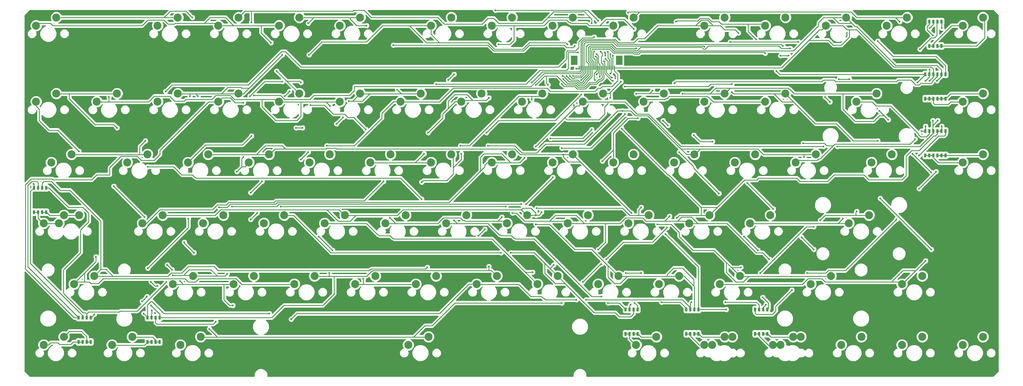
<source format=gbr>
G04 #@! TF.GenerationSoftware,KiCad,Pcbnew,(5.0.2)-1*
G04 #@! TF.CreationDate,2019-05-19T13:57:28+09:00*
G04 #@! TF.ProjectId,D780-PCB,44373830-2d50-4434-922e-6b696361645f,rev?*
G04 #@! TF.SameCoordinates,Original*
G04 #@! TF.FileFunction,Copper,L2,Bot*
G04 #@! TF.FilePolarity,Positive*
%FSLAX46Y46*%
G04 Gerber Fmt 4.6, Leading zero omitted, Abs format (unit mm)*
G04 Created by KiCad (PCBNEW (5.0.2)-1) date 2019-05-19 오후 1:57:28*
%MOMM*%
%LPD*%
G01*
G04 APERTURE LIST*
G04 #@! TA.AperFunction,ComponentPad*
%ADD10C,2.500000*%
G04 #@! TD*
G04 #@! TA.AperFunction,SMDPad,CuDef*
%ADD11R,0.760000X1.270000*%
G04 #@! TD*
G04 #@! TA.AperFunction,SMDPad,CuDef*
%ADD12R,2.000000X3.000000*%
G04 #@! TD*
G04 #@! TA.AperFunction,SMDPad,CuDef*
%ADD13R,0.300000X1.250000*%
G04 #@! TD*
G04 #@! TA.AperFunction,ViaPad*
%ADD14C,0.600000*%
G04 #@! TD*
G04 #@! TA.AperFunction,Conductor*
%ADD15C,0.290000*%
G04 #@! TD*
G04 #@! TA.AperFunction,NonConductor*
%ADD16C,0.254000*%
G04 #@! TD*
G04 APERTURE END LIST*
D10*
G04 #@! TO.P,K1,1*
G04 #@! TO.N,Net-(D5-Pad1)*
X48577500Y-59372500D03*
G04 #@! TO.P,K1,2*
G04 #@! TO.N,Net-(K1-Pad2)*
X54927500Y-56832500D03*
G04 #@! TD*
G04 #@! TO.P,K2,1*
G04 #@! TO.N,Net-(D5-Pad1)*
X139065000Y-40322500D03*
G04 #@! TO.P,K2,2*
G04 #@! TO.N,Net-(D3-Pad3)*
X145415000Y-37782500D03*
G04 #@! TD*
G04 #@! TO.P,K3,1*
G04 #@! TO.N,Net-(D5-Pad5)*
X286702500Y2540000D03*
G04 #@! TO.P,K3,2*
G04 #@! TO.N,Net-(D5-Pad7)*
X293052500Y5080000D03*
G04 #@! TD*
G04 #@! TO.P,K4,1*
G04 #@! TO.N,Net-(D6-Pad5)*
X227171250Y-97472500D03*
G04 #@! TO.P,K4,2*
G04 #@! TO.N,Net-(D6-Pad7)*
X233521250Y-94932500D03*
G04 #@! TD*
G04 #@! TO.P,K5,1*
G04 #@! TO.N,Net-(D5-Pad1)*
X167640000Y-21272500D03*
G04 #@! TO.P,K5,2*
G04 #@! TO.N,Net-(D5-Pad4)*
X173990000Y-18732500D03*
G04 #@! TD*
G04 #@! TO.P,K6,1*
G04 #@! TO.N,Net-(D8-Pad1)*
X86677500Y-59372500D03*
G04 #@! TO.P,K6,2*
G04 #@! TO.N,Net-(D1-Pad3)*
X93027500Y-56832500D03*
G04 #@! TD*
G04 #@! TO.P,K7,1*
G04 #@! TO.N,Net-(D8-Pad1)*
X153352500Y-78422500D03*
G04 #@! TO.P,K7,2*
G04 #@! TO.N,Net-(D2-Pad3)*
X159702500Y-75882500D03*
G04 #@! TD*
G04 #@! TO.P,K8,1*
G04 #@! TO.N,Net-(D8-Pad1)*
X205740000Y2540000D03*
G04 #@! TO.P,K8,2*
G04 #@! TO.N,Net-(D3-Pad3)*
X212090000Y5080000D03*
G04 #@! TD*
G04 #@! TO.P,K9,1*
G04 #@! TO.N,Net-(D8-Pad1)*
X286702500Y-97472500D03*
G04 #@! TO.P,K9,2*
G04 #@! TO.N,Net-(D3-Pad4)*
X293052500Y-94932500D03*
G04 #@! TD*
G04 #@! TO.P,K10,1*
G04 #@! TO.N,Net-(D8-Pad1)*
X258127500Y-40322500D03*
G04 #@! TO.P,K10,2*
G04 #@! TO.N,Net-(K10-Pad2)*
X264477500Y-37782500D03*
G04 #@! TD*
G04 #@! TO.P,K11,1*
G04 #@! TO.N,Net-(D8-Pad1)*
X148590000Y-21272500D03*
G04 #@! TO.P,K11,2*
G04 #@! TO.N,Net-(D1-Pad4)*
X154940000Y-18732500D03*
G04 #@! TD*
G04 #@! TO.P,K12,1*
G04 #@! TO.N,Net-(D8-Pad7)*
X286702500Y-21272500D03*
G04 #@! TO.P,K12,2*
G04 #@! TO.N,Net-(D8-Pad10)*
X293052500Y-18732500D03*
G04 #@! TD*
G04 #@! TO.P,K13,1*
G04 #@! TO.N,Net-(D9-Pad2)*
X253365000Y-21272500D03*
G04 #@! TO.P,K13,2*
G04 #@! TO.N,Net-(D3-Pad4)*
X259715000Y-18732500D03*
G04 #@! TD*
G04 #@! TO.P,K14,1*
G04 #@! TO.N,Net-(D9-Pad2)*
X220027500Y-59372500D03*
G04 #@! TO.P,K14,2*
G04 #@! TO.N,Net-(D6-Pad3)*
X226377500Y-56832500D03*
G04 #@! TD*
G04 #@! TO.P,K15,1*
G04 #@! TO.N,Net-(D9-Pad2)*
X250983750Y-59372500D03*
G04 #@! TO.P,K15,2*
G04 #@! TO.N,Net-(D1-Pad4)*
X257333750Y-56832500D03*
G04 #@! TD*
G04 #@! TO.P,K16,1*
G04 #@! TO.N,Net-(D9-Pad2)*
X43815000Y-40322500D03*
G04 #@! TO.P,K16,2*
G04 #@! TO.N,Net-(D2-Pad4)*
X50165000Y-37782500D03*
G04 #@! TD*
G04 #@! TO.P,K17,1*
G04 #@! TO.N,Net-(K17-Pad1)*
X172402500Y-78422500D03*
G04 #@! TO.P,K17,2*
G04 #@! TO.N,Net-(D1-Pad3)*
X178752500Y-75882500D03*
G04 #@! TD*
G04 #@! TO.P,K18,1*
G04 #@! TO.N,Net-(K17-Pad1)*
X67627500Y-59372500D03*
G04 #@! TO.P,K18,2*
G04 #@! TO.N,Net-(D2-Pad3)*
X73977500Y-56832500D03*
G04 #@! TD*
G04 #@! TO.P,K19,1*
G04 #@! TO.N,Net-(K17-Pad1)*
X248602500Y-97472500D03*
G04 #@! TO.P,K19,2*
G04 #@! TO.N,Net-(D3-Pad3)*
X254952500Y-94932500D03*
G04 #@! TD*
G04 #@! TO.P,K20,1*
G04 #@! TO.N,Net-(K17-Pad1)*
X205740000Y-21272500D03*
G04 #@! TO.P,K20,2*
G04 #@! TO.N,Net-(D3-Pad4)*
X212090000Y-18732500D03*
G04 #@! TD*
G04 #@! TO.P,K21,1*
G04 #@! TO.N,Net-(K17-Pad1)*
X196215000Y-40322500D03*
G04 #@! TO.P,K21,2*
G04 #@! TO.N,Net-(D6-Pad3)*
X202565000Y-37782500D03*
G04 #@! TD*
G04 #@! TO.P,K22,1*
G04 #@! TO.N,Net-(K17-Pad1)*
X162877500Y-59372500D03*
G04 #@! TO.P,K22,2*
G04 #@! TO.N,Net-(K10-Pad2)*
X169227500Y-56832500D03*
G04 #@! TD*
G04 #@! TO.P,K23,1*
G04 #@! TO.N,Net-(K17-Pad1)*
X158115000Y2540000D03*
G04 #@! TO.P,K23,2*
G04 #@! TO.N,Net-(D6-Pad4)*
X164465000Y5080000D03*
G04 #@! TD*
G04 #@! TO.P,K24,1*
G04 #@! TO.N,Net-(K17-Pad1)*
X200977500Y-59372500D03*
G04 #@! TO.P,K24,2*
G04 #@! TO.N,Net-(D5-Pad4)*
X207327500Y-56832500D03*
G04 #@! TD*
G04 #@! TO.P,K25,1*
G04 #@! TO.N,Net-(D1-Pad5)*
X205740000Y-97472500D03*
G04 #@! TO.P,K25,2*
G04 #@! TO.N,Net-(D1-Pad7)*
X212090000Y-94932500D03*
G04 #@! TD*
G04 #@! TO.P,K26,1*
G04 #@! TO.N,Net-(D4-Pad5)*
X-1428750Y-97472500D03*
G04 #@! TO.P,K26,2*
G04 #@! TO.N,Net-(D4-Pad7)*
X4921250Y-94932500D03*
G04 #@! TD*
G04 #@! TO.P,K27,1*
G04 #@! TO.N,Net-(D1-Pad1)*
X53340000Y-21272500D03*
G04 #@! TO.P,K27,2*
G04 #@! TO.N,Net-(K10-Pad2)*
X59690000Y-18732500D03*
G04 #@! TD*
G04 #@! TO.P,K28,1*
G04 #@! TO.N,Net-(D1-Pad1)*
X120015000Y2540000D03*
G04 #@! TO.P,K28,2*
G04 #@! TO.N,Net-(D1-Pad4)*
X126365000Y5080000D03*
G04 #@! TD*
G04 #@! TO.P,K29,1*
G04 #@! TO.N,Net-(D2-Pad5)*
X184308750Y-97472500D03*
G04 #@! TO.P,K29,2*
G04 #@! TO.N,Net-(D2-Pad7)*
X190658750Y-94932500D03*
G04 #@! TD*
G04 #@! TO.P,K30,1*
G04 #@! TO.N,Net-(D2-Pad1)*
X124777500Y-59372500D03*
G04 #@! TO.P,K30,2*
G04 #@! TO.N,Net-(D6-Pad3)*
X131127500Y-56832500D03*
G04 #@! TD*
G04 #@! TO.P,K31,1*
G04 #@! TO.N,Net-(D2-Pad1)*
X24765000Y-40322500D03*
G04 #@! TO.P,K31,2*
G04 #@! TO.N,Net-(K10-Pad2)*
X31115000Y-37782500D03*
G04 #@! TD*
G04 #@! TO.P,K32,1*
G04 #@! TO.N,Net-(D2-Pad1)*
X41433750Y-97472500D03*
G04 #@! TO.P,K32,2*
G04 #@! TO.N,Net-(D5-Pad4)*
X47783750Y-94932500D03*
G04 #@! TD*
G04 #@! TO.P,K33,1*
G04 #@! TO.N,Net-(D2-Pad2)*
X29527500Y-59372500D03*
G04 #@! TO.P,K33,2*
G04 #@! TO.N,Net-(D1-Pad3)*
X35877500Y-56832500D03*
G04 #@! TD*
G04 #@! TO.P,K34,1*
G04 #@! TO.N,Net-(D2-Pad2)*
X181927500Y-59372500D03*
G04 #@! TO.P,K34,2*
G04 #@! TO.N,Net-(K1-Pad2)*
X188277500Y-56832500D03*
G04 #@! TD*
G04 #@! TO.P,K35,1*
G04 #@! TO.N,Net-(D2-Pad2)*
X129540000Y-21272500D03*
G04 #@! TO.P,K35,2*
G04 #@! TO.N,Net-(D3-Pad3)*
X135890000Y-18732500D03*
G04 #@! TD*
G04 #@! TO.P,K36,1*
G04 #@! TO.N,Net-(D2-Pad2)*
X177165000Y-40322500D03*
G04 #@! TO.P,K36,2*
G04 #@! TO.N,Net-(D3-Pad4)*
X183515000Y-37782500D03*
G04 #@! TD*
G04 #@! TO.P,K37,1*
G04 #@! TO.N,Net-(D2-Pad2)*
X234315000Y-40322500D03*
G04 #@! TO.P,K37,2*
G04 #@! TO.N,Net-(D6-Pad3)*
X240665000Y-37782500D03*
G04 #@! TD*
G04 #@! TO.P,K38,1*
G04 #@! TO.N,Net-(D2-Pad2)*
X224790000Y-21272500D03*
G04 #@! TO.P,K38,2*
G04 #@! TO.N,Net-(K10-Pad2)*
X231140000Y-18732500D03*
G04 #@! TD*
G04 #@! TO.P,K40,1*
G04 #@! TO.N,Net-(D2-Pad2)*
X186690000Y-21272500D03*
G04 #@! TO.P,K40,2*
G04 #@! TO.N,Net-(D6-Pad4)*
X193040000Y-18732500D03*
G04 #@! TD*
G04 #@! TO.P,K41,1*
G04 #@! TO.N,Net-(D9-Pad7)*
X286702500Y-40322500D03*
G04 #@! TO.P,K41,2*
G04 #@! TO.N,Net-(D9-Pad10)*
X293052500Y-37782500D03*
G04 #@! TD*
G04 #@! TO.P,K42,1*
G04 #@! TO.N,Net-(K42-Pad1)*
X239077500Y-78422500D03*
G04 #@! TO.P,K42,2*
G04 #@! TO.N,Net-(K1-Pad2)*
X245427500Y-75882500D03*
G04 #@! TD*
G04 #@! TO.P,K43,1*
G04 #@! TO.N,Net-(K42-Pad1)*
X8096250Y-78422500D03*
G04 #@! TO.P,K43,2*
G04 #@! TO.N,Net-(D3-Pad3)*
X14446250Y-75882500D03*
G04 #@! TD*
G04 #@! TO.P,K44,1*
G04 #@! TO.N,Net-(K42-Pad1)*
X77152500Y-78422500D03*
G04 #@! TO.P,K44,2*
G04 #@! TO.N,Net-(D6-Pad3)*
X83502500Y-75882500D03*
G04 #@! TD*
G04 #@! TO.P,K45,1*
G04 #@! TO.N,Net-(K42-Pad1)*
X34290000Y-21272500D03*
G04 #@! TO.P,K45,2*
G04 #@! TO.N,Net-(K10-Pad2)*
X40640000Y-18732500D03*
G04 #@! TD*
G04 #@! TO.P,K46,1*
G04 #@! TO.N,Net-(K42-Pad1)*
X262890000Y2540000D03*
G04 #@! TO.P,K46,2*
G04 #@! TO.N,Net-(D2-Pad4)*
X269240000Y5080000D03*
G04 #@! TD*
G04 #@! TO.P,K47,1*
G04 #@! TO.N,Net-(D1-Pad2)*
X134302500Y-78422500D03*
G04 #@! TO.P,K47,2*
G04 #@! TO.N,Net-(D6-Pad3)*
X140652500Y-75882500D03*
G04 #@! TD*
G04 #@! TO.P,K48,1*
G04 #@! TO.N,Net-(D1-Pad2)*
X91440000Y2540000D03*
G04 #@! TO.P,K48,2*
G04 #@! TO.N,Net-(K10-Pad2)*
X97790000Y5080000D03*
G04 #@! TD*
G04 #@! TO.P,K50,1*
G04 #@! TO.N,Net-(D1-Pad2)*
X62865000Y-40322500D03*
G04 #@! TO.P,K50,2*
G04 #@! TO.N,Net-(D2-Pad4)*
X69215000Y-37782500D03*
G04 #@! TD*
G04 #@! TO.P,K51,1*
G04 #@! TO.N,Net-(D7-Pad5)*
X20002500Y-97472500D03*
G04 #@! TO.P,K51,2*
G04 #@! TO.N,Net-(D7-Pad7)*
X26352500Y-94932500D03*
G04 #@! TD*
G04 #@! TO.P,K52,1*
G04 #@! TO.N,Net-(D3-Pad1)*
X143827500Y-59372500D03*
G04 #@! TO.P,K52,2*
G04 #@! TO.N,Net-(D1-Pad3)*
X150177500Y-56832500D03*
G04 #@! TD*
G04 #@! TO.P,K53,1*
G04 #@! TO.N,Net-(D3-Pad1)*
X267652500Y-97472500D03*
G04 #@! TO.P,K53,2*
G04 #@! TO.N,Net-(D2-Pad3)*
X274002500Y-94932500D03*
G04 #@! TD*
G04 #@! TO.P,K54,1*
G04 #@! TO.N,Net-(D3-Pad1)*
X224790000Y2540000D03*
G04 #@! TO.P,K54,2*
G04 #@! TO.N,Net-(K1-Pad2)*
X231140000Y5080000D03*
G04 #@! TD*
G04 #@! TO.P,K55,1*
G04 #@! TO.N,Net-(D3-Pad5)*
X3333750Y-59372500D03*
G04 #@! TO.P,K55,2*
G04 #@! TO.N,Net-(D3-Pad7)*
X9683750Y-56832500D03*
G04 #@! TD*
G04 #@! TO.P,K56,1*
G04 #@! TO.N,Net-(D3-Pad1)*
X91440000Y-21272500D03*
G04 #@! TO.P,K56,2*
G04 #@! TO.N,Net-(D3-Pad4)*
X97790000Y-18732500D03*
G04 #@! TD*
G04 #@! TO.P,K57,1*
G04 #@! TO.N,Net-(D3-Pad1)*
X15240000Y-21272500D03*
G04 #@! TO.P,K57,2*
G04 #@! TO.N,Net-(D6-Pad3)*
X21590000Y-18732500D03*
G04 #@! TD*
G04 #@! TO.P,K58,1*
G04 #@! TO.N,Net-(D3-Pad1)*
X952500Y-40322500D03*
G04 #@! TO.P,K58,2*
G04 #@! TO.N,Net-(K10-Pad2)*
X7302500Y-37782500D03*
G04 #@! TD*
G04 #@! TO.P,K59,1*
G04 #@! TO.N,Net-(D3-Pad1)*
X105727500Y-59372500D03*
G04 #@! TO.P,K59,2*
G04 #@! TO.N,Net-(D1-Pad4)*
X112077500Y-56832500D03*
G04 #@! TD*
G04 #@! TO.P,K60,1*
G04 #@! TO.N,Net-(D3-Pad1)*
X158115000Y-40322500D03*
G04 #@! TO.P,K60,2*
G04 #@! TO.N,Net-(D2-Pad4)*
X164465000Y-37782500D03*
G04 #@! TD*
G04 #@! TO.P,K61,1*
G04 #@! TO.N,Net-(D3-Pad1)*
X72390000Y-21272500D03*
G04 #@! TO.P,K61,2*
G04 #@! TO.N,Net-(D6-Pad4)*
X78740000Y-18732500D03*
G04 #@! TD*
G04 #@! TO.P,K62,1*
G04 #@! TO.N,Net-(D3-Pad1)*
X34290000Y2540000D03*
G04 #@! TO.P,K62,2*
G04 #@! TO.N,Net-(D5-Pad4)*
X40640000Y5080000D03*
G04 #@! TD*
G04 #@! TO.P,K63,1*
G04 #@! TO.N,Net-(K63-Pad1)*
X191452500Y-78422500D03*
G04 #@! TO.P,K63,2*
G04 #@! TO.N,Net-(D1-Pad3)*
X197802500Y-75882500D03*
G04 #@! TD*
G04 #@! TO.P,K64,1*
G04 #@! TO.N,Net-(K63-Pad1)*
X215265000Y-40322500D03*
G04 #@! TO.P,K64,2*
G04 #@! TO.N,Net-(K1-Pad2)*
X221615000Y-37782500D03*
G04 #@! TD*
G04 #@! TO.P,K65,1*
G04 #@! TO.N,Net-(K63-Pad1)*
X139065000Y2540000D03*
G04 #@! TO.P,K65,2*
G04 #@! TO.N,Net-(D3-Pad3)*
X145415000Y5080000D03*
G04 #@! TD*
G04 #@! TO.P,K66,1*
G04 #@! TO.N,Net-(K63-Pad1)*
X39052500Y-78422500D03*
G04 #@! TO.P,K66,2*
G04 #@! TO.N,Net-(D3-Pad4)*
X45402500Y-75882500D03*
G04 #@! TD*
G04 #@! TO.P,K67,1*
G04 #@! TO.N,Net-(K63-Pad1)*
X-3810000Y-21272500D03*
G04 #@! TO.P,K67,2*
G04 #@! TO.N,Net-(D6-Pad3)*
X2540000Y-18732500D03*
G04 #@! TD*
G04 #@! TO.P,K68,1*
G04 #@! TO.N,Net-(K63-Pad1)*
X58102500Y-78422500D03*
G04 #@! TO.P,K68,2*
G04 #@! TO.N,Net-(K10-Pad2)*
X64452500Y-75882500D03*
G04 #@! TD*
G04 #@! TO.P,K69,1*
G04 #@! TO.N,Net-(K63-Pad1)*
X120015000Y-40322500D03*
G04 #@! TO.P,K69,2*
G04 #@! TO.N,Net-(D1-Pad4)*
X126365000Y-37782500D03*
G04 #@! TD*
G04 #@! TO.P,K70,1*
G04 #@! TO.N,Net-(K63-Pad1)*
X177165000Y2540000D03*
G04 #@! TO.P,K70,2*
G04 #@! TO.N,Net-(D2-Pad4)*
X183515000Y5080000D03*
G04 #@! TD*
G04 #@! TO.P,K71,1*
G04 #@! TO.N,Net-(K63-Pad1)*
X100965000Y-40322500D03*
G04 #@! TO.P,K71,2*
G04 #@! TO.N,Net-(D6-Pad4)*
X107315000Y-37782500D03*
G04 #@! TD*
G04 #@! TO.P,K72,1*
G04 #@! TO.N,Net-(K63-Pad1)*
X112871250Y-97472500D03*
G04 #@! TO.P,K72,2*
G04 #@! TO.N,Net-(D5-Pad4)*
X119221250Y-94932500D03*
G04 #@! TD*
G04 #@! TO.P,K73,1*
G04 #@! TO.N,Net-(D8-Pad3)*
X243840000Y2540000D03*
G04 #@! TO.P,K73,2*
G04 #@! TO.N,Net-(D2-Pad3)*
X250190000Y5080000D03*
G04 #@! TD*
G04 #@! TO.P,K74,1*
G04 #@! TO.N,Net-(D8-Pad3)*
X210502500Y-78422500D03*
G04 #@! TO.P,K74,2*
G04 #@! TO.N,Net-(K1-Pad2)*
X216852500Y-75882500D03*
G04 #@! TD*
G04 #@! TO.P,K75,1*
G04 #@! TO.N,Net-(D8-Pad3)*
X115252500Y-78422500D03*
G04 #@! TO.P,K75,2*
G04 #@! TO.N,Net-(D3-Pad3)*
X121602500Y-75882500D03*
G04 #@! TD*
G04 #@! TO.P,K76,1*
G04 #@! TO.N,Net-(D8-Pad3)*
X110490000Y-21272500D03*
G04 #@! TO.P,K76,2*
G04 #@! TO.N,Net-(D3-Pad4)*
X116840000Y-18732500D03*
G04 #@! TD*
G04 #@! TO.P,K77,1*
G04 #@! TO.N,Net-(D8-Pad3)*
X81915000Y-40322500D03*
G04 #@! TO.P,K77,2*
G04 #@! TO.N,Net-(D6-Pad3)*
X88265000Y-37782500D03*
G04 #@! TD*
G04 #@! TO.P,K78,1*
G04 #@! TO.N,Net-(D8-Pad3)*
X72390000Y2540000D03*
G04 #@! TO.P,K78,2*
G04 #@! TO.N,Net-(K10-Pad2)*
X78740000Y5080000D03*
G04 #@! TD*
G04 #@! TO.P,K79,1*
G04 #@! TO.N,Net-(D8-Pad3)*
X96202500Y-78422500D03*
G04 #@! TO.P,K79,2*
G04 #@! TO.N,Net-(D1-Pad4)*
X102552500Y-75882500D03*
G04 #@! TD*
G04 #@! TO.P,K80,1*
G04 #@! TO.N,Net-(D8-Pad3)*
X267652500Y-78422500D03*
G04 #@! TO.P,K80,2*
G04 #@! TO.N,Net-(D2-Pad4)*
X274002500Y-75882500D03*
G04 #@! TD*
G04 #@! TO.P,K81,1*
G04 #@! TO.N,Net-(D8-Pad3)*
X53340000Y2540000D03*
G04 #@! TO.P,K81,2*
G04 #@! TO.N,Net-(D6-Pad4)*
X59690000Y5080000D03*
G04 #@! TD*
G04 #@! TO.P,K82,1*
G04 #@! TO.N,Net-(D8-Pad3)*
X-3810000Y2540000D03*
G04 #@! TO.P,K82,2*
G04 #@! TO.N,Net-(D5-Pad4)*
X2540000Y5080000D03*
G04 #@! TD*
G04 #@! TO.P,K83,1*
G04 #@! TO.N,Net-(D3-Pad5)*
X-1428750Y-59372500D03*
G04 #@! TO.P,K83,2*
G04 #@! TO.N,Net-(D3-Pad7)*
X4921250Y-56832500D03*
G04 #@! TD*
G04 #@! TO.P,K84,1*
G04 #@! TO.N,Net-(D6-Pad5)*
X229552500Y-97472500D03*
G04 #@! TO.P,K84,2*
G04 #@! TO.N,Net-(D6-Pad7)*
X235902500Y-94932500D03*
G04 #@! TD*
G04 #@! TO.P,K85,1*
G04 #@! TO.N,Net-(D1-Pad5)*
X208121250Y-97472500D03*
G04 #@! TO.P,K85,2*
G04 #@! TO.N,Net-(D1-Pad7)*
X214471250Y-94932500D03*
G04 #@! TD*
D11*
G04 #@! TO.P,D1,5*
G04 #@! TO.N,Net-(D1-Pad5)*
X200025000Y-93980000D03*
G04 #@! TO.P,D1,6*
X201295000Y-93980000D03*
G04 #@! TO.P,D1,7*
G04 #@! TO.N,Net-(D1-Pad7)*
X202565000Y-93980000D03*
G04 #@! TO.P,D1,8*
X203835000Y-93980000D03*
G04 #@! TO.P,D1,4*
G04 #@! TO.N,Net-(D1-Pad4)*
X203835000Y-86360000D03*
G04 #@! TO.P,D1,3*
G04 #@! TO.N,Net-(D1-Pad3)*
X202565000Y-86360000D03*
G04 #@! TO.P,D1,2*
G04 #@! TO.N,Net-(D1-Pad2)*
X201295000Y-86360000D03*
G04 #@! TO.P,D1,1*
G04 #@! TO.N,Net-(D1-Pad1)*
X200025000Y-86360000D03*
G04 #@! TD*
G04 #@! TO.P,D2,5*
G04 #@! TO.N,Net-(D2-Pad5)*
X180975000Y-93980000D03*
G04 #@! TO.P,D2,6*
X182245000Y-93980000D03*
G04 #@! TO.P,D2,7*
G04 #@! TO.N,Net-(D2-Pad7)*
X183515000Y-93980000D03*
G04 #@! TO.P,D2,8*
X184785000Y-93980000D03*
G04 #@! TO.P,D2,4*
G04 #@! TO.N,Net-(D2-Pad4)*
X184785000Y-86360000D03*
G04 #@! TO.P,D2,3*
G04 #@! TO.N,Net-(D2-Pad3)*
X183515000Y-86360000D03*
G04 #@! TO.P,D2,2*
G04 #@! TO.N,Net-(D2-Pad2)*
X182245000Y-86360000D03*
G04 #@! TO.P,D2,1*
G04 #@! TO.N,Net-(D2-Pad1)*
X180975000Y-86360000D03*
G04 #@! TD*
G04 #@! TO.P,D3,5*
G04 #@! TO.N,Net-(D3-Pad5)*
X-4445000Y-55880000D03*
G04 #@! TO.P,D3,6*
X-3175000Y-55880000D03*
G04 #@! TO.P,D3,7*
G04 #@! TO.N,Net-(D3-Pad7)*
X-1905000Y-55880000D03*
G04 #@! TO.P,D3,8*
X-635000Y-55880000D03*
G04 #@! TO.P,D3,4*
G04 #@! TO.N,Net-(D3-Pad4)*
X-635000Y-48260000D03*
G04 #@! TO.P,D3,3*
G04 #@! TO.N,Net-(D3-Pad3)*
X-1905000Y-48260000D03*
G04 #@! TO.P,D3,2*
G04 #@! TO.N,Net-(D1-Pad1)*
X-3175000Y-48260000D03*
G04 #@! TO.P,D3,1*
G04 #@! TO.N,Net-(D3-Pad1)*
X-4445000Y-48260000D03*
G04 #@! TD*
G04 #@! TO.P,D4,5*
G04 #@! TO.N,Net-(D4-Pad5)*
X9525000Y-96520000D03*
G04 #@! TO.P,D4,6*
X10795000Y-96520000D03*
G04 #@! TO.P,D4,7*
G04 #@! TO.N,Net-(D4-Pad7)*
X12065000Y-96520000D03*
G04 #@! TO.P,D4,8*
X13335000Y-96520000D03*
G04 #@! TO.P,D4,4*
G04 #@! TO.N,Net-(D3-Pad3)*
X13335000Y-88900000D03*
G04 #@! TO.P,D4,3*
G04 #@! TO.N,Net-(D3-Pad4)*
X12065000Y-88900000D03*
G04 #@! TO.P,D4,2*
G04 #@! TO.N,Net-(D3-Pad1)*
X10795000Y-88900000D03*
G04 #@! TO.P,D4,1*
G04 #@! TO.N,Net-(D1-Pad1)*
X9525000Y-88900000D03*
G04 #@! TD*
G04 #@! TO.P,D5,5*
G04 #@! TO.N,Net-(D5-Pad5)*
X276225000Y-3810000D03*
G04 #@! TO.P,D5,6*
X277495000Y-3810000D03*
G04 #@! TO.P,D5,7*
G04 #@! TO.N,Net-(D5-Pad7)*
X278765000Y-3810000D03*
G04 #@! TO.P,D5,8*
X280035000Y-3810000D03*
G04 #@! TO.P,D5,4*
G04 #@! TO.N,Net-(D5-Pad4)*
X280035000Y3810000D03*
G04 #@! TO.P,D5,3*
G04 #@! TO.N,Net-(D3-Pad4)*
X278765000Y3810000D03*
G04 #@! TO.P,D5,2*
G04 #@! TO.N,Net-(D2-Pad2)*
X277495000Y3810000D03*
G04 #@! TO.P,D5,1*
G04 #@! TO.N,Net-(D5-Pad1)*
X276225000Y3810000D03*
G04 #@! TD*
G04 #@! TO.P,D6,5*
G04 #@! TO.N,Net-(D6-Pad5)*
X221615000Y-93980000D03*
G04 #@! TO.P,D6,6*
X222885000Y-93980000D03*
G04 #@! TO.P,D6,7*
G04 #@! TO.N,Net-(D6-Pad7)*
X224155000Y-93980000D03*
G04 #@! TO.P,D6,8*
X225425000Y-93980000D03*
G04 #@! TO.P,D6,4*
G04 #@! TO.N,Net-(D6-Pad4)*
X225425000Y-86360000D03*
G04 #@! TO.P,D6,3*
G04 #@! TO.N,Net-(D6-Pad3)*
X224155000Y-86360000D03*
G04 #@! TO.P,D6,2*
G04 #@! TO.N,Net-(D1-Pad2)*
X222885000Y-86360000D03*
G04 #@! TO.P,D6,1*
G04 #@! TO.N,Net-(D5-Pad1)*
X221615000Y-86360000D03*
G04 #@! TD*
G04 #@! TO.P,D7,5*
G04 #@! TO.N,Net-(D7-Pad5)*
X31115000Y-96520000D03*
G04 #@! TO.P,D7,6*
X32385000Y-96520000D03*
G04 #@! TO.P,D7,7*
G04 #@! TO.N,Net-(D7-Pad7)*
X33655000Y-96520000D03*
G04 #@! TO.P,D7,8*
X34925000Y-96520000D03*
G04 #@! TO.P,D7,4*
G04 #@! TO.N,Net-(D6-Pad3)*
X34925000Y-88900000D03*
G04 #@! TO.P,D7,3*
G04 #@! TO.N,Net-(D6-Pad4)*
X33655000Y-88900000D03*
G04 #@! TO.P,D7,2*
G04 #@! TO.N,Net-(D5-Pad1)*
X32385000Y-88900000D03*
G04 #@! TO.P,D7,1*
G04 #@! TO.N,Net-(D1-Pad2)*
X31115000Y-88900000D03*
G04 #@! TD*
G04 #@! TO.P,D8,7*
G04 #@! TO.N,Net-(D8-Pad7)*
X274955000Y-20320000D03*
G04 #@! TO.P,D8,8*
X276225000Y-20320000D03*
G04 #@! TO.P,D8,9*
X277495000Y-20320000D03*
G04 #@! TO.P,D8,10*
G04 #@! TO.N,Net-(D8-Pad10)*
X278765000Y-20320000D03*
G04 #@! TO.P,D8,11*
X280035000Y-20320000D03*
G04 #@! TO.P,D8,12*
X281305000Y-20320000D03*
G04 #@! TO.P,D8,6*
G04 #@! TO.N,Net-(D1-Pad3)*
X281305000Y-12700000D03*
G04 #@! TO.P,D8,5*
G04 #@! TO.N,Net-(D2-Pad3)*
X280035000Y-12700000D03*
G04 #@! TO.P,D8,4*
G04 #@! TO.N,Net-(D6-Pad4)*
X278765000Y-12700000D03*
G04 #@! TO.P,D8,3*
G04 #@! TO.N,Net-(D8-Pad3)*
X277495000Y-12700000D03*
G04 #@! TO.P,D8,2*
G04 #@! TO.N,Net-(D2-Pad2)*
X276225000Y-12700000D03*
G04 #@! TO.P,D8,1*
G04 #@! TO.N,Net-(D8-Pad1)*
X274955000Y-12700000D03*
G04 #@! TD*
G04 #@! TO.P,D9,7*
G04 #@! TO.N,Net-(D9-Pad7)*
X274955000Y-38100000D03*
G04 #@! TO.P,D9,8*
X276225000Y-38100000D03*
G04 #@! TO.P,D9,9*
X277495000Y-38100000D03*
G04 #@! TO.P,D9,10*
G04 #@! TO.N,Net-(D9-Pad10)*
X278765000Y-38100000D03*
G04 #@! TO.P,D9,11*
X280035000Y-38100000D03*
G04 #@! TO.P,D9,12*
X281305000Y-38100000D03*
G04 #@! TO.P,D9,6*
G04 #@! TO.N,Net-(D1-Pad4)*
X281305000Y-30480000D03*
G04 #@! TO.P,D9,5*
G04 #@! TO.N,Net-(D5-Pad4)*
X280035000Y-30480000D03*
G04 #@! TO.P,D9,4*
X278765000Y-30480000D03*
G04 #@! TO.P,D9,3*
G04 #@! TO.N,Net-(D5-Pad1)*
X277495000Y-30480000D03*
G04 #@! TO.P,D9,2*
G04 #@! TO.N,Net-(D9-Pad2)*
X276225000Y-30480000D03*
G04 #@! TO.P,D9,1*
G04 #@! TO.N,Net-(D2-Pad2)*
X274955000Y-30480000D03*
G04 #@! TD*
D12*
G04 #@! TO.P,U1,*
G04 #@! TO.N,*
X164935000Y-8345000D03*
D13*
G04 #@! TO.P,U1,1*
G04 #@! TO.N,Net-(D5-Pad1)*
X166475000Y-10670000D03*
G04 #@! TO.P,U1,2*
G04 #@! TO.N,Net-(D8-Pad1)*
X166975000Y-10670000D03*
G04 #@! TO.P,U1,3*
G04 #@! TO.N,Net-(D9-Pad2)*
X167475000Y-10670000D03*
G04 #@! TO.P,U1,4*
G04 #@! TO.N,Net-(K17-Pad1)*
X167975000Y-10670000D03*
G04 #@! TO.P,U1,5*
G04 #@! TO.N,Net-(D1-Pad1)*
X168475000Y-10670000D03*
G04 #@! TO.P,U1,6*
G04 #@! TO.N,Net-(D2-Pad1)*
X168975000Y-10670000D03*
G04 #@! TO.P,U1,7*
G04 #@! TO.N,Net-(D2-Pad2)*
X169475000Y-10670000D03*
G04 #@! TO.P,U1,8*
G04 #@! TO.N,Net-(D1-Pad3)*
X169975000Y-10670000D03*
G04 #@! TO.P,U1,9*
G04 #@! TO.N,Net-(D2-Pad3)*
X170475000Y-10670000D03*
G04 #@! TO.P,U1,10*
G04 #@! TO.N,Net-(K1-Pad2)*
X170975000Y-10670000D03*
G04 #@! TO.P,U1,11*
G04 #@! TO.N,Net-(D3-Pad3)*
X171475000Y-10670000D03*
G04 #@! TO.P,U1,23*
G04 #@! TO.N,Net-(D8-Pad3)*
X177475000Y-10670000D03*
G04 #@! TO.P,U1,22*
G04 #@! TO.N,Net-(K63-Pad1)*
X176975000Y-10670000D03*
G04 #@! TO.P,U1,21*
G04 #@! TO.N,Net-(D3-Pad1)*
X176475000Y-10670000D03*
G04 #@! TO.P,U1,20*
G04 #@! TO.N,Net-(D1-Pad2)*
X175975000Y-10670000D03*
G04 #@! TO.P,U1,19*
G04 #@! TO.N,Net-(K42-Pad1)*
X175475000Y-10670000D03*
G04 #@! TO.P,U1,18*
G04 #@! TO.N,Net-(D5-Pad4)*
X174975000Y-10670000D03*
G04 #@! TO.P,U1,17*
G04 #@! TO.N,Net-(D6-Pad4)*
X174475000Y-10670000D03*
G04 #@! TO.P,U1,16*
G04 #@! TO.N,Net-(D2-Pad4)*
X173975000Y-10670000D03*
G04 #@! TO.P,U1,15*
G04 #@! TO.N,Net-(D1-Pad4)*
X173475000Y-10670000D03*
G04 #@! TO.P,U1,14*
G04 #@! TO.N,Net-(K10-Pad2)*
X172975000Y-10670000D03*
G04 #@! TO.P,U1,13*
G04 #@! TO.N,Net-(D6-Pad3)*
X172475000Y-10670000D03*
G04 #@! TO.P,U1,12*
G04 #@! TO.N,Net-(D3-Pad4)*
X171975000Y-10670000D03*
D12*
G04 #@! TO.P,U1,*
G04 #@! TO.N,*
X179015000Y-8345000D03*
G04 #@! TD*
D14*
G04 #@! TO.N,Net-(K1-Pad2)*
X217170000Y-73152000D03*
X185928000Y-54356000D03*
X191008000Y-59690000D03*
X224790000Y-6096000D03*
X148336000Y-53340000D03*
X57658000Y-54102000D03*
X153162000Y-54610000D03*
G04 #@! TO.N,Net-(K10-Pad2)*
X30480000Y-33528000D03*
X44450000Y-19558000D03*
X46990000Y-19558000D03*
X99822000Y2540000D03*
X81534000Y3302000D03*
X73406000Y-6604000D03*
X165100000Y-3810000D03*
X108204000Y-3556000D03*
X180848000Y-16510000D03*
X214376000Y-15748000D03*
X214376000Y-18288000D03*
X171958000Y-6350000D03*
X260096000Y-33528000D03*
X172974000Y-13462000D03*
G04 #@! TO.N,Net-(K17-Pad1)*
X172466000Y-67564000D03*
X194818000Y-57150000D03*
X145542000Y-56134000D03*
X143510000Y-54102000D03*
X72898000Y-54102000D03*
X164592000Y-13208000D03*
X205740000Y-4064000D03*
X226060000Y-70612000D03*
G04 #@! TO.N,Net-(K42-Pad1)*
X14986000Y-69850000D03*
X235204000Y-2540000D03*
X213868000Y-2540000D03*
X36830000Y-18034000D03*
X171196000Y-1016000D03*
X174752000Y-7874000D03*
G04 #@! TO.N,Net-(K63-Pad1)*
X57912000Y-85090000D03*
X41402000Y-77470000D03*
X117856000Y-37592000D03*
X183642000Y1524000D03*
X141224000Y-3302000D03*
X9652000Y-36830000D03*
X20574000Y-47752000D03*
X30226000Y-57404000D03*
X37338000Y-72390000D03*
X38862000Y-73914000D03*
X202438000Y-31750000D03*
X208280000Y-33782000D03*
X177038000Y-6858000D03*
X127254000Y-12700000D03*
X125476000Y-14478000D03*
G04 #@! TO.N,Net-(D1-Pad4)*
X253492000Y-55626000D03*
X129540000Y-37592000D03*
X151638000Y-20574000D03*
X156718000Y-16002000D03*
X129286000Y-35052000D03*
X117094000Y-46482000D03*
X193548000Y-62738000D03*
X170434000Y-29972000D03*
X157480000Y-32766000D03*
X152908000Y-16002000D03*
X242062000Y-58420000D03*
X240030000Y-60452000D03*
X223266000Y-74930000D03*
X212598000Y-86360000D03*
X273050000Y-38100000D03*
G04 #@! TO.N,Net-(D1-Pad3)*
X152908000Y-56896000D03*
X152908000Y-59690000D03*
X161290000Y-13208000D03*
X154686000Y-55880000D03*
X232664000Y-4572000D03*
X260096000Y-2286000D03*
G04 #@! TO.N,Net-(D1-Pad2)*
X43942000Y-57912000D03*
X61214000Y-38608000D03*
X76200000Y-89408000D03*
X69342000Y-87630000D03*
X140208000Y7366000D03*
X172466000Y4064000D03*
X175514000Y-5588000D03*
X201676000Y-84074000D03*
X212344000Y-84074000D03*
X59182000Y-43180000D03*
X31242000Y-73406000D03*
X30988000Y-82296000D03*
X29464000Y-83820000D03*
X29972000Y-87630000D03*
X75692000Y-18034000D03*
X74168000Y-19558000D03*
X168656000Y-83312000D03*
X165608000Y-83312000D03*
G04 #@! TO.N,Net-(D1-Pad1)*
X81788000Y-6604000D03*
X73406000Y-14986000D03*
X63246000Y-19558000D03*
X61214000Y-21590000D03*
X192278000Y-84074000D03*
X185928000Y-74930000D03*
X181102000Y-74930000D03*
X162814000Y-3302000D03*
X163576000Y-13208000D03*
G04 #@! TO.N,Net-(D2-Pad4)*
X161544000Y-37846000D03*
X266954000Y3810000D03*
X181864000Y6604000D03*
X182880000Y-56134000D03*
X183896000Y-84328000D03*
X173228000Y-5588000D03*
X161036000Y-15748000D03*
G04 #@! TO.N,Net-(D2-Pad3)*
X158496000Y-72390000D03*
X161544000Y-14224000D03*
X141986000Y-68580000D03*
X145034000Y-68580000D03*
X278638000Y-14732000D03*
G04 #@! TO.N,Net-(D2-Pad2)*
X236728000Y-34290000D03*
X173736000Y-39878000D03*
X119126000Y-30988000D03*
X105156000Y-46228000D03*
X273812000Y-30480000D03*
X271780000Y-33020000D03*
X184912000Y-26416000D03*
X184404000Y-4572000D03*
X162560000Y-13208000D03*
X138176000Y-20066000D03*
X182626000Y-84836000D03*
X275082000Y-14732000D03*
X275082000Y-28956000D03*
X276352000Y1778000D03*
X276352000Y-11176000D03*
G04 #@! TO.N,Net-(D2-Pad1)*
X127254000Y-58420000D03*
X137414000Y-30988000D03*
X167132000Y-19050000D03*
X167132000Y-14478000D03*
X117094000Y-51816000D03*
X31242000Y-41656000D03*
X175514000Y-84328000D03*
X173482000Y-82296000D03*
X32258000Y-77724000D03*
X34290000Y-78994000D03*
G04 #@! TO.N,Net-(D3-Pad4)*
X109474000Y-17526000D03*
X273304000Y-4826000D03*
X92456000Y-26162000D03*
X90424000Y-28194000D03*
X81534000Y-37084000D03*
X79248000Y-39370000D03*
X65532000Y-56134000D03*
X63500000Y-58166000D03*
X56134000Y-75184000D03*
X39116000Y-75692000D03*
X37084000Y-77724000D03*
X198882000Y-18796000D03*
X171450000Y-14478000D03*
X171704000Y-7112000D03*
X166116000Y-5842000D03*
X121666000Y-15748000D03*
X94234000Y-21082000D03*
X263398000Y-26924000D03*
X260604000Y-24130000D03*
X271018000Y-37592000D03*
X276860000Y-43434000D03*
G04 #@! TO.N,Net-(D3-Pad3)*
X118872000Y-73152000D03*
X219202000Y-46736000D03*
X227330000Y-54864000D03*
X236220000Y-63754000D03*
X240030000Y-67564000D03*
X171196000Y-5588000D03*
X136906000Y-61214000D03*
X134874000Y-63246000D03*
X14478000Y-87884000D03*
G04 #@! TO.N,Net-(D3-Pad1)*
X107188000Y-57658000D03*
X142240000Y-57404000D03*
X19050000Y-19812000D03*
X88392000Y-22606000D03*
X221996000Y-1778000D03*
X-4572000Y-46990000D03*
X245110000Y-21336000D03*
X243586000Y-19812000D03*
X232156000Y-6858000D03*
X229616000Y-6858000D03*
X176276000Y-12446000D03*
X180848000Y-25146000D03*
X161036000Y-35814000D03*
X196850000Y3810000D03*
X176276000Y-6350000D03*
X149860000Y-53340000D03*
X158242000Y-44958000D03*
G04 #@! TO.N,Net-(D5-Pad1)*
X164846000Y-22352000D03*
X32512000Y-86614000D03*
X278892000Y-27178000D03*
X278384000Y-43180000D03*
X273050000Y-48514000D03*
X265938000Y-58166000D03*
X237998000Y-74930000D03*
X233172000Y-80264000D03*
X165608000Y-10922000D03*
X53594000Y-54356000D03*
X243078000Y-35306000D03*
X247396000Y-35306000D03*
X152908000Y-35306000D03*
X149352000Y-38862000D03*
X277368000Y-27178000D03*
X277368000Y-508000D03*
G04 #@! TO.N,Net-(D6-Pad4)*
X79248000Y-15240000D03*
X189484000Y-17780000D03*
X63754000Y3556000D03*
X196342000Y-15494000D03*
X52578000Y-90170000D03*
X174244000Y-8636000D03*
X170434000Y3302000D03*
X177038000Y-14732000D03*
X184404000Y-18796000D03*
X79756000Y-29464000D03*
X77724000Y-29464000D03*
X67056000Y-46228000D03*
X63500000Y-49784000D03*
X192786000Y-27178000D03*
X194310000Y-28702000D03*
X197866000Y-37084000D03*
X210312000Y-50038000D03*
X218186000Y-63500000D03*
X222504000Y-67818000D03*
X224028000Y-82550000D03*
X71628000Y-11684000D03*
X99568000Y-29972000D03*
X82296000Y-22352000D03*
G04 #@! TO.N,Net-(D6-Pad3)*
X138176000Y-72898000D03*
X88138000Y-74930000D03*
X236982000Y-38608000D03*
X21590000Y-29464000D03*
X32258000Y-85090000D03*
X137922000Y-35052000D03*
X180086000Y-24130000D03*
X171958000Y-12700000D03*
X225044000Y-84836000D03*
G04 #@! TO.N,Net-(D8-Pad3)*
X98806000Y-76708000D03*
X69850000Y-2794000D03*
X87376000Y-35052000D03*
X275082000Y-71120000D03*
X276352000Y-14732000D03*
X89154000Y-67818000D03*
X84836000Y-63500000D03*
G04 #@! TO.N,Net-(D8-Pad1)*
X151892000Y-74676000D03*
X151638000Y-15240000D03*
X260858000Y-51562000D03*
X276860000Y-67564000D03*
X216408000Y254000D03*
X228346000Y-11684000D03*
X272542000Y-15240000D03*
G04 #@! TO.N,Net-(D9-Pad2)*
X249174000Y-57912000D03*
X63754000Y-32004000D03*
X64516000Y-19304000D03*
X251206000Y-14224000D03*
X247904000Y-14224000D03*
X230378000Y-3810000D03*
G04 #@! TO.N,Net-(D5-Pad4)*
X50546000Y-92456000D03*
X45720000Y-68580000D03*
X42672000Y-65278000D03*
X179832000Y-29718000D03*
X176276000Y-20066000D03*
X45212000Y5080000D03*
X179578000Y-14986000D03*
X176784000Y-13716000D03*
X161036000Y-84328000D03*
X167640000Y-77724000D03*
X173482000Y-72136000D03*
X175006000Y-70612000D03*
X194056000Y-60706000D03*
X197104000Y-57658000D03*
X280162000Y-28956000D03*
X280162000Y1778000D03*
G04 #@! TD*
D15*
G04 #@! TO.N,Net-(K1-Pad2)*
X214249000Y-73279000D02*
X217043000Y-73279000D01*
X217043000Y-73279000D02*
X217170000Y-73152000D01*
X219964000Y-75946000D02*
X219710000Y-75946000D01*
X212598000Y-74676000D02*
X212598000Y-71628000D01*
X215646000Y-77724000D02*
X212598000Y-74676000D01*
X217932000Y-77724000D02*
X215646000Y-77724000D01*
X219710000Y-75946000D02*
X217932000Y-77724000D01*
X185166000Y-55118000D02*
X185166000Y-56896000D01*
X185928000Y-54356000D02*
X185166000Y-55118000D01*
X197866000Y-62230000D02*
X197866000Y-63500000D01*
X195326000Y-59690000D02*
X191008000Y-59690000D01*
X197866000Y-62230000D02*
X195326000Y-59690000D01*
X212598000Y-71628000D02*
X208788000Y-67818000D01*
X197866000Y-63500000D02*
X202184000Y-67818000D01*
X202184000Y-67818000D02*
X208788000Y-67818000D01*
X170975000Y-8636000D02*
X170942000Y-8636000D01*
X170688000Y-4826000D02*
X171196000Y-4826000D01*
X170434000Y-5080000D02*
X170688000Y-4826000D01*
X170434000Y-8128000D02*
X170434000Y-5080000D01*
X170942000Y-8636000D02*
X170434000Y-8128000D01*
X170975000Y-10670000D02*
X170975000Y-8636000D01*
X171196000Y-4826000D02*
X176022000Y-4826000D01*
X176022000Y-4826000D02*
X177274002Y-6078002D01*
X177274002Y-6078002D02*
X183370002Y-6078002D01*
X183370002Y-6078002D02*
X183642000Y-6350000D01*
X183642000Y-6350000D02*
X185166000Y-6350000D01*
X185166000Y-6350000D02*
X185691998Y-5824002D01*
X185691998Y-5824002D02*
X224518002Y-5824002D01*
X224518002Y-5824002D02*
X224790000Y-6096000D01*
X188277500Y-56832500D02*
X188214000Y-56896000D01*
X188214000Y-56896000D02*
X185166000Y-56896000D01*
X185166000Y-56896000D02*
X182372000Y-56896000D01*
X148336000Y-53340000D02*
X72390000Y-53340000D01*
X72390000Y-53340000D02*
X71628000Y-54102000D01*
X71628000Y-54102000D02*
X57658000Y-54102000D01*
X180086000Y-54610000D02*
X153162000Y-54610000D01*
X182372000Y-56896000D02*
X180086000Y-54610000D01*
X216852500Y-75882500D02*
X214249000Y-73279000D01*
X214249000Y-73279000D02*
X212598000Y-71628000D01*
X216852500Y-75882500D02*
X216916000Y-75946000D01*
X216916000Y-75946000D02*
X219964000Y-75946000D01*
X219964000Y-75946000D02*
X245364000Y-75946000D01*
X245364000Y-75946000D02*
X245427500Y-75882500D01*
G04 #@! TO.N,Net-(K10-Pad2)*
X28702000Y-35306000D02*
X28702000Y-37846000D01*
X30480000Y-33528000D02*
X28702000Y-35306000D01*
X44450000Y-18796000D02*
X44450000Y-19558000D01*
X46482000Y-19050000D02*
X46482000Y-18796000D01*
X46990000Y-19558000D02*
X46482000Y-19050000D01*
X62992000Y-17018000D02*
X60706000Y-17018000D01*
X56388000Y-16764000D02*
X54356000Y-18796000D01*
X60452000Y-16764000D02*
X56388000Y-16764000D01*
X60706000Y-17018000D02*
X60452000Y-16764000D01*
X180848000Y-16510000D02*
X207010000Y-16510000D01*
X207772000Y-15748000D02*
X214376000Y-15748000D01*
X207010000Y-16510000D02*
X207772000Y-15748000D01*
X233680000Y-21336000D02*
X230124000Y-21336000D01*
X230124000Y-21336000D02*
X227584000Y-18796000D01*
X137922000Y-3556000D02*
X139700000Y-5334000D01*
X149098000Y-5334000D02*
X150876000Y-3556000D01*
X139700000Y-5334000D02*
X149098000Y-5334000D01*
X94742000Y5080000D02*
X94742000Y4572000D01*
X96774000Y2540000D02*
X99822000Y2540000D01*
X94742000Y4572000D02*
X96774000Y2540000D01*
X83058000Y5080000D02*
X83058000Y4826000D01*
X83058000Y4826000D02*
X81534000Y3302000D01*
X252222000Y-33528000D02*
X252222000Y-33274000D01*
X247142000Y-28194000D02*
X240538000Y-28194000D01*
X252222000Y-33274000D02*
X247142000Y-28194000D01*
X61214000Y-18796000D02*
X59690000Y-18796000D01*
X73406000Y-6604000D02*
X62992000Y-17018000D01*
X62992000Y-17018000D02*
X61214000Y-18796000D01*
X157988000Y-3556000D02*
X161798000Y-3556000D01*
X164592000Y-4318000D02*
X165100000Y-3810000D01*
X162560000Y-4318000D02*
X164592000Y-4318000D01*
X161798000Y-3556000D02*
X162560000Y-4318000D01*
X157988000Y-3556000D02*
X150876000Y-3556000D01*
X137922000Y-3556000D02*
X108204000Y-3556000D01*
X214376000Y-18288000D02*
X214884000Y-18796000D01*
X214884000Y-18796000D02*
X227584000Y-18796000D01*
X227584000Y-18796000D02*
X231140000Y-18796000D01*
X172974000Y-9652000D02*
X172466000Y-9144000D01*
X172466000Y-6858000D02*
X171958000Y-6350000D01*
X172466000Y-9144000D02*
X172466000Y-6858000D01*
X231140000Y-18732500D02*
X231140000Y-18796000D01*
X231140000Y-18796000D02*
X233680000Y-21336000D01*
X233680000Y-21336000D02*
X240538000Y-28194000D01*
X252222000Y-33528000D02*
X260096000Y-33528000D01*
X59690000Y-18796000D02*
X59690000Y-18732500D01*
X172975000Y-10670000D02*
X172974000Y-10668000D01*
X172974000Y-10668000D02*
X172974000Y-9652000D01*
X231140000Y-18796000D02*
X231140000Y-18732500D01*
X172975000Y-10670000D02*
X172974000Y-10668000D01*
X172974000Y-10668000D02*
X172974000Y-11684000D01*
X172974000Y-11684000D02*
X172974000Y-13462000D01*
X31115000Y-37782500D02*
X31242000Y-37846000D01*
X31242000Y-37846000D02*
X28702000Y-37846000D01*
X28702000Y-37846000D02*
X7366000Y-37846000D01*
X7366000Y-37846000D02*
X7302500Y-37782500D01*
X78740000Y5080000D02*
X83058000Y5080000D01*
X83058000Y5080000D02*
X94742000Y5080000D01*
X94742000Y5080000D02*
X97790000Y5080000D01*
X59690000Y-18732500D02*
X59690000Y-18796000D01*
X59690000Y-18796000D02*
X54356000Y-18796000D01*
X54356000Y-18796000D02*
X46482000Y-18796000D01*
X46482000Y-18796000D02*
X44450000Y-18796000D01*
X44450000Y-18796000D02*
X40640000Y-18796000D01*
X40640000Y-18796000D02*
X40640000Y-18732500D01*
G04 #@! TO.N,Net-(K17-Pad1)*
X174752000Y-65278000D02*
X174752000Y-59436000D01*
X172466000Y-67564000D02*
X174752000Y-65278000D01*
X170180000Y-59436000D02*
X168148000Y-59436000D01*
X159004000Y-56896000D02*
X157226000Y-58674000D01*
X165608000Y-56896000D02*
X159004000Y-56896000D01*
X168148000Y-59436000D02*
X165608000Y-56896000D01*
X193294000Y-58674000D02*
X192786000Y-58674000D01*
X194818000Y-57150000D02*
X193294000Y-58674000D01*
X205740000Y-59436000D02*
X203708000Y-59436000D01*
X198628000Y-57404000D02*
X197358000Y-58674000D01*
X201676000Y-57404000D02*
X198628000Y-57404000D01*
X203708000Y-59436000D02*
X201676000Y-57404000D01*
X187960000Y-58674000D02*
X187452000Y-58674000D01*
X187452000Y-58674000D02*
X187198000Y-58420000D01*
X187960000Y-58674000D02*
X192786000Y-58674000D01*
X187198000Y-58420000D02*
X186436000Y-57658000D01*
X186436000Y-57658000D02*
X181102000Y-57658000D01*
X181102000Y-57658000D02*
X179324000Y-59436000D01*
X174752000Y-59436000D02*
X179324000Y-59436000D01*
X162814000Y-59436000D02*
X170180000Y-59436000D01*
X170180000Y-59436000D02*
X174752000Y-59436000D01*
X192786000Y-58674000D02*
X197358000Y-58674000D01*
X197358000Y-58674000D02*
X200152000Y-58674000D01*
X149860000Y-58674000D02*
X149352000Y-58674000D01*
X149352000Y-58674000D02*
X149098000Y-58420000D01*
X149860000Y-58674000D02*
X157226000Y-58674000D01*
X149098000Y-58420000D02*
X146812000Y-56134000D01*
X146812000Y-56134000D02*
X145542000Y-56134000D01*
X143510000Y-54102000D02*
X72898000Y-54102000D01*
X157226000Y-58674000D02*
X162052000Y-58674000D01*
X204470000Y-3810000D02*
X205486000Y-3810000D01*
X205486000Y-3810000D02*
X205740000Y-4064000D01*
X166808968Y-13208000D02*
X164592000Y-13208000D01*
X167975000Y-12041968D02*
X166808968Y-13208000D01*
X167975000Y-10670000D02*
X167975000Y-12041968D01*
X167975000Y-10670000D02*
X167975000Y-3221000D01*
X178308000Y-3810000D02*
X204470000Y-3810000D01*
X177256004Y-2758004D02*
X178308000Y-3810000D01*
X168437996Y-2758004D02*
X177256004Y-2758004D01*
X167975000Y-3221000D02*
X168437996Y-2758004D01*
X226060000Y-70612000D02*
X224028000Y-68580000D01*
X224028000Y-68580000D02*
X221996000Y-68580000D01*
X221996000Y-68580000D02*
X212852000Y-59436000D01*
X212852000Y-59436000D02*
X205740000Y-59436000D01*
X205740000Y-59436000D02*
X200914000Y-59436000D01*
X200914000Y-59436000D02*
X200977500Y-59372500D01*
X162877500Y-59372500D02*
X162560000Y-59182000D01*
X162560000Y-59182000D02*
X162052000Y-58674000D01*
X200977500Y-59372500D02*
X200660000Y-59182000D01*
X200660000Y-59182000D02*
X200152000Y-58674000D01*
X162814000Y-59436000D02*
X162877500Y-59372500D01*
G04 #@! TO.N,Net-(K42-Pad1)*
X39878000Y-76708000D02*
X42926000Y-76708000D01*
X43942000Y-77724000D02*
X44196000Y-77724000D01*
X42926000Y-76708000D02*
X43942000Y-77724000D01*
X11430000Y-77724000D02*
X11430000Y-74930000D01*
X14986000Y-71374000D02*
X14986000Y-69850000D01*
X11430000Y-74930000D02*
X14986000Y-71374000D01*
X8128000Y-78232000D02*
X11430000Y-74930000D01*
X45720000Y-77724000D02*
X46228000Y-77724000D01*
X46228000Y-77724000D02*
X46482000Y-77470000D01*
X12954000Y-77724000D02*
X13462000Y-78232000D01*
X15748000Y-78232000D02*
X17272000Y-76708000D01*
X13462000Y-78232000D02*
X15748000Y-78232000D01*
X213868000Y-2540000D02*
X217932000Y-2540000D01*
X217932000Y-2540000D02*
X235204000Y-2540000D01*
X38862000Y-16002000D02*
X36830000Y-18034000D01*
X62738000Y-16002000D02*
X38862000Y-16002000D01*
X73152000Y-5588000D02*
X62738000Y-16002000D01*
X74422000Y-5588000D02*
X73152000Y-5588000D01*
X79248000Y-10414000D02*
X74422000Y-5588000D01*
X160020000Y-10414000D02*
X79248000Y-10414000D01*
X162560000Y-7874000D02*
X160020000Y-10414000D01*
X162560000Y-5588000D02*
X162560000Y-7874000D01*
X162814000Y-5334000D02*
X162560000Y-5588000D01*
X165354000Y-5334000D02*
X162814000Y-5334000D01*
X166370000Y-4318000D02*
X165354000Y-5334000D01*
X166370000Y-2540000D02*
X166370000Y-4318000D01*
X167640000Y-1270000D02*
X166370000Y-2540000D01*
X170942000Y-1270000D02*
X167640000Y-1270000D01*
X171196000Y-1016000D02*
X170942000Y-1270000D01*
X175475000Y-10670000D02*
X175475000Y-8597000D01*
X175475000Y-8597000D02*
X174752000Y-7874000D01*
X8096250Y-78422500D02*
X8128000Y-78486000D01*
X8128000Y-78486000D02*
X8128000Y-78232000D01*
X8096250Y-78422500D02*
X8128000Y-78486000D01*
X8128000Y-78486000D02*
X8890000Y-77724000D01*
X8890000Y-77724000D02*
X11430000Y-77724000D01*
X11430000Y-77724000D02*
X12954000Y-77724000D01*
X17272000Y-76708000D02*
X39878000Y-76708000D01*
X44196000Y-77724000D02*
X45720000Y-77724000D01*
X46482000Y-77470000D02*
X47244000Y-76708000D01*
X47244000Y-76708000D02*
X58928000Y-76708000D01*
X58928000Y-76708000D02*
X60706000Y-78486000D01*
X60706000Y-78486000D02*
X77216000Y-78486000D01*
X77216000Y-78486000D02*
X77152500Y-78422500D01*
G04 #@! TO.N,Net-(K63-Pad1)*
X55118000Y-78486000D02*
X55118000Y-83312000D01*
X56896000Y-85090000D02*
X57912000Y-85090000D01*
X55118000Y-83312000D02*
X56896000Y-85090000D01*
X42164000Y-78486000D02*
X42164000Y-78232000D01*
X42164000Y-78232000D02*
X41402000Y-77470000D01*
X114046000Y-40386000D02*
X115062000Y-40386000D01*
X115062000Y-40386000D02*
X117856000Y-37592000D01*
X175006000Y4572000D02*
X172974000Y2540000D01*
X180594000Y4572000D02*
X175006000Y4572000D01*
X183642000Y1524000D02*
X180594000Y4572000D01*
X146050000Y2540000D02*
X146050000Y-2032000D01*
X144780000Y-3302000D02*
X141224000Y-3302000D01*
X146050000Y-2032000D02*
X144780000Y-3302000D01*
X-2794000Y-24638000D02*
X-2794000Y-23622000D01*
X-2794000Y-23622000D02*
X-3810000Y-22606000D01*
X-3810000Y-22606000D02*
X-3810000Y-21272500D01*
X-2794000Y-24638000D02*
X-2794000Y-27178000D01*
X254000Y-30226000D02*
X3048000Y-30226000D01*
X-2794000Y-27178000D02*
X254000Y-30226000D01*
X9652000Y-36830000D02*
X3048000Y-30226000D01*
X30226000Y-57404000D02*
X20574000Y-47752000D01*
X38862000Y-73914000D02*
X37338000Y-72390000D01*
X157480000Y4318000D02*
X157226000Y4318000D01*
X157226000Y4318000D02*
X156972000Y4064000D01*
X166116000Y3302000D02*
X168910000Y3302000D01*
X169672000Y2540000D02*
X172974000Y2540000D01*
X168910000Y3302000D02*
X169672000Y2540000D01*
X165862000Y3302000D02*
X166116000Y3302000D01*
X165862000Y3302000D02*
X163830000Y3302000D01*
X163830000Y3302000D02*
X163576000Y3556000D01*
X163576000Y3556000D02*
X163322000Y3556000D01*
X163322000Y3556000D02*
X162560000Y4318000D01*
X162560000Y4318000D02*
X157480000Y4318000D01*
X156972000Y4064000D02*
X155448000Y2540000D01*
X146050000Y2540000D02*
X155448000Y2540000D01*
X139065000Y2540000D02*
X146050000Y2540000D01*
X172974000Y2540000D02*
X177165000Y2540000D01*
X202438000Y-31750000D02*
X204470000Y-33782000D01*
X204470000Y-33782000D02*
X208280000Y-33782000D01*
X176975000Y-10670000D02*
X176975000Y-6921000D01*
X176975000Y-6921000D02*
X177038000Y-6858000D01*
X127254000Y-12700000D02*
X125476000Y-14478000D01*
X120015000Y-40322500D02*
X120142000Y-40386000D01*
X120142000Y-40386000D02*
X114046000Y-40386000D01*
X114046000Y-40386000D02*
X101092000Y-40386000D01*
X101092000Y-40386000D02*
X100965000Y-40322500D01*
X58102500Y-78422500D02*
X58166000Y-78486000D01*
X58166000Y-78486000D02*
X55118000Y-78486000D01*
X55118000Y-78486000D02*
X42164000Y-78486000D01*
X42164000Y-78486000D02*
X39116000Y-78486000D01*
X39116000Y-78486000D02*
X39052500Y-78422500D01*
G04 #@! TO.N,Net-(D1-Pad5)*
X201295000Y-93980000D02*
X201422000Y-93980000D01*
X201422000Y-93980000D02*
X201422000Y-94742000D01*
X201422000Y-94742000D02*
X204216000Y-97536000D01*
X204216000Y-97536000D02*
X205740000Y-97536000D01*
X205740000Y-97536000D02*
X205740000Y-97472500D01*
X205740000Y-97472500D02*
X205740000Y-97536000D01*
X205740000Y-97536000D02*
X208026000Y-97536000D01*
X208026000Y-97536000D02*
X208121250Y-97472500D01*
X200025000Y-93980000D02*
X201295000Y-93980000D01*
G04 #@! TO.N,Net-(D1-Pad7)*
X203835000Y-93980000D02*
X203962000Y-93980000D01*
X203962000Y-93980000D02*
X204978000Y-94996000D01*
X204978000Y-94996000D02*
X212090000Y-94996000D01*
X212090000Y-94996000D02*
X212090000Y-94932500D01*
X212090000Y-94932500D02*
X212090000Y-94996000D01*
X212090000Y-94996000D02*
X214376000Y-94996000D01*
X214376000Y-94996000D02*
X214471250Y-94932500D01*
X203835000Y-93980000D02*
X202565000Y-93980000D01*
G04 #@! TO.N,Net-(D1-Pad4)*
X253238000Y-55880000D02*
X253238000Y-56896000D01*
X253492000Y-55626000D02*
X253238000Y-55880000D01*
X129540000Y-39370000D02*
X127000000Y-41910000D01*
X129540000Y-37592000D02*
X129540000Y-39370000D01*
X151638000Y-20574000D02*
X151638000Y-19558000D01*
X156210000Y-13208000D02*
X156210000Y-15494000D01*
X156210000Y-15494000D02*
X156718000Y-16002000D01*
X147828000Y-19558000D02*
X147574000Y-19558000D01*
X147574000Y-19558000D02*
X147320000Y-19812000D01*
X147828000Y-19558000D02*
X151638000Y-19558000D01*
X147320000Y-19812000D02*
X132080000Y-35052000D01*
X132080000Y-35052000D02*
X129286000Y-35052000D01*
X151638000Y-19558000D02*
X154178000Y-19558000D01*
X117602000Y-45974000D02*
X117094000Y-46482000D01*
X117602000Y-45974000D02*
X124968000Y-45974000D01*
X124968000Y-45974000D02*
X127000000Y-43942000D01*
X127000000Y-41910000D02*
X127000000Y-43942000D01*
X127000000Y-38417500D02*
X127000000Y-41910000D01*
X127000000Y-38417500D02*
X126365000Y-37782500D01*
X279146000Y-32004000D02*
X280924000Y-32004000D01*
X281305000Y-31623000D02*
X281305000Y-30480000D01*
X280924000Y-32004000D02*
X281305000Y-31623000D01*
X203835000Y-86360000D02*
X203835000Y-73025000D01*
X203835000Y-73025000D02*
X193548000Y-62738000D01*
X170434000Y-29972000D02*
X167640000Y-32766000D01*
X167640000Y-32766000D02*
X157480000Y-32766000D01*
X168402000Y-16510000D02*
X168148000Y-16764000D01*
X173475000Y-12947000D02*
X173736000Y-13208000D01*
X173736000Y-13208000D02*
X173736000Y-13716000D01*
X173736000Y-13716000D02*
X173228000Y-14224000D01*
X173228000Y-14224000D02*
X172720000Y-14224000D01*
X172720000Y-14224000D02*
X171704000Y-15240000D01*
X171704000Y-15240000D02*
X169689998Y-15240000D01*
X169689998Y-15240000D02*
X168419998Y-16510000D01*
X168419998Y-16510000D02*
X168402000Y-16510000D01*
X173475000Y-10670000D02*
X173475000Y-12947000D01*
X155702000Y-13208000D02*
X152908000Y-16002000D01*
X159512000Y-13208000D02*
X156210000Y-13208000D01*
X156210000Y-13208000D02*
X155702000Y-13208000D01*
X162306000Y-16002000D02*
X159512000Y-13208000D01*
X165354000Y-16002000D02*
X162306000Y-16002000D01*
X166116000Y-16764000D02*
X165354000Y-16002000D01*
X168148000Y-16764000D02*
X166116000Y-16764000D01*
X203835000Y-86360000D02*
X212598000Y-86360000D01*
X243586000Y-56896000D02*
X253238000Y-56896000D01*
X242062000Y-58420000D02*
X243586000Y-56896000D01*
X237744000Y-60452000D02*
X240030000Y-60452000D01*
X223266000Y-74930000D02*
X237744000Y-60452000D01*
X253238000Y-56896000D02*
X257302000Y-56896000D01*
X257302000Y-56896000D02*
X257333750Y-56832500D01*
X273050000Y-38100000D02*
X279146000Y-32004000D01*
X281432000Y-30480000D02*
X281305000Y-30480000D01*
X154940000Y-18732500D02*
X154940000Y-18796000D01*
X154940000Y-18796000D02*
X154178000Y-19558000D01*
X126365000Y-37782500D02*
X126492000Y-37846000D01*
G04 #@! TO.N,Net-(D1-Pad3)*
X194056000Y-75946000D02*
X194056000Y-75438000D01*
X202438000Y-76962000D02*
X202438000Y-78994000D01*
X198882000Y-73406000D02*
X202438000Y-76962000D01*
X196088000Y-73406000D02*
X198882000Y-73406000D01*
X194056000Y-75438000D02*
X196088000Y-73406000D01*
X181610000Y-75946000D02*
X179324000Y-78232000D01*
X175514000Y-76200000D02*
X175514000Y-72644000D01*
X177546000Y-78232000D02*
X175514000Y-76200000D01*
X179324000Y-78232000D02*
X177546000Y-78232000D01*
X97282000Y-56896000D02*
X96520000Y-56896000D01*
X90932000Y-58674000D02*
X87376000Y-55118000D01*
X94742000Y-58674000D02*
X90932000Y-58674000D01*
X96520000Y-56896000D02*
X94742000Y-58674000D01*
X152908000Y-56896000D02*
X152908000Y-56832500D01*
X152908000Y-56832500D02*
X152908000Y-56134000D01*
X152908000Y-56134000D02*
X151384000Y-54610000D01*
X151384000Y-54610000D02*
X148844000Y-54610000D01*
X148844000Y-54610000D02*
X148336000Y-55118000D01*
X202565000Y-86360000D02*
X202565000Y-79121000D01*
X202565000Y-79121000D02*
X202438000Y-78994000D01*
X199326500Y-75882500D02*
X197802500Y-75882500D01*
X202438000Y-78994000D02*
X199326500Y-75882500D01*
X160528000Y-62992000D02*
X165100000Y-67564000D01*
X157226000Y-59690000D02*
X152908000Y-59690000D01*
X160528000Y-62992000D02*
X157226000Y-59690000D01*
X175514000Y-72644000D02*
X170434000Y-67564000D01*
X165100000Y-67564000D02*
X170434000Y-67564000D01*
X169975000Y-13159000D02*
X168402000Y-14732000D01*
X168402000Y-14732000D02*
X168402000Y-14986000D01*
X168402000Y-14986000D02*
X167640000Y-15748000D01*
X167640000Y-15748000D02*
X166624000Y-15748000D01*
X166624000Y-15748000D02*
X165862000Y-14986000D01*
X165862000Y-14986000D02*
X163322000Y-14986000D01*
X163322000Y-14986000D02*
X161544000Y-13208000D01*
X161544000Y-13208000D02*
X161290000Y-13208000D01*
X154686000Y-55880000D02*
X153987500Y-56832500D01*
X153987500Y-56832500D02*
X152908000Y-56832500D01*
X169975000Y-10670000D02*
X169975000Y-13159000D01*
X152908000Y-56832500D02*
X150177500Y-56832500D01*
X229870000Y-4572000D02*
X232664000Y-4572000D01*
X169975000Y-10670000D02*
X169975000Y-9193000D01*
X207010000Y-3810000D02*
X229108000Y-3810000D01*
X205994000Y-4826000D02*
X207010000Y-3810000D01*
X205486000Y-4826000D02*
X205994000Y-4826000D01*
X204960002Y-4300002D02*
X205486000Y-4826000D01*
X185691998Y-4300002D02*
X204960002Y-4300002D01*
X184658000Y-5334000D02*
X185691998Y-4300002D01*
X184150000Y-5334000D02*
X184658000Y-5334000D01*
X183896000Y-5080000D02*
X184150000Y-5334000D01*
X177800000Y-5080000D02*
X183896000Y-5080000D01*
X176530000Y-3810000D02*
X177800000Y-5080000D01*
X169926000Y-3810000D02*
X176530000Y-3810000D01*
X169418000Y-4318000D02*
X169926000Y-3810000D01*
X169418000Y-8636000D02*
X169418000Y-4318000D01*
X169975000Y-9193000D02*
X169418000Y-8636000D01*
X229108000Y-3810000D02*
X229870000Y-4572000D01*
X281305000Y-10033000D02*
X281305000Y-12700000D01*
X278384000Y-7112000D02*
X281305000Y-10033000D01*
X264922000Y-7112000D02*
X278384000Y-7112000D01*
X260096000Y-2286000D02*
X264922000Y-7112000D01*
X178752500Y-75882500D02*
X175514000Y-72644000D01*
X93027500Y-56832500D02*
X92710000Y-56642000D01*
X92710000Y-56642000D02*
X91186000Y-55118000D01*
X91186000Y-55118000D02*
X87376000Y-55118000D01*
X87376000Y-55118000D02*
X54102000Y-55118000D01*
X52324000Y-56896000D02*
X35814000Y-56896000D01*
X54102000Y-55118000D02*
X52324000Y-56896000D01*
X35814000Y-56896000D02*
X35877500Y-56832500D01*
X150177500Y-56832500D02*
X149860000Y-56642000D01*
X149860000Y-56642000D02*
X148336000Y-55118000D01*
X148336000Y-55118000D02*
X111252000Y-55118000D01*
X109474000Y-56896000D02*
X97282000Y-56896000D01*
X97282000Y-56896000D02*
X92964000Y-56896000D01*
X111252000Y-55118000D02*
X109474000Y-56896000D01*
X92964000Y-56896000D02*
X93027500Y-56832500D01*
X202565000Y-86360000D02*
X202692000Y-86360000D01*
X202692000Y-86360000D02*
X202692000Y-86614000D01*
X197802500Y-75882500D02*
X197866000Y-75946000D01*
X197866000Y-75946000D02*
X194056000Y-75946000D01*
X194056000Y-75946000D02*
X181610000Y-75946000D01*
X181610000Y-75946000D02*
X178816000Y-75946000D01*
X178816000Y-75946000D02*
X178752500Y-75882500D01*
G04 #@! TO.N,Net-(D1-Pad2)*
X43942000Y-57912000D02*
X43942000Y-60706000D01*
X60706000Y-41656000D02*
X60706000Y-39116000D01*
X60706000Y-39116000D02*
X61214000Y-38608000D01*
X31115000Y-88900000D02*
X31115000Y-84963000D01*
X131889500Y-78422500D02*
X134302500Y-78422500D01*
X122682000Y-87630000D02*
X131889500Y-78422500D01*
X77978000Y-87630000D02*
X122682000Y-87630000D01*
X76200000Y-89408000D02*
X77978000Y-87630000D01*
X36322000Y-87630000D02*
X69342000Y-87630000D01*
X32512000Y-83820000D02*
X36322000Y-87630000D01*
X32258000Y-83820000D02*
X32512000Y-83820000D01*
X31115000Y-84963000D02*
X32258000Y-83820000D01*
X149860000Y7366000D02*
X140208000Y7366000D01*
X175975000Y-10670000D02*
X175975000Y-8081000D01*
X169164000Y7366000D02*
X149860000Y7366000D01*
X172466000Y4064000D02*
X169164000Y7366000D01*
X175514000Y-7620000D02*
X175514000Y-5588000D01*
X175975000Y-8081000D02*
X175514000Y-7620000D01*
X201295000Y-86360000D02*
X201295000Y-84455000D01*
X201295000Y-84455000D02*
X201676000Y-84074000D01*
X222885000Y-86360000D02*
X222885000Y-84963000D01*
X222885000Y-84963000D02*
X221996000Y-84074000D01*
X212344000Y-84074000D02*
X221996000Y-84074000D01*
X201295000Y-84455000D02*
X201676000Y-84074000D01*
X62865000Y-40322500D02*
X62992000Y-40386000D01*
X62992000Y-40386000D02*
X61722000Y-41656000D01*
X61722000Y-41656000D02*
X60706000Y-41656000D01*
X60706000Y-41656000D02*
X59182000Y-43180000D01*
X43942000Y-60706000D02*
X31242000Y-73406000D01*
X30988000Y-82296000D02*
X29464000Y-83820000D01*
X29972000Y-87630000D02*
X31242000Y-88900000D01*
X31242000Y-88900000D02*
X31115000Y-88900000D01*
X75692000Y-18034000D02*
X74168000Y-19558000D01*
X201295000Y-86360000D02*
X201422000Y-86360000D01*
X201422000Y-86360000D02*
X201422000Y-85852000D01*
X201422000Y-85852000D02*
X198882000Y-83312000D01*
X198882000Y-83312000D02*
X168656000Y-83312000D01*
X165608000Y-83312000D02*
X155956000Y-83312000D01*
X155956000Y-83312000D02*
X155448000Y-82804000D01*
X155448000Y-82804000D02*
X155194000Y-82804000D01*
X155194000Y-82804000D02*
X154686000Y-82296000D01*
X154686000Y-82296000D02*
X151384000Y-82296000D01*
X151384000Y-82296000D02*
X147574000Y-78486000D01*
X147574000Y-78486000D02*
X134366000Y-78486000D01*
X134366000Y-78486000D02*
X134302500Y-78422500D01*
X201295000Y-86360000D02*
X201422000Y-86360000D01*
X201422000Y-86360000D02*
X201422000Y-85852000D01*
X223012000Y-86360000D02*
X222885000Y-86360000D01*
G04 #@! TO.N,Net-(D1-Pad1)*
X137922000Y-2794000D02*
X139954000Y-4826000D01*
X148844000Y-4826000D02*
X150876000Y-2794000D01*
X139954000Y-4826000D02*
X148844000Y-4826000D01*
X122682000Y-2794000D02*
X118618000Y-2794000D01*
X118618000Y-2794000D02*
X113284000Y2540000D01*
X-6350000Y-73152000D02*
X-6223000Y-73152000D01*
X-3175000Y-46609000D02*
X-3556000Y-46228000D01*
X-3556000Y-46228000D02*
X-5080000Y-46228000D01*
X-5080000Y-46228000D02*
X-6350000Y-47498000D01*
X-6350000Y-47498000D02*
X-6350000Y-73152000D01*
X-3175000Y-48260000D02*
X-3175000Y-46609000D01*
X-6223000Y-73152000D02*
X9525000Y-88900000D01*
X-4826000Y-75946000D02*
X-7112000Y-73660000D01*
X35052000Y-37846000D02*
X35052000Y-36576000D01*
X33274000Y-39624000D02*
X35052000Y-37846000D01*
X19304000Y-44196000D02*
X19304000Y-41910000D01*
X27940000Y-38354000D02*
X29210000Y-39624000D01*
X22860000Y-38354000D02*
X27940000Y-38354000D01*
X19304000Y-41910000D02*
X22860000Y-38354000D01*
X1524000Y-45720000D02*
X13716000Y-45720000D01*
X13716000Y-45720000D02*
X15240000Y-44196000D01*
X15240000Y-44196000D02*
X19304000Y-44196000D01*
X29210000Y-39624000D02*
X30226000Y-39624000D01*
X35052000Y-36576000D02*
X50292000Y-21336000D01*
X50292000Y-21336000D02*
X53340000Y-21336000D01*
X30226000Y-39624000D02*
X33274000Y-39624000D01*
X1270000Y-45466000D02*
X1524000Y-45720000D01*
X9525000Y-88900000D02*
X8128000Y-88900000D01*
X-5842000Y-45974000D02*
X-5334000Y-45466000D01*
X8128000Y-88900000D02*
X-4826000Y-75946000D01*
X-5334000Y-45466000D02*
X1270000Y-45466000D01*
X-7112000Y-73660000D02*
X-7112000Y-47244000D01*
X-7112000Y-47244000D02*
X-5842000Y-45974000D01*
X58928000Y-21590000D02*
X58674000Y-21590000D01*
X104902000Y2540000D02*
X113284000Y2540000D01*
X101092000Y-1270000D02*
X104902000Y2540000D01*
X85852000Y-2540000D02*
X96012000Y-2540000D01*
X81788000Y-6604000D02*
X85852000Y-2540000D01*
X67818000Y-14986000D02*
X73406000Y-14986000D01*
X63246000Y-19558000D02*
X67818000Y-14986000D01*
X58928000Y-21590000D02*
X61214000Y-21590000D01*
X99822000Y-2540000D02*
X101092000Y-1270000D01*
X96012000Y-2540000D02*
X99822000Y-2540000D01*
X58674000Y-21590000D02*
X57150000Y-20066000D01*
X57150000Y-20066000D02*
X54546500Y-20066000D01*
X54546500Y-20066000D02*
X53340000Y-21272500D01*
X185166000Y-74930000D02*
X185928000Y-74930000D01*
X198120000Y-84074000D02*
X200025000Y-85979000D01*
X192278000Y-84074000D02*
X198120000Y-84074000D01*
X200025000Y-85979000D02*
X200025000Y-86360000D01*
X181102000Y-74930000D02*
X185166000Y-74930000D01*
X165354000Y-13716000D02*
X165100000Y-13716000D01*
X168475000Y-12234936D02*
X166993936Y-13716000D01*
X168475000Y-10670000D02*
X168475000Y-12234936D01*
X166993936Y-13716000D02*
X165354000Y-13716000D01*
X120015000Y-127000D02*
X120015000Y2540000D01*
X122682000Y-2794000D02*
X120015000Y-127000D01*
X162306000Y-2794000D02*
X150876000Y-2794000D01*
X162814000Y-3302000D02*
X162306000Y-2794000D01*
X137922000Y-2794000D02*
X122682000Y-2794000D01*
X164338000Y-13970000D02*
X163576000Y-13208000D01*
X164846000Y-13970000D02*
X164338000Y-13970000D01*
X165100000Y-13716000D02*
X164846000Y-13970000D01*
X-3175000Y-48260000D02*
X-3048000Y-48260000D01*
X-3048000Y-48260000D02*
X-3048000Y-48514000D01*
X53340000Y-21336000D02*
X53340000Y-21272500D01*
X53340000Y-21272500D02*
X53340000Y-21336000D01*
X113284000Y2540000D02*
X120015000Y2540000D01*
X-3175000Y-48260000D02*
X-3048000Y-48260000D01*
X9652000Y-88900000D02*
X9525000Y-88900000D01*
G04 #@! TO.N,Net-(D2-Pad5)*
X184308750Y-97472500D02*
X184086500Y-97472500D01*
X184086500Y-97472500D02*
X182245000Y-95631000D01*
X182245000Y-95631000D02*
X182245000Y-93980000D01*
X184308750Y-97472500D02*
X184404000Y-97536000D01*
X182372000Y-93980000D02*
X182245000Y-93980000D01*
X182245000Y-93980000D02*
X180975000Y-93980000D01*
G04 #@! TO.N,Net-(D2-Pad7)*
X184785000Y-93980000D02*
X184912000Y-93980000D01*
X184912000Y-93980000D02*
X185928000Y-94996000D01*
X185928000Y-94996000D02*
X190754000Y-94996000D01*
X190754000Y-94996000D02*
X190658750Y-94932500D01*
X184785000Y-93980000D02*
X183515000Y-93980000D01*
G04 #@! TO.N,Net-(D2-Pad4)*
X161544000Y-37846000D02*
X161544000Y-38608000D01*
X161544000Y-38608000D02*
X163068000Y-40132000D01*
X163068000Y-40132000D02*
X166878000Y-40132000D01*
X64516000Y-37846000D02*
X65278000Y-37846000D01*
X73406000Y-35052000D02*
X74422000Y-36068000D01*
X68072000Y-35052000D02*
X73406000Y-35052000D01*
X65278000Y-37846000D02*
X68072000Y-35052000D01*
X265684000Y5080000D02*
X264668000Y5080000D01*
X266954000Y3810000D02*
X265684000Y5080000D01*
X185420000Y6858000D02*
X182118000Y6858000D01*
X182118000Y6858000D02*
X181864000Y6604000D01*
X184785000Y-86360000D02*
X184785000Y-85217000D01*
X182880000Y-56134000D02*
X166878000Y-40132000D01*
X184785000Y-85217000D02*
X183896000Y-84328000D01*
X166878000Y-40132000D02*
X164592000Y-37846000D01*
X87122000Y-36068000D02*
X87376000Y-35814000D01*
X148082000Y-37846000D02*
X161544000Y-37846000D01*
X146304000Y-36068000D02*
X148082000Y-37846000D01*
X90678000Y-36068000D02*
X146304000Y-36068000D01*
X74422000Y-36068000D02*
X87122000Y-36068000D01*
X87376000Y-35814000D02*
X90170000Y-35814000D01*
X90170000Y-35814000D02*
X90424000Y-36068000D01*
X90424000Y-36068000D02*
X90678000Y-36068000D01*
X161544000Y-37846000D02*
X164592000Y-37846000D01*
X71120000Y-36068000D02*
X74422000Y-36068000D01*
X69342000Y-37846000D02*
X71120000Y-36068000D01*
X253746000Y5080000D02*
X253492000Y5080000D01*
X253746000Y5080000D02*
X264668000Y5080000D01*
X185420000Y6858000D02*
X249936000Y6858000D01*
X253492000Y5080000D02*
X251714000Y6858000D01*
X251714000Y6858000D02*
X249936000Y6858000D01*
X173975000Y-9398000D02*
X173736000Y-9398000D01*
X173975000Y-10670000D02*
X173975000Y-9398000D01*
X173736000Y-6096000D02*
X173228000Y-5588000D01*
X173736000Y-9398000D02*
X173482000Y-9144000D01*
X173482000Y-9144000D02*
X173482000Y-7112000D01*
X173482000Y-7112000D02*
X173736000Y-6858000D01*
X173736000Y-6858000D02*
X173736000Y-6096000D01*
X173975000Y-10670000D02*
X173975000Y-12685000D01*
X161798000Y-16510000D02*
X161036000Y-15748000D01*
X165100000Y-16510000D02*
X161798000Y-16510000D01*
X165862000Y-17272000D02*
X165100000Y-16510000D01*
X168402000Y-17272000D02*
X165862000Y-17272000D01*
X169926000Y-15748000D02*
X168402000Y-17272000D01*
X171958000Y-15748000D02*
X169926000Y-15748000D01*
X172974000Y-14732000D02*
X171958000Y-15748000D01*
X173482000Y-14732000D02*
X172974000Y-14732000D01*
X174244000Y-13970000D02*
X173482000Y-14732000D01*
X174244000Y-12954000D02*
X174244000Y-13970000D01*
X173975000Y-12685000D02*
X174244000Y-12954000D01*
X164465000Y-37782500D02*
X164592000Y-37846000D01*
X184912000Y-86360000D02*
X184785000Y-86360000D01*
X69215000Y-37782500D02*
X69342000Y-37846000D01*
X164592000Y-37846000D02*
X164465000Y-37782500D01*
X183515000Y5080000D02*
X183642000Y5080000D01*
X183642000Y5080000D02*
X185420000Y6858000D01*
X264668000Y5080000D02*
X269240000Y5080000D01*
X50165000Y-37782500D02*
X50292000Y-37846000D01*
X50292000Y-37846000D02*
X64516000Y-37846000D01*
X64516000Y-37846000D02*
X69342000Y-37846000D01*
X69342000Y-37846000D02*
X69215000Y-37782500D01*
G04 #@! TO.N,Net-(D2-Pad3)*
X162052000Y-78232000D02*
X159004000Y-78232000D01*
X155702000Y-74930000D02*
X155702000Y-71882000D01*
X159004000Y-78232000D02*
X155702000Y-74930000D01*
X157480000Y-73406000D02*
X157480000Y-73660000D01*
X158496000Y-72390000D02*
X157480000Y-73406000D01*
X245364000Y5080000D02*
X246126000Y5080000D01*
X247904000Y3302000D02*
X251968000Y3302000D01*
X246126000Y5080000D02*
X247904000Y3302000D01*
X177800000Y-87376000D02*
X179070000Y-88646000D01*
X183515000Y-87757000D02*
X183515000Y-86360000D01*
X182626000Y-88646000D02*
X183515000Y-87757000D01*
X179070000Y-88646000D02*
X182626000Y-88646000D01*
X280035000Y-12700000D02*
X280035000Y-11303000D01*
X252984000Y2286000D02*
X253492000Y2286000D01*
X253492000Y2286000D02*
X265684000Y-9906000D01*
X265684000Y-9906000D02*
X277368000Y-9906000D01*
X251968000Y3302000D02*
X252984000Y2286000D01*
X280035000Y-11303000D02*
X278638000Y-9906000D01*
X278638000Y-9906000D02*
X277368000Y-9906000D01*
X170475000Y-10670000D02*
X170475000Y-13421000D01*
X162814000Y-15494000D02*
X161544000Y-14224000D01*
X165608000Y-15494000D02*
X162814000Y-15494000D01*
X166370000Y-16256000D02*
X165608000Y-15494000D01*
X167911998Y-16256000D02*
X166370000Y-16256000D01*
X168910000Y-15257998D02*
X167911998Y-16256000D01*
X168910000Y-14986000D02*
X168910000Y-15257998D01*
X170475000Y-13421000D02*
X168910000Y-14986000D01*
X233426000Y-5334000D02*
X233680000Y-5334000D01*
X170475000Y-8931000D02*
X169926000Y-8382000D01*
X169926000Y-8382000D02*
X169926000Y-4572000D01*
X169926000Y-4572000D02*
X170180000Y-4318000D01*
X170180000Y-4318000D02*
X176276000Y-4318000D01*
X176276000Y-4318000D02*
X177546000Y-5588000D01*
X177546000Y-5588000D02*
X183642000Y-5588000D01*
X183642000Y-5588000D02*
X183896000Y-5842000D01*
X183896000Y-5842000D02*
X184912000Y-5842000D01*
X184912000Y-5842000D02*
X185420000Y-5334000D01*
X185420000Y-5334000D02*
X233426000Y-5334000D01*
X170475000Y-10670000D02*
X170475000Y-8931000D01*
X243078000Y5080000D02*
X245364000Y5080000D01*
X245364000Y5080000D02*
X250190000Y5080000D01*
X241554000Y3556000D02*
X243078000Y5080000D01*
X241554000Y2540000D02*
X241554000Y3556000D01*
X233680000Y-5334000D02*
X241554000Y2540000D01*
X159702500Y-75882500D02*
X157480000Y-73660000D01*
X157480000Y-73660000D02*
X155702000Y-71882000D01*
X155702000Y-71882000D02*
X152400000Y-68580000D01*
X76962000Y-56896000D02*
X73914000Y-56896000D01*
X88646000Y-68580000D02*
X76962000Y-56896000D01*
X141986000Y-68580000D02*
X88646000Y-68580000D01*
X152400000Y-68580000D02*
X145034000Y-68580000D01*
X73914000Y-56896000D02*
X73977500Y-56832500D01*
X250190000Y5080000D02*
X251968000Y3302000D01*
X280162000Y-12700000D02*
X280035000Y-12700000D01*
X280035000Y-12700000D02*
X280162000Y-12700000D01*
X280162000Y-12700000D02*
X280162000Y-13208000D01*
X280162000Y-13208000D02*
X278638000Y-14732000D01*
X159702500Y-75882500D02*
X162052000Y-78232000D01*
X162052000Y-78232000D02*
X171196000Y-87376000D01*
X171196000Y-87376000D02*
X177800000Y-87376000D01*
X183642000Y-86360000D02*
X183515000Y-86360000D01*
G04 #@! TO.N,Net-(D2-Pad2)*
X246126000Y-35052000D02*
X244094000Y-35052000D01*
X243332000Y-34290000D02*
X236728000Y-34290000D01*
X244094000Y-35052000D02*
X243332000Y-34290000D01*
X177165000Y-36449000D02*
X177165000Y-35814000D01*
X173736000Y-39878000D02*
X177165000Y-36449000D01*
X133096000Y-20828000D02*
X131318000Y-19050000D01*
X125476000Y-23368000D02*
X125222000Y-23622000D01*
X125476000Y-21082000D02*
X125476000Y-23368000D01*
X127508000Y-19050000D02*
X125476000Y-21082000D01*
X131318000Y-19050000D02*
X127508000Y-19050000D01*
X182245000Y-86360000D02*
X182245000Y-85217000D01*
X182245000Y-85217000D02*
X182626000Y-84836000D01*
X129540000Y-21272500D02*
X127571500Y-21272500D01*
X127571500Y-21272500D02*
X125222000Y-23622000D01*
X123698000Y-25146000D02*
X123698000Y-26416000D01*
X123698000Y-26416000D02*
X119126000Y-30988000D01*
X105156000Y-46228000D02*
X99060000Y-52324000D01*
X99060000Y-52324000D02*
X71374000Y-52324000D01*
X71374000Y-52324000D02*
X70866000Y-52832000D01*
X70866000Y-52832000D02*
X56642000Y-52832000D01*
X56642000Y-52832000D02*
X55880000Y-53594000D01*
X55880000Y-53594000D02*
X53086000Y-53594000D01*
X53086000Y-53594000D02*
X51562000Y-55118000D01*
X51562000Y-55118000D02*
X35052000Y-55118000D01*
X35052000Y-55118000D02*
X30734000Y-59436000D01*
X125222000Y-23622000D02*
X123698000Y-25146000D01*
X270002000Y-34544000D02*
X270256000Y-34544000D01*
X274955000Y-30480000D02*
X273812000Y-30480000D01*
X270510000Y-34290000D02*
X271780000Y-33020000D01*
X246634000Y-34544000D02*
X270002000Y-34544000D01*
X242062000Y-39116000D02*
X246126000Y-35052000D01*
X246126000Y-35052000D02*
X246634000Y-34544000D01*
X241808000Y-39116000D02*
X242062000Y-39116000D01*
X241554000Y-39370000D02*
X241808000Y-39116000D01*
X241300000Y-39370000D02*
X241554000Y-39370000D01*
X241046000Y-39624000D02*
X241300000Y-39370000D01*
X241046000Y-39624000D02*
X235204000Y-39624000D01*
X270256000Y-34544000D02*
X270510000Y-34290000D01*
X277495000Y3810000D02*
X277495000Y2921000D01*
X277495000Y2921000D02*
X276352000Y1778000D01*
X276225000Y-12700000D02*
X276225000Y-13589000D01*
X276225000Y-13589000D02*
X275082000Y-14732000D01*
X177165000Y-40322500D02*
X177165000Y-35814000D01*
X177165000Y-35814000D02*
X177165000Y-31115000D01*
X177165000Y-31115000D02*
X181864000Y-26416000D01*
X181864000Y-26416000D02*
X184912000Y-26416000D01*
X169475000Y-10670000D02*
X169475000Y-9455000D01*
X178054000Y-4572000D02*
X184404000Y-4572000D01*
X176784000Y-3302000D02*
X178054000Y-4572000D01*
X169418000Y-3302000D02*
X176784000Y-3302000D01*
X168656000Y-4064000D02*
X169418000Y-3302000D01*
X168656000Y-8636000D02*
X168656000Y-4064000D01*
X169475000Y-9455000D02*
X168656000Y-8636000D01*
X169475000Y-12897000D02*
X167894000Y-14478000D01*
X167894000Y-14478000D02*
X167894000Y-14732000D01*
X167894000Y-14732000D02*
X167386000Y-15240000D01*
X167386000Y-15240000D02*
X166878000Y-15240000D01*
X166878000Y-15240000D02*
X166116000Y-14478000D01*
X166116000Y-14478000D02*
X163830000Y-14478000D01*
X163830000Y-14478000D02*
X162560000Y-13208000D01*
X169475000Y-10670000D02*
X169475000Y-12897000D01*
X137414000Y-20828000D02*
X133096000Y-20828000D01*
X133096000Y-20828000D02*
X129984500Y-20828000D01*
X138176000Y-20066000D02*
X137414000Y-20828000D01*
X129984500Y-20828000D02*
X129540000Y-21272500D01*
X129540000Y-21272500D02*
X129540000Y-21336000D01*
X30734000Y-59436000D02*
X29464000Y-59436000D01*
X29464000Y-59436000D02*
X29527500Y-59372500D01*
X234315000Y-40322500D02*
X234442000Y-40386000D01*
X234442000Y-40386000D02*
X235204000Y-39624000D01*
X186690000Y-21272500D02*
X186690000Y-21336000D01*
X186690000Y-21336000D02*
X187452000Y-20574000D01*
X187452000Y-20574000D02*
X193294000Y-20574000D01*
X193294000Y-20574000D02*
X193548000Y-20320000D01*
X193548000Y-20320000D02*
X194056000Y-20320000D01*
X194056000Y-20320000D02*
X194818000Y-19558000D01*
X194818000Y-19558000D02*
X206502000Y-19558000D01*
X206502000Y-19558000D02*
X206756000Y-19812000D01*
X206756000Y-19812000D02*
X207010000Y-19812000D01*
X207010000Y-19812000D02*
X208534000Y-21336000D01*
X208534000Y-21336000D02*
X224790000Y-21336000D01*
X224790000Y-21336000D02*
X224790000Y-21272500D01*
X182372000Y-86360000D02*
X182245000Y-86360000D01*
X274955000Y-30480000D02*
X275082000Y-30480000D01*
X275082000Y-30480000D02*
X275082000Y-28956000D01*
X276352000Y-12700000D02*
X276225000Y-12700000D01*
X276225000Y-12700000D02*
X276352000Y-12700000D01*
X276352000Y-12700000D02*
X276352000Y-11176000D01*
X277622000Y3810000D02*
X277495000Y3810000D01*
G04 #@! TO.N,Net-(D2-Pad1)*
X128270000Y-59436000D02*
X127254000Y-58420000D01*
X168975000Y-10670000D02*
X168975000Y-12635000D01*
X137414000Y-30988000D02*
X141224000Y-27178000D01*
X141224000Y-27178000D02*
X159004000Y-27178000D01*
X159004000Y-27178000D02*
X167132000Y-19050000D01*
X167132000Y-14478000D02*
X167132000Y-14478000D01*
X168975000Y-12635000D02*
X167132000Y-14478000D01*
X117094000Y-51816000D02*
X110490000Y-45212000D01*
X110490000Y-45212000D02*
X46482000Y-45212000D01*
X46482000Y-45212000D02*
X46228000Y-44958000D01*
X46228000Y-44958000D02*
X45974000Y-44958000D01*
X45974000Y-44958000D02*
X45212000Y-44196000D01*
X45212000Y-44196000D02*
X41910000Y-44196000D01*
X41910000Y-44196000D02*
X39370000Y-41656000D01*
X39370000Y-41656000D02*
X31242000Y-41656000D01*
X180975000Y-86360000D02*
X181102000Y-86360000D01*
X181102000Y-86360000D02*
X179070000Y-84328000D01*
X179070000Y-84328000D02*
X175514000Y-84328000D01*
X173482000Y-82296000D02*
X170434000Y-82296000D01*
X170434000Y-82296000D02*
X152400000Y-64262000D01*
X152400000Y-64262000D02*
X146558000Y-64262000D01*
X146558000Y-64262000D02*
X146304000Y-64008000D01*
X146304000Y-64008000D02*
X146050000Y-64008000D01*
X146050000Y-64008000D02*
X145288000Y-63246000D01*
X145288000Y-63246000D02*
X141986000Y-63246000D01*
X141986000Y-63246000D02*
X141732000Y-62992000D01*
X141732000Y-62992000D02*
X141478000Y-62992000D01*
X141478000Y-62992000D02*
X137922000Y-59436000D01*
X137922000Y-59436000D02*
X128270000Y-59436000D01*
X128270000Y-59436000D02*
X124714000Y-59436000D01*
X124714000Y-59436000D02*
X124777500Y-59372500D01*
X32258000Y-77724000D02*
X33528000Y-78994000D01*
X33528000Y-78994000D02*
X34290000Y-78994000D01*
G04 #@! TO.N,Net-(D3-Pad5)*
X-1428750Y-59372500D02*
X-1587500Y-59372500D01*
X-1587500Y-59372500D02*
X-3175000Y-57785000D01*
X-3175000Y-57785000D02*
X-3175000Y-55880000D01*
X-3048000Y-55880000D02*
X-3175000Y-55880000D01*
X3333750Y-59372500D02*
X3302000Y-59436000D01*
X3302000Y-59436000D02*
X-1524000Y-59436000D01*
X-1524000Y-59436000D02*
X-1428750Y-59372500D01*
X-3175000Y-55880000D02*
X-4445000Y-55880000D01*
G04 #@! TO.N,Net-(D3-Pad7)*
X-635000Y-55880000D02*
X-508000Y-55880000D01*
X-508000Y-55880000D02*
X508000Y-56896000D01*
X508000Y-56896000D02*
X4826000Y-56896000D01*
X4826000Y-56896000D02*
X4921250Y-56832500D01*
X4921250Y-56832500D02*
X4826000Y-56896000D01*
X4826000Y-56896000D02*
X9652000Y-56896000D01*
X9652000Y-56896000D02*
X9683750Y-56832500D01*
X-1905000Y-55880000D02*
X-635000Y-55880000D01*
G04 #@! TO.N,Net-(D3-Pad4)*
X42672000Y-75692000D02*
X42672000Y-75438000D01*
X51054000Y-73914000D02*
X53022500Y-75882500D01*
X44196000Y-73914000D02*
X51054000Y-73914000D01*
X42672000Y-75438000D02*
X44196000Y-73914000D01*
X110744000Y-18796000D02*
X112268000Y-18796000D01*
X109474000Y-17526000D02*
X110744000Y-18796000D01*
X95504000Y-21082000D02*
X98552000Y-21082000D01*
X100838000Y-18796000D02*
X103124000Y-18796000D01*
X98552000Y-21082000D02*
X100838000Y-18796000D01*
X213868000Y-17018000D02*
X209296000Y-17018000D01*
X207518000Y-18796000D02*
X207010000Y-18796000D01*
X209296000Y-17018000D02*
X207518000Y-18796000D01*
X262128000Y-25654000D02*
X260604000Y-25654000D01*
X249174000Y-23622000D02*
X249174000Y-18796000D01*
X252984000Y-27432000D02*
X249174000Y-23622000D01*
X258826000Y-27432000D02*
X252984000Y-27432000D01*
X260604000Y-25654000D02*
X258826000Y-27432000D01*
X278638000Y3683000D02*
X278638000Y-508000D01*
X277876000Y-1270000D02*
X278638000Y-508000D01*
X276860000Y-1270000D02*
X277876000Y-1270000D01*
X273304000Y-4826000D02*
X276860000Y-1270000D01*
X278638000Y3683000D02*
X278765000Y3810000D01*
X-635000Y-48260000D02*
X254000Y-48260000D01*
X11684000Y-87376000D02*
X12065000Y-87757000D01*
X10922000Y-87376000D02*
X11684000Y-87376000D01*
X4826000Y-81280000D02*
X10922000Y-87376000D01*
X4826000Y-73914000D02*
X4826000Y-81280000D01*
X10160000Y-68580000D02*
X4826000Y-73914000D01*
X10160000Y-61468000D02*
X10160000Y-68580000D01*
X12700000Y-58928000D02*
X10160000Y-61468000D01*
X12700000Y-56134000D02*
X12700000Y-58928000D01*
X10922000Y-54356000D02*
X12700000Y-56134000D01*
X6350000Y-54356000D02*
X10922000Y-54356000D01*
X254000Y-48260000D02*
X6350000Y-54356000D01*
X12065000Y-87757000D02*
X12065000Y-88900000D01*
X45402500Y-75882500D02*
X53022500Y-75882500D01*
X53022500Y-75882500D02*
X55435500Y-75882500D01*
X92456000Y-26162000D02*
X90424000Y-28194000D01*
X81534000Y-37084000D02*
X79248000Y-39370000D01*
X65532000Y-56134000D02*
X63500000Y-58166000D01*
X55435500Y-75882500D02*
X56134000Y-75184000D01*
X12065000Y-88011000D02*
X12065000Y-87757000D01*
X12700000Y-87122000D02*
X13970000Y-87122000D01*
X37084000Y-77724000D02*
X27940000Y-86868000D01*
X27940000Y-86868000D02*
X22606000Y-86868000D01*
X22606000Y-86868000D02*
X22352000Y-87122000D01*
X22352000Y-87122000D02*
X13970000Y-87122000D01*
X45212000Y-75692000D02*
X42672000Y-75692000D01*
X42672000Y-75692000D02*
X39116000Y-75692000D01*
X12065000Y-87757000D02*
X12700000Y-87122000D01*
X12065000Y-88011000D02*
X12065000Y-88900000D01*
X201168000Y-18796000D02*
X203200000Y-18796000D01*
X207010000Y-18796000D02*
X203200000Y-18796000D01*
X198882000Y-18796000D02*
X201168000Y-18796000D01*
X212090000Y-18796000D02*
X207010000Y-18796000D01*
X171975000Y-10670000D02*
X171975000Y-11667000D01*
X171196000Y-14224000D02*
X171450000Y-14478000D01*
X171196000Y-12446000D02*
X171196000Y-14224000D01*
X171975000Y-11667000D02*
X171196000Y-12446000D01*
X171975000Y-7874000D02*
X171975000Y-7383000D01*
X171975000Y-10670000D02*
X171975000Y-7874000D01*
X171975000Y-7383000D02*
X171704000Y-7112000D01*
X166116000Y-5842000D02*
X163068000Y-5842000D01*
X163068000Y-5842000D02*
X163068000Y-10922000D01*
X163068000Y-10922000D02*
X162560000Y-11430000D01*
X162560000Y-11430000D02*
X154178000Y-11430000D01*
X154178000Y-11430000D02*
X149860000Y-15748000D01*
X149860000Y-15748000D02*
X121666000Y-15748000D01*
X97790000Y-18732500D02*
X97790000Y-18796000D01*
X97790000Y-18796000D02*
X95504000Y-21082000D01*
X95504000Y-21082000D02*
X94234000Y-21082000D01*
X45466000Y-75946000D02*
X45402500Y-75882500D01*
X260604000Y-24130000D02*
X262128000Y-25654000D01*
X262128000Y-25654000D02*
X263398000Y-26924000D01*
X271018000Y-37592000D02*
X276860000Y-43434000D01*
X278638000Y3556000D02*
X278892000Y3810000D01*
X278892000Y3810000D02*
X278765000Y3810000D01*
X212090000Y-18796000D02*
X212090000Y-18732500D01*
X12065000Y-88900000D02*
X12192000Y-88900000D01*
X12192000Y-88900000D02*
X12192000Y-88392000D01*
X-508000Y-48260000D02*
X-635000Y-48260000D01*
X45402500Y-75882500D02*
X45212000Y-75692000D01*
X12192000Y-88900000D02*
X12065000Y-88900000D01*
X212090000Y-18732500D02*
X212090000Y-18796000D01*
X212090000Y-18796000D02*
X213868000Y-17018000D01*
X233934000Y-18796000D02*
X249174000Y-18796000D01*
X232410000Y-17272000D02*
X233934000Y-18796000D01*
X232156000Y-17272000D02*
X232410000Y-17272000D01*
X231902000Y-17018000D02*
X232156000Y-17272000D01*
X213868000Y-17018000D02*
X231902000Y-17018000D01*
X249174000Y-18796000D02*
X259842000Y-18796000D01*
X259842000Y-18796000D02*
X259715000Y-18732500D01*
X116840000Y-18732500D02*
X116840000Y-18796000D01*
X116840000Y-18796000D02*
X112268000Y-18796000D01*
X112268000Y-18796000D02*
X103124000Y-18796000D01*
X103124000Y-18796000D02*
X97790000Y-18796000D01*
X97790000Y-18796000D02*
X97790000Y-18732500D01*
G04 #@! TO.N,Net-(D3-Pad3)*
X40894000Y-74930000D02*
X41910000Y-74930000D01*
X52070000Y-72898000D02*
X53340000Y-74168000D01*
X43942000Y-72898000D02*
X52070000Y-72898000D01*
X41910000Y-74930000D02*
X43942000Y-72898000D01*
X16510000Y-73818750D02*
X18192750Y-73818750D01*
X18192750Y-73818750D02*
X20320000Y-75946000D01*
X-1905000Y-48260000D02*
X-1905000Y-46863000D01*
X16510000Y-73818750D02*
X14446250Y-75882500D01*
X16510000Y-58674000D02*
X16510000Y-73818750D01*
X6858000Y-49022000D02*
X16510000Y-58674000D01*
X3810000Y-49022000D02*
X6858000Y-49022000D01*
X1016000Y-46228000D02*
X3810000Y-49022000D01*
X-1270000Y-46228000D02*
X1016000Y-46228000D01*
X-1905000Y-46863000D02*
X-1270000Y-46228000D01*
X37592000Y-75946000D02*
X20320000Y-75946000D01*
X38608000Y-74930000D02*
X37592000Y-75946000D01*
X40894000Y-74930000D02*
X38608000Y-74930000D01*
X100584000Y-74168000D02*
X53340000Y-74168000D01*
X118872000Y-73152000D02*
X118364000Y-73660000D01*
X118364000Y-73660000D02*
X101346000Y-73660000D01*
X101346000Y-73660000D02*
X101092000Y-73914000D01*
X101092000Y-73914000D02*
X100838000Y-73914000D01*
X100838000Y-73914000D02*
X100584000Y-74168000D01*
X219202000Y-46736000D02*
X227330000Y-54864000D01*
X236220000Y-63754000D02*
X240030000Y-67564000D01*
X171475000Y-10670000D02*
X171475000Y-8137998D01*
X170942000Y-5842000D02*
X171196000Y-5588000D01*
X170942000Y-7604998D02*
X170942000Y-5842000D01*
X171475000Y-8137998D02*
X170942000Y-7604998D01*
X134874000Y-63246000D02*
X136906000Y-61214000D01*
X20320000Y-75946000D02*
X14478000Y-75946000D01*
X14478000Y-75946000D02*
X14446250Y-75882500D01*
X-1778000Y-48260000D02*
X-1905000Y-48260000D01*
X14478000Y-87884000D02*
X13462000Y-88900000D01*
X13462000Y-88900000D02*
X13335000Y-88900000D01*
G04 #@! TO.N,Net-(D3-Pad1)*
X108712000Y-59436000D02*
X108712000Y-59182000D01*
X108712000Y-59182000D02*
X107188000Y-57658000D01*
X142240000Y-57404000D02*
X140970000Y-58674000D01*
X19050000Y-19812000D02*
X19050000Y-21336000D01*
X67056000Y-20574000D02*
X67056000Y-22860000D01*
X79248000Y-25908000D02*
X79248000Y-21336000D01*
X77978000Y-27178000D02*
X79248000Y-25908000D01*
X71374000Y-27178000D02*
X77978000Y-27178000D01*
X67056000Y-22860000D02*
X71374000Y-27178000D01*
X88392000Y-22606000D02*
X87122000Y-21336000D01*
X219456000Y3048000D02*
X219456000Y762000D01*
X219456000Y762000D02*
X221996000Y-1778000D01*
X10795000Y-88900000D02*
X10795000Y-88265000D01*
X10795000Y-88265000D02*
X9652000Y-87122000D01*
X-4318000Y-73152000D02*
X-5588000Y-71882000D01*
X-4318000Y-73152000D02*
X5588000Y-83058000D01*
X-4445000Y-48260000D02*
X-4445000Y-47117000D01*
X-4445000Y-47117000D02*
X-4572000Y-46990000D01*
X-5588000Y-49403000D02*
X-4445000Y-48260000D01*
X-5588000Y-71882000D02*
X-5588000Y-49403000D01*
X50292000Y-20574000D02*
X51308000Y-20574000D01*
X52578000Y-19304000D02*
X57150000Y-19304000D01*
X57150000Y-19304000D02*
X58420000Y-20574000D01*
X58420000Y-20574000D02*
X59436000Y-20574000D01*
X38354000Y-19558000D02*
X38354000Y-19812000D01*
X42672000Y-21082000D02*
X43180000Y-20574000D01*
X39624000Y-21082000D02*
X42672000Y-21082000D01*
X38354000Y-19812000D02*
X39624000Y-21082000D01*
X33020000Y-19812000D02*
X33274000Y-19558000D01*
X33274000Y-19558000D02*
X33528000Y-19558000D01*
X59436000Y-20574000D02*
X67056000Y-20574000D01*
X50292000Y-20574000D02*
X43180000Y-20574000D01*
X38354000Y-19558000D02*
X33528000Y-19558000D01*
X33020000Y-19812000D02*
X31496000Y-21336000D01*
X19050000Y-21336000D02*
X31496000Y-21336000D01*
X51308000Y-20574000D02*
X52578000Y-19304000D01*
X15240000Y-21336000D02*
X19050000Y-21336000D01*
X67056000Y-20574000D02*
X71628000Y-20574000D01*
X243586000Y-19812000D02*
X245110000Y-21336000D01*
X231648000Y-6858000D02*
X232156000Y-6858000D01*
X229616000Y-6858000D02*
X231648000Y-6858000D01*
X176475000Y-10670000D02*
X176475000Y-12247000D01*
X176475000Y-12247000D02*
X176276000Y-12446000D01*
X180848000Y-25146000D02*
X170180000Y-35814000D01*
X170180000Y-35814000D02*
X161036000Y-35814000D01*
X176475000Y-10670000D02*
X176475000Y-7675000D01*
X211074000Y3048000D02*
X219456000Y3048000D01*
X219456000Y3048000D02*
X224282000Y3048000D01*
X210312000Y3810000D02*
X211074000Y3048000D01*
X208026000Y3810000D02*
X210312000Y3810000D01*
X207010000Y4826000D02*
X208026000Y3810000D01*
X204470000Y4826000D02*
X207010000Y4826000D01*
X203708000Y4064000D02*
X204470000Y4826000D01*
X197104000Y4064000D02*
X203708000Y4064000D01*
X196850000Y3810000D02*
X197104000Y4064000D01*
X176276000Y-7476000D02*
X176276000Y-6350000D01*
X176475000Y-7675000D02*
X176276000Y-7476000D01*
X224282000Y3048000D02*
X224790000Y2540000D01*
X-4445000Y-48260000D02*
X-4318000Y-48260000D01*
X5588000Y-83058000D02*
X9652000Y-87122000D01*
X10922000Y-88900000D02*
X10795000Y-88900000D01*
X149860000Y-53340000D02*
X158242000Y-44958000D01*
X72390000Y-21272500D02*
X72390000Y-21336000D01*
X72390000Y-21336000D02*
X71628000Y-20574000D01*
X15240000Y-21336000D02*
X15240000Y-21272500D01*
X143827500Y-59372500D02*
X143510000Y-59182000D01*
X143510000Y-59182000D02*
X143002000Y-58674000D01*
X143002000Y-58674000D02*
X140970000Y-58674000D01*
X140970000Y-58674000D02*
X130810000Y-58674000D01*
X122174000Y-59436000D02*
X108712000Y-59436000D01*
X108712000Y-59436000D02*
X105664000Y-59436000D01*
X123952000Y-57658000D02*
X122174000Y-59436000D01*
X129286000Y-57658000D02*
X123952000Y-57658000D01*
X130048000Y-58420000D02*
X129286000Y-57658000D01*
X130556000Y-58420000D02*
X130048000Y-58420000D01*
X130810000Y-58674000D02*
X130556000Y-58420000D01*
X105664000Y-59436000D02*
X105727500Y-59372500D01*
X-4318000Y-48260000D02*
X-4445000Y-48260000D01*
X91440000Y-21272500D02*
X91440000Y-21336000D01*
X91440000Y-21336000D02*
X87122000Y-21336000D01*
X87122000Y-21336000D02*
X79248000Y-21336000D01*
X79248000Y-21336000D02*
X72390000Y-21336000D01*
X72390000Y-21336000D02*
X72390000Y-21272500D01*
G04 #@! TO.N,Net-(D4-Pad5)*
X-1428750Y-97472500D02*
X63500Y-97472500D01*
X7112000Y-97282000D02*
X7874000Y-96520000D01*
X3556000Y-97282000D02*
X7112000Y-97282000D01*
X3048000Y-96774000D02*
X3556000Y-97282000D01*
X762000Y-96774000D02*
X3048000Y-96774000D01*
X63500Y-97472500D02*
X762000Y-96774000D01*
X-1428750Y-97472500D02*
X-1524000Y-97536000D01*
X-1524000Y-97536000D02*
X-762000Y-96774000D01*
X7874000Y-96520000D02*
X9525000Y-96520000D01*
X9525000Y-96520000D02*
X10795000Y-96520000D01*
G04 #@! TO.N,Net-(D4-Pad7)*
X12065000Y-96520000D02*
X12065000Y-94869000D01*
X6635750Y-93218000D02*
X4921250Y-94932500D01*
X10414000Y-93218000D02*
X6635750Y-93218000D01*
X12065000Y-94869000D02*
X10414000Y-93218000D01*
X4921250Y-94932500D02*
X4826000Y-94996000D01*
X4826000Y-94996000D02*
X5334000Y-95504000D01*
X12192000Y-96520000D02*
X12065000Y-96520000D01*
X12065000Y-96520000D02*
X13335000Y-96520000D01*
G04 #@! TO.N,Net-(D5-Pad5)*
X277495000Y-3810000D02*
X277622000Y-3810000D01*
X277622000Y-3810000D02*
X277622000Y-3048000D01*
X277622000Y-3048000D02*
X283210000Y2540000D01*
X283210000Y2540000D02*
X286702500Y2540000D01*
X277495000Y-3810000D02*
X276225000Y-3810000D01*
G04 #@! TO.N,Net-(D5-Pad7)*
X283718000Y-3810000D02*
X291084000Y-3810000D01*
X293624000Y-1270000D02*
X293624000Y4508500D01*
X291084000Y-3810000D02*
X293624000Y-1270000D01*
X293624000Y4508500D02*
X293052500Y5080000D01*
X293052500Y5080000D02*
X293116000Y5080000D01*
X283718000Y-3810000D02*
X280035000Y-3810000D01*
X280035000Y-3810000D02*
X278765000Y-3810000D01*
G04 #@! TO.N,Net-(D5-Pad1)*
X135509000Y-43053000D02*
X135509000Y-38735000D01*
X142240000Y-37592000D02*
X145034000Y-40386000D01*
X136652000Y-37592000D02*
X142240000Y-37592000D01*
X135509000Y-38735000D02*
X136652000Y-37592000D01*
X164846000Y-22352000D02*
X164846000Y-23368000D01*
X175514000Y-21336000D02*
X175514000Y-21844000D01*
X162560000Y-26924000D02*
X161925000Y-26289000D01*
X172720000Y-26924000D02*
X162560000Y-26924000D01*
X174498000Y-25146000D02*
X172720000Y-26924000D01*
X174498000Y-22860000D02*
X174498000Y-25146000D01*
X175514000Y-21844000D02*
X174498000Y-22860000D01*
X32385000Y-88900000D02*
X32385000Y-87757000D01*
X32385000Y-87757000D02*
X32512000Y-87630000D01*
X32512000Y-87630000D02*
X32512000Y-86614000D01*
X264414000Y-35306000D02*
X273304000Y-35306000D01*
X136906000Y-41656000D02*
X136906000Y-41148000D01*
X137731500Y-40322500D02*
X139065000Y-40322500D01*
X136906000Y-41148000D02*
X137731500Y-40322500D01*
X278892000Y-27178000D02*
X277368000Y-28702000D01*
X277368000Y-28702000D02*
X277368000Y-30226000D01*
X278384000Y-43180000D02*
X273050000Y-48514000D01*
X265938000Y-58166000D02*
X249936000Y-74168000D01*
X249936000Y-74168000D02*
X244602000Y-74168000D01*
X244602000Y-74168000D02*
X243840000Y-74930000D01*
X243840000Y-74930000D02*
X237998000Y-74930000D01*
X233172000Y-80264000D02*
X228092000Y-85344000D01*
X221615000Y-87503000D02*
X221996000Y-87884000D01*
X221996000Y-87884000D02*
X227076000Y-87884000D01*
X227076000Y-87884000D02*
X228092000Y-86868000D01*
X228092000Y-86868000D02*
X228092000Y-85344000D01*
X221615000Y-86360000D02*
X221615000Y-87503000D01*
X189230000Y-26162000D02*
X198374000Y-35306000D01*
X243078000Y-35306000D02*
X243078000Y-35306000D01*
X198374000Y-35306000D02*
X243078000Y-35306000D01*
X165608000Y-10922000D02*
X166223000Y-10922000D01*
X166223000Y-10922000D02*
X166475000Y-10670000D01*
X277495000Y-30480000D02*
X277622000Y-30480000D01*
X277622000Y-30480000D02*
X277622000Y-29972000D01*
X221742000Y-86360000D02*
X221615000Y-86360000D01*
X139065000Y-40322500D02*
X139192000Y-40386000D01*
X136906000Y-41656000D02*
X135509000Y-43053000D01*
X135509000Y-43053000D02*
X125730000Y-52832000D01*
X125730000Y-52832000D02*
X71882000Y-52832000D01*
X71882000Y-52832000D02*
X71374000Y-53340000D01*
X71374000Y-53340000D02*
X57150000Y-53340000D01*
X57150000Y-53340000D02*
X56134000Y-54356000D01*
X56134000Y-54356000D02*
X53594000Y-54356000D01*
X277495000Y-30480000D02*
X277622000Y-30480000D01*
X277622000Y-30480000D02*
X277622000Y-30988000D01*
X277622000Y-30988000D02*
X273304000Y-35306000D01*
X264414000Y-35306000D02*
X247396000Y-35306000D01*
X189230000Y-26162000D02*
X188214000Y-25146000D01*
X188214000Y-25146000D02*
X184658000Y-25146000D01*
X184658000Y-25146000D02*
X180848000Y-21336000D01*
X180848000Y-21336000D02*
X175514000Y-21336000D01*
X175514000Y-21336000D02*
X167640000Y-21336000D01*
X167640000Y-21336000D02*
X167640000Y-21272500D01*
X167640000Y-21272500D02*
X167640000Y-21336000D01*
X167640000Y-21336000D02*
X166370000Y-22606000D01*
X166370000Y-22606000D02*
X165608000Y-22606000D01*
X165608000Y-22606000D02*
X164846000Y-23368000D01*
X164846000Y-23368000D02*
X161925000Y-26289000D01*
X161925000Y-26289000D02*
X152908000Y-35306000D01*
X149352000Y-38862000D02*
X147828000Y-40386000D01*
X147828000Y-40386000D02*
X145034000Y-40386000D01*
X145034000Y-40386000D02*
X139192000Y-40386000D01*
X139192000Y-40386000D02*
X139065000Y-40322500D01*
X32512000Y-88900000D02*
X32385000Y-88900000D01*
X276225000Y3810000D02*
X276352000Y3810000D01*
X276352000Y3810000D02*
X276352000Y3048000D01*
X277368000Y-27178000D02*
X277368000Y-28702000D01*
X275590000Y1270000D02*
X277368000Y-508000D01*
X275590000Y2286000D02*
X275590000Y1270000D01*
X276352000Y3048000D02*
X275590000Y2286000D01*
X277368000Y-30226000D02*
X277622000Y-30480000D01*
X277622000Y-30480000D02*
X277495000Y-30480000D01*
G04 #@! TO.N,Net-(D6-Pad5)*
X222885000Y-93980000D02*
X223012000Y-93980000D01*
X223012000Y-93980000D02*
X223012000Y-94742000D01*
X223012000Y-94742000D02*
X225806000Y-97536000D01*
X225806000Y-97536000D02*
X227076000Y-97536000D01*
X227076000Y-97536000D02*
X227171250Y-97472500D01*
X227171250Y-97472500D02*
X227076000Y-97536000D01*
X227076000Y-97536000D02*
X229616000Y-97536000D01*
X229616000Y-97536000D02*
X229552500Y-97472500D01*
X221615000Y-93980000D02*
X222885000Y-93980000D01*
G04 #@! TO.N,Net-(D6-Pad7)*
X225425000Y-93980000D02*
X225552000Y-93980000D01*
X225552000Y-93980000D02*
X226568000Y-94996000D01*
X226568000Y-94996000D02*
X233426000Y-94996000D01*
X233426000Y-94996000D02*
X233521250Y-94932500D01*
X233521250Y-94932500D02*
X233426000Y-94996000D01*
X233426000Y-94996000D02*
X235966000Y-94996000D01*
X235966000Y-94996000D02*
X235902500Y-94932500D01*
X224155000Y-93980000D02*
X225425000Y-93980000D01*
G04 #@! TO.N,Net-(D6-Pad4)*
X78867000Y-14859000D02*
X74803000Y-14859000D01*
X79248000Y-15240000D02*
X78867000Y-14859000D01*
X188531500Y-18732500D02*
X188468000Y-18732500D01*
X189484000Y-17780000D02*
X188531500Y-18732500D01*
X156718000Y5080000D02*
X158496000Y6858000D01*
X168130002Y6875998D02*
X169926000Y5080000D01*
X167132000Y6875998D02*
X168130002Y6875998D01*
X167114002Y6858000D02*
X167132000Y6875998D01*
X158496000Y6858000D02*
X167114002Y6858000D01*
X63754000Y7112000D02*
X63754000Y3556000D01*
X242316000Y-14986000D02*
X242570000Y-14986000D01*
X277114000Y-15240000D02*
X277114000Y-14986000D01*
X276860000Y-15494000D02*
X277114000Y-15240000D01*
X273558000Y-15494000D02*
X276860000Y-15494000D01*
X273050000Y-16002000D02*
X273558000Y-15494000D01*
X271780000Y-16002000D02*
X273050000Y-16002000D01*
X196342000Y-15494000D02*
X196850000Y-14986000D01*
X246888000Y-14986000D02*
X265938000Y-14986000D01*
X196850000Y-14986000D02*
X242316000Y-14986000D01*
X271780000Y-15748000D02*
X270510000Y-14478000D01*
X270510000Y-14478000D02*
X266446000Y-14478000D01*
X266446000Y-14478000D02*
X265938000Y-14986000D01*
X271780000Y-16002000D02*
X271780000Y-15748000D01*
X242570000Y-14986000D02*
X243078000Y-14478000D01*
X243078000Y-14478000D02*
X246380000Y-14478000D01*
X246380000Y-14478000D02*
X246888000Y-14986000D01*
X36322000Y-90932000D02*
X51816000Y-90932000D01*
X51816000Y-90932000D02*
X52578000Y-90170000D01*
X33655000Y-88900000D02*
X33655000Y-90551000D01*
X34036000Y-90932000D02*
X36322000Y-90932000D01*
X33655000Y-90551000D02*
X34036000Y-90932000D01*
X278765000Y-12700000D02*
X278765000Y-13335000D01*
X278765000Y-13335000D02*
X277114000Y-14986000D01*
X95250000Y7112000D02*
X95504000Y7112000D01*
X99060000Y7366000D02*
X99314000Y7112000D01*
X95758000Y7366000D02*
X99060000Y7366000D01*
X95504000Y7112000D02*
X95758000Y7366000D01*
X94996000Y7112000D02*
X95250000Y7112000D01*
X137922000Y4826000D02*
X139700000Y4826000D01*
X136144000Y3048000D02*
X137922000Y4826000D01*
X124206000Y3048000D02*
X136144000Y3048000D01*
X122174000Y5080000D02*
X124206000Y3048000D01*
X101346000Y5080000D02*
X122174000Y5080000D01*
X99314000Y7112000D02*
X101346000Y5080000D01*
X154940000Y3302000D02*
X156718000Y5080000D01*
X141224000Y3302000D02*
X154940000Y3302000D01*
X139700000Y4826000D02*
X141224000Y3302000D01*
X170434000Y3302000D02*
X170434000Y4572000D01*
X174475000Y-8867000D02*
X174244000Y-8636000D01*
X174475000Y-10670000D02*
X174475000Y-8867000D01*
X170434000Y4572000D02*
X169926000Y5080000D01*
X169926000Y5080000D02*
X164465000Y5080000D01*
X174475000Y-10670000D02*
X174475000Y-12423000D01*
X174475000Y-12423000D02*
X176784000Y-14732000D01*
X176784000Y-14732000D02*
X177038000Y-14732000D01*
X184404000Y-18796000D02*
X184467500Y-18732500D01*
X184467500Y-18732500D02*
X188468000Y-18732500D01*
X188468000Y-18732500D02*
X193040000Y-18732500D01*
X164465000Y5080000D02*
X156718000Y5080000D01*
X94996000Y7112000D02*
X63754000Y7112000D01*
X63754000Y7112000D02*
X61722000Y7112000D01*
X61722000Y7112000D02*
X59690000Y5080000D01*
X165608000Y5080000D02*
X164465000Y5080000D01*
X79756000Y-29464000D02*
X77724000Y-29464000D01*
X67056000Y-46228000D02*
X63500000Y-49784000D01*
X33782000Y-88900000D02*
X33655000Y-88900000D01*
X192786000Y-27178000D02*
X194310000Y-28702000D01*
X197866000Y-37084000D02*
X202184000Y-41402000D01*
X202184000Y-41402000D02*
X202184000Y-41656000D01*
X202184000Y-41656000D02*
X202438000Y-41910000D01*
X202438000Y-41910000D02*
X202438000Y-42164000D01*
X202438000Y-42164000D02*
X210312000Y-50038000D01*
X218186000Y-63500000D02*
X222504000Y-67818000D01*
X224028000Y-82550000D02*
X225806000Y-84328000D01*
X225806000Y-84328000D02*
X225806000Y-86106000D01*
X225806000Y-86106000D02*
X225552000Y-86360000D01*
X225552000Y-86360000D02*
X225425000Y-86360000D01*
X78740000Y-18732500D02*
X78740000Y-18796000D01*
X78740000Y-18796000D02*
X74803000Y-14859000D01*
X74803000Y-14859000D02*
X71628000Y-11684000D01*
X99568000Y-29972000D02*
X95758000Y-26162000D01*
X95758000Y-26162000D02*
X93980000Y-26162000D01*
X93980000Y-26162000D02*
X92964000Y-25146000D01*
X92964000Y-25146000D02*
X89408000Y-25146000D01*
X89408000Y-25146000D02*
X86614000Y-22352000D01*
X86614000Y-22352000D02*
X82296000Y-22352000D01*
X277114000Y-14986000D02*
X278384000Y-13716000D01*
X278892000Y-12700000D02*
X278765000Y-12700000D01*
G04 #@! TO.N,Net-(D6-Pad3)*
X138176000Y-72898000D02*
X138176000Y-74168000D01*
X88138000Y-74930000D02*
X88138000Y-75946000D01*
X236982000Y-38608000D02*
X236982000Y-37846000D01*
X204470000Y-36068000D02*
X198374000Y-36068000D01*
X6604000Y-18796000D02*
X6604000Y-20320000D01*
X20574000Y-28448000D02*
X21590000Y-29464000D01*
X14732000Y-28448000D02*
X20574000Y-28448000D01*
X6604000Y-20320000D02*
X14732000Y-28448000D01*
X35052000Y-87884000D02*
X32258000Y-85090000D01*
X35052000Y-88900000D02*
X35052000Y-87884000D01*
X73914000Y-85090000D02*
X86106000Y-85090000D01*
X89662000Y-81534000D02*
X89662000Y-75946000D01*
X86106000Y-85090000D02*
X89662000Y-81534000D01*
X224155000Y-86360000D02*
X224155000Y-85725000D01*
X224155000Y-85725000D02*
X225044000Y-84836000D01*
X171958000Y-12700000D02*
X171966998Y-12700000D01*
X172483998Y-12183000D02*
X172475000Y-12183000D01*
X171966998Y-12700000D02*
X172483998Y-12183000D01*
X180086000Y-24130000D02*
X182626000Y-24130000D01*
X182626000Y-24130000D02*
X184150000Y-25654000D01*
X184150000Y-25654000D02*
X187960000Y-25654000D01*
X187960000Y-25654000D02*
X198374000Y-36068000D01*
X200088500Y-37782500D02*
X202565000Y-37782500D01*
X198374000Y-36068000D02*
X200088500Y-37782500D01*
X154940000Y-35560000D02*
X153162000Y-37338000D01*
X153162000Y-37338000D02*
X148590000Y-37338000D01*
X148590000Y-37338000D02*
X146304000Y-35052000D01*
X146304000Y-35052000D02*
X137922000Y-35052000D01*
X155956000Y-34544000D02*
X154940000Y-35560000D01*
X168148000Y-34544000D02*
X155956000Y-34544000D01*
X178562000Y-24130000D02*
X168148000Y-34544000D01*
X180086000Y-24130000D02*
X178562000Y-24130000D01*
X172475000Y-10670000D02*
X172475000Y-12183000D01*
X34925000Y-88900000D02*
X35052000Y-88900000D01*
X83502500Y-75882500D02*
X83312000Y-76200000D01*
X73914000Y-85090000D02*
X70104000Y-88900000D01*
X70104000Y-88900000D02*
X34925000Y-88900000D01*
X140652500Y-75882500D02*
X138938000Y-74168000D01*
X138938000Y-74168000D02*
X138176000Y-74168000D01*
X99822000Y-75946000D02*
X89662000Y-75946000D01*
X138176000Y-74168000D02*
X101854000Y-74168000D01*
X101854000Y-74168000D02*
X101600000Y-74422000D01*
X101600000Y-74422000D02*
X101346000Y-74422000D01*
X101346000Y-74422000D02*
X99822000Y-75946000D01*
X89662000Y-75946000D02*
X88138000Y-75946000D01*
X88138000Y-75946000D02*
X83566000Y-75946000D01*
X83566000Y-75946000D02*
X83502500Y-75882500D01*
X202565000Y-37782500D02*
X202692000Y-37846000D01*
X202692000Y-37846000D02*
X204470000Y-36068000D01*
X204470000Y-36068000D02*
X222504000Y-36068000D01*
X224282000Y-37846000D02*
X236982000Y-37846000D01*
X222504000Y-36068000D02*
X224282000Y-37846000D01*
X236982000Y-37846000D02*
X240792000Y-37846000D01*
X240792000Y-37846000D02*
X240665000Y-37782500D01*
X224282000Y-86360000D02*
X224155000Y-86360000D01*
X21590000Y-18732500D02*
X21590000Y-18796000D01*
X21590000Y-18796000D02*
X6604000Y-18796000D01*
X6604000Y-18796000D02*
X2540000Y-18796000D01*
X2540000Y-18796000D02*
X2540000Y-18732500D01*
G04 #@! TO.N,Net-(D7-Pad5)*
X31115000Y-96520000D02*
X31242000Y-96520000D01*
X31242000Y-96520000D02*
X30226000Y-97536000D01*
X30226000Y-97536000D02*
X20066000Y-97536000D01*
X20066000Y-97536000D02*
X20002500Y-97472500D01*
X32385000Y-96520000D02*
X31115000Y-96520000D01*
G04 #@! TO.N,Net-(D7-Pad7)*
X33655000Y-96520000D02*
X33782000Y-96520000D01*
X33782000Y-96520000D02*
X33782000Y-96012000D01*
X33782000Y-96012000D02*
X32766000Y-94996000D01*
X32766000Y-94996000D02*
X26416000Y-94996000D01*
X26416000Y-94996000D02*
X26352500Y-94932500D01*
X33655000Y-96520000D02*
X34925000Y-96520000D01*
G04 #@! TO.N,Net-(D8-Pad7)*
X277495000Y-20320000D02*
X277495000Y-21717000D01*
X282194000Y-22098000D02*
X282956000Y-21336000D01*
X277876000Y-22098000D02*
X282194000Y-22098000D01*
X277495000Y-21717000D02*
X277876000Y-22098000D01*
X286702500Y-21272500D02*
X286766000Y-21336000D01*
X286766000Y-21336000D02*
X282956000Y-21336000D01*
X277622000Y-20320000D02*
X277495000Y-20320000D01*
X276225000Y-20320000D02*
X274955000Y-20320000D01*
X277495000Y-20320000D02*
X276225000Y-20320000D01*
G04 #@! TO.N,Net-(D8-Pad10)*
X281305000Y-20320000D02*
X281432000Y-20320000D01*
X281432000Y-20320000D02*
X282956000Y-18796000D01*
X282956000Y-18796000D02*
X293116000Y-18796000D01*
X293116000Y-18796000D02*
X293052500Y-18732500D01*
X280035000Y-20320000D02*
X281305000Y-20320000D01*
X280035000Y-20320000D02*
X278765000Y-20320000D01*
G04 #@! TO.N,Net-(D8-Pad3)*
X264668000Y-77724000D02*
X264668000Y-77470000D01*
X267970000Y-74168000D02*
X272034000Y-74168000D01*
X264668000Y-77470000D02*
X267970000Y-74168000D01*
X98806000Y-78486000D02*
X98806000Y-76708000D01*
X238506000Y-2032000D02*
X244602000Y-2032000D01*
X251206000Y-1016000D02*
X251206000Y1270000D01*
X248666000Y-3556000D02*
X251206000Y-1016000D01*
X246126000Y-3556000D02*
X248666000Y-3556000D01*
X244602000Y-2032000D02*
X246126000Y-3556000D01*
X66802000Y2540000D02*
X66802000Y254000D01*
X66802000Y254000D02*
X69850000Y-2794000D01*
X48768000Y3302000D02*
X49022000Y3302000D01*
X55626000Y5080000D02*
X58166000Y2540000D01*
X50800000Y5080000D02*
X55626000Y5080000D01*
X49022000Y3302000D02*
X50800000Y5080000D01*
X2032000Y2540000D02*
X1524000Y2540000D01*
X762000Y3302000D02*
X-3048000Y3302000D01*
X1524000Y2540000D02*
X762000Y3302000D01*
X-3048000Y3302000D02*
X-3810000Y2540000D01*
X135128000Y-17018000D02*
X127000000Y-17018000D01*
X127000000Y-17018000D02*
X122682000Y-21336000D01*
X110490000Y-21272500D02*
X108267500Y-21272500D01*
X96012000Y-35052000D02*
X87376000Y-35052000D01*
X104648000Y-26416000D02*
X96012000Y-35052000D01*
X108267500Y-21272500D02*
X104648000Y-24892000D01*
X104648000Y-24892000D02*
X104648000Y-26416000D01*
X34290000Y4318000D02*
X31242000Y4318000D01*
X31242000Y4318000D02*
X29464000Y2540000D01*
X41148000Y3302000D02*
X39878000Y3302000D01*
X37592000Y3048000D02*
X36322000Y4318000D01*
X39624000Y3048000D02*
X37592000Y3048000D01*
X39878000Y3302000D02*
X39624000Y3048000D01*
X250952000Y1270000D02*
X250444000Y1270000D01*
X250952000Y1270000D02*
X251206000Y1270000D01*
X250444000Y1270000D02*
X249174000Y2540000D01*
X249174000Y2540000D02*
X243840000Y2540000D01*
X277495000Y-12700000D02*
X277495000Y-11049000D01*
X251206000Y1270000D02*
X253492000Y1270000D01*
X253492000Y1270000D02*
X265176000Y-10414000D01*
X265176000Y-10414000D02*
X276860000Y-10414000D01*
X276860000Y-10414000D02*
X277114000Y-10668000D01*
X277495000Y-11049000D02*
X277114000Y-10668000D01*
X242570000Y-76708000D02*
X243586000Y-77724000D01*
X243586000Y-77724000D02*
X245364000Y-77724000D01*
X178562000Y-12700000D02*
X178562000Y-14732000D01*
X176784000Y-16510000D02*
X178308000Y-14986000D01*
X156464000Y-17018000D02*
X157480000Y-18034000D01*
X171450000Y-18034000D02*
X172466000Y-17018000D01*
X157480000Y-18034000D02*
X171450000Y-18034000D01*
X173228000Y-17018000D02*
X172466000Y-17018000D01*
X173736000Y-16510000D02*
X173228000Y-17018000D01*
X156464000Y-17018000D02*
X135128000Y-17018000D01*
X122682000Y-21336000D02*
X110490000Y-21336000D01*
X173736000Y-16510000D02*
X176784000Y-16510000D01*
X178562000Y-14732000D02*
X178308000Y-14986000D01*
X178562000Y-12700000D02*
X177475000Y-11613000D01*
X177475000Y-11613000D02*
X177475000Y-10670000D01*
X243840000Y2540000D02*
X242570000Y1270000D01*
X229870000Y-10668000D02*
X177546000Y-10668000D01*
X241808000Y1270000D02*
X238506000Y-2032000D01*
X238506000Y-2032000D02*
X229870000Y-10668000D01*
X242570000Y1270000D02*
X241808000Y1270000D01*
X177546000Y-10668000D02*
X177475000Y-10670000D01*
X110490000Y-21272500D02*
X110490000Y-21336000D01*
X177475000Y-10670000D02*
X177546000Y-10668000D01*
X110490000Y-21336000D02*
X110490000Y-21272500D01*
X277495000Y-12700000D02*
X277622000Y-12700000D01*
X277622000Y-12700000D02*
X277622000Y-13462000D01*
X275082000Y-71120000D02*
X272034000Y-74168000D01*
X277622000Y-13462000D02*
X276352000Y-14732000D01*
X272034000Y-74168000D02*
X267716000Y-78486000D01*
X267716000Y-78486000D02*
X267652500Y-78422500D01*
X277622000Y-12700000D02*
X277495000Y-12700000D01*
X84836000Y-63500000D02*
X89154000Y-67818000D01*
X53340000Y2540000D02*
X52578000Y3302000D01*
X52578000Y3302000D02*
X48768000Y3302000D01*
X48768000Y3302000D02*
X41148000Y3302000D01*
X36322000Y4318000D02*
X34290000Y4318000D01*
X29464000Y2540000D02*
X2032000Y2540000D01*
X267652500Y-78422500D02*
X266954000Y-77724000D01*
X266954000Y-77724000D02*
X264668000Y-77724000D01*
X264668000Y-77724000D02*
X245364000Y-77724000D01*
X242570000Y-76708000D02*
X238252000Y-76708000D01*
X238252000Y-76708000D02*
X236474000Y-78486000D01*
X236474000Y-78486000D02*
X210566000Y-78486000D01*
X210566000Y-78486000D02*
X210502500Y-78422500D01*
X96202500Y-78422500D02*
X96266000Y-78486000D01*
X96266000Y-78486000D02*
X98806000Y-78486000D01*
X98806000Y-78486000D02*
X115316000Y-78486000D01*
X115316000Y-78486000D02*
X115252500Y-78422500D01*
X72390000Y2540000D02*
X66802000Y2540000D01*
X66802000Y2540000D02*
X58166000Y2540000D01*
X58166000Y2540000D02*
X53340000Y2540000D01*
G04 #@! TO.N,Net-(D8-Pad1)*
X149606000Y-74676000D02*
X151892000Y-74676000D01*
X208280000Y2540000D02*
X208280000Y2794000D01*
X204724000Y4318000D02*
X202946000Y2540000D01*
X206756000Y4318000D02*
X204724000Y4318000D01*
X208280000Y2794000D02*
X206756000Y4318000D01*
X210058000Y2540000D02*
X210820000Y2540000D01*
X210820000Y2540000D02*
X211328000Y2032000D01*
X154940000Y-11938000D02*
X151638000Y-15240000D01*
X166624000Y-11938000D02*
X154940000Y-11938000D01*
X166975000Y-11587000D02*
X166624000Y-11938000D01*
X166975000Y-10670000D02*
X166975000Y-11587000D01*
X166975000Y-10670000D02*
X166975000Y-2697000D01*
X166975000Y-2697000D02*
X167894000Y-1778000D01*
X167894000Y-1778000D02*
X177800000Y-1778000D01*
X177800000Y-1778000D02*
X178816000Y-2794000D01*
X178816000Y-2794000D02*
X183642000Y-2794000D01*
X183642000Y-2794000D02*
X184912000Y-1524000D01*
X184912000Y-1524000D02*
X186944000Y-1524000D01*
X186944000Y-1524000D02*
X191008000Y2540000D01*
X191008000Y2540000D02*
X202946000Y2540000D01*
X202946000Y2540000D02*
X205740000Y2540000D01*
X260858000Y-51562000D02*
X276860000Y-67564000D01*
X153352500Y-78422500D02*
X149606000Y-74676000D01*
X149606000Y-74676000D02*
X139192000Y-64262000D01*
X139192000Y-64262000D02*
X108458000Y-64262000D01*
X108458000Y-64262000D02*
X108204000Y-64008000D01*
X108204000Y-64008000D02*
X107950000Y-64008000D01*
X107950000Y-64008000D02*
X107188000Y-63246000D01*
X107188000Y-63246000D02*
X103886000Y-63246000D01*
X103886000Y-63246000D02*
X103632000Y-62992000D01*
X103632000Y-62992000D02*
X103378000Y-62992000D01*
X103378000Y-62992000D02*
X99822000Y-59436000D01*
X99822000Y-59436000D02*
X86614000Y-59436000D01*
X86614000Y-59436000D02*
X86677500Y-59372500D01*
X205740000Y2540000D02*
X208280000Y2540000D01*
X208280000Y2540000D02*
X210058000Y2540000D01*
X229362000Y-12700000D02*
X274955000Y-12700000D01*
X211328000Y2032000D02*
X212090000Y1270000D01*
X212090000Y1270000D02*
X215392000Y1270000D01*
X215392000Y1270000D02*
X216408000Y254000D01*
X228346000Y-11684000D02*
X229362000Y-12700000D01*
X274955000Y-12700000D02*
X275082000Y-12700000D01*
X275082000Y-12700000D02*
X272542000Y-15240000D01*
G04 #@! TO.N,Net-(D9-Pad7)*
X277495000Y-38100000D02*
X277622000Y-38100000D01*
X277622000Y-38100000D02*
X277622000Y-38862000D01*
X277622000Y-38862000D02*
X279146000Y-40386000D01*
X279146000Y-40386000D02*
X286766000Y-40386000D01*
X286766000Y-40386000D02*
X286702500Y-40322500D01*
X274955000Y-38100000D02*
X276225000Y-38100000D01*
X276225000Y-38100000D02*
X277495000Y-38100000D01*
G04 #@! TO.N,Net-(D9-Pad10)*
X293052500Y-37782500D02*
X292862000Y-38100000D01*
X292862000Y-38100000D02*
X281305000Y-38100000D01*
X281305000Y-38100000D02*
X280035000Y-38100000D01*
X280035000Y-38100000D02*
X278765000Y-38100000D01*
G04 #@! TO.N,Net-(D9-Pad2)*
X246380000Y-59436000D02*
X247650000Y-59436000D01*
X247650000Y-59436000D02*
X249174000Y-57912000D01*
X258064000Y-21336000D02*
X258318000Y-21336000D01*
X258572000Y-21590000D02*
X259588000Y-22606000D01*
X259588000Y-22606000D02*
X263144000Y-22606000D01*
X253492000Y-21336000D02*
X258064000Y-21336000D01*
X273558000Y-32258000D02*
X275336000Y-32258000D01*
X275336000Y-32258000D02*
X276225000Y-31369000D01*
X276225000Y-31369000D02*
X276225000Y-30480000D01*
X272796000Y-31496000D02*
X273558000Y-32258000D01*
X272796000Y-31242000D02*
X264160000Y-22606000D01*
X264160000Y-22606000D02*
X263144000Y-22606000D01*
X272796000Y-31496000D02*
X272796000Y-31242000D01*
X258318000Y-21336000D02*
X258572000Y-21590000D01*
X167475000Y-10670000D02*
X167475000Y-11849000D01*
X155465998Y-12446000D02*
X152435996Y-15476002D01*
X166878000Y-12446000D02*
X155465998Y-12446000D01*
X167475000Y-11849000D02*
X166878000Y-12446000D01*
X96012000Y-16510000D02*
X96012000Y-17780000D01*
X49339500Y-34798000D02*
X43815000Y-40322500D01*
X60960000Y-34798000D02*
X49339500Y-34798000D01*
X63754000Y-32004000D02*
X60960000Y-34798000D01*
X72898000Y-19304000D02*
X64516000Y-19304000D01*
X74168000Y-20574000D02*
X72898000Y-19304000D01*
X82042000Y-20574000D02*
X74168000Y-20574000D01*
X83312000Y-19304000D02*
X82042000Y-20574000D01*
X94488000Y-19304000D02*
X83312000Y-19304000D01*
X96012000Y-17780000D02*
X94488000Y-19304000D01*
X151384000Y-16510000D02*
X96012000Y-16510000D01*
X152435996Y-15476002D02*
X151401998Y-16510000D01*
X151401998Y-16510000D02*
X151384000Y-16510000D01*
X167475000Y-10670000D02*
X167475000Y-2959000D01*
X247904000Y-14224000D02*
X251206000Y-14224000D01*
X229870000Y-3302000D02*
X230378000Y-3810000D01*
X178562000Y-3302000D02*
X229870000Y-3302000D01*
X177528002Y-2268002D02*
X178562000Y-3302000D01*
X168165998Y-2268002D02*
X177528002Y-2268002D01*
X167475000Y-2959000D02*
X168165998Y-2268002D01*
X253365000Y-21272500D02*
X253492000Y-21336000D01*
X276352000Y-30480000D02*
X276225000Y-30480000D01*
X250983750Y-59372500D02*
X250952000Y-59436000D01*
X250952000Y-59436000D02*
X246380000Y-59436000D01*
X246380000Y-59436000D02*
X219964000Y-59436000D01*
X219964000Y-59436000D02*
X220027500Y-59372500D01*
G04 #@! TO.N,Net-(D5-Pad4)*
X114554000Y-94996000D02*
X119157750Y-94996000D01*
X119157750Y-94996000D02*
X119221250Y-94932500D01*
X114554000Y-94996000D02*
X118110000Y-91440000D01*
X118110000Y-91440000D02*
X120396000Y-91440000D01*
X52832000Y-94996000D02*
X52832000Y-94742000D01*
X52832000Y-94742000D02*
X50546000Y-92456000D01*
X45720000Y-68580000D02*
X42672000Y-65532000D01*
X42672000Y-65532000D02*
X42672000Y-65278000D01*
X234696000Y-45212000D02*
X235712000Y-46228000D01*
X244348000Y-46228000D02*
X246380000Y-44196000D01*
X235712000Y-46228000D02*
X244348000Y-46228000D01*
X218313000Y-45847000D02*
X222123000Y-45847000D01*
X222123000Y-45847000D02*
X222758000Y-45212000D01*
X204724000Y-54356000D02*
X209804000Y-54356000D01*
X209804000Y-54356000D02*
X210312000Y-53848000D01*
X204724000Y-56896000D02*
X204724000Y-54356000D01*
X204724000Y-54356000D02*
X194564000Y-44196000D01*
X194564000Y-44196000D02*
X194310000Y-44196000D01*
X194310000Y-44196000D02*
X179832000Y-29718000D01*
X176276000Y-18288000D02*
X176276000Y-20066000D01*
X34798000Y5080000D02*
X36322000Y5080000D01*
X43180000Y7112000D02*
X45212000Y5080000D01*
X38354000Y7112000D02*
X43180000Y7112000D01*
X36322000Y5080000D02*
X38354000Y7112000D01*
X255524000Y-44196000D02*
X255778000Y-44196000D01*
X210312000Y-53848000D02*
X218313000Y-45847000D01*
X273050000Y-36576000D02*
X277622000Y-32004000D01*
X270764000Y-36576000D02*
X273050000Y-36576000D01*
X246380000Y-44196000D02*
X255524000Y-44196000D01*
X222758000Y-45212000D02*
X234696000Y-45212000D01*
X278130000Y-32004000D02*
X278765000Y-31369000D01*
X278765000Y-31369000D02*
X278765000Y-30480000D01*
X277622000Y-32004000D02*
X278130000Y-32004000D01*
X255778000Y-44196000D02*
X257302000Y-45720000D01*
X257302000Y-45720000D02*
X267716000Y-45720000D01*
X267716000Y-45720000D02*
X268986000Y-44450000D01*
X268986000Y-44450000D02*
X268986000Y-38354000D01*
X268986000Y-38354000D02*
X270764000Y-36576000D01*
X180340000Y-65278000D02*
X189484000Y-65278000D01*
X189484000Y-65278000D02*
X190500000Y-64262000D01*
X190500000Y-64262000D02*
X191516000Y-63246000D01*
X174975000Y-10670000D02*
X174975000Y-12161000D01*
X175831500Y-18732500D02*
X173990000Y-18732500D01*
X179578000Y-14986000D02*
X176276000Y-18288000D01*
X176276000Y-18288000D02*
X175831500Y-18732500D01*
X176530000Y-13716000D02*
X176784000Y-13716000D01*
X174975000Y-12161000D02*
X176530000Y-13716000D01*
X120396000Y-91440000D02*
X127508000Y-84328000D01*
X127508000Y-84328000D02*
X130810000Y-84328000D01*
X130810000Y-84328000D02*
X161036000Y-84328000D01*
X167640000Y-77724000D02*
X173228000Y-72136000D01*
X173228000Y-72136000D02*
X173482000Y-72136000D01*
X175006000Y-70612000D02*
X180340000Y-65278000D01*
X191516000Y-63246000D02*
X194056000Y-60706000D01*
X197104000Y-57658000D02*
X197866000Y-56896000D01*
X197866000Y-56896000D02*
X204724000Y-56896000D01*
X204724000Y-56896000D02*
X207264000Y-56896000D01*
X207264000Y-56896000D02*
X207327500Y-56832500D01*
X207327500Y-56832500D02*
X210312000Y-53848000D01*
X278892000Y-30480000D02*
X278765000Y-30480000D01*
X47783750Y-94932500D02*
X47752000Y-94996000D01*
X47752000Y-94996000D02*
X52832000Y-94996000D01*
X52832000Y-94996000D02*
X114554000Y-94996000D01*
X2540000Y5080000D02*
X34798000Y5080000D01*
X34798000Y5080000D02*
X40640000Y5080000D01*
X280035000Y-30480000D02*
X280162000Y-30480000D01*
X280162000Y-30480000D02*
X280162000Y-28956000D01*
X280162000Y1778000D02*
X280162000Y3810000D01*
X280162000Y3810000D02*
X280035000Y3810000D01*
X278765000Y-30480000D02*
X280035000Y-30480000D01*
G04 #@! TD*
D16*
G36*
X297852500Y5741264D02*
X297852501Y-105753763D01*
X296253765Y-107352500D01*
X168829672Y-107352500D01*
X168822500Y-106977124D01*
X168822500Y-106572822D01*
X168814401Y-106553270D01*
X168813997Y-106532113D01*
X168520239Y-105822918D01*
X168509689Y-105817630D01*
X168497466Y-105788120D01*
X167896880Y-105187534D01*
X167867370Y-105175311D01*
X167862082Y-105164761D01*
X167485712Y-105017223D01*
X167112178Y-104862500D01*
X167091014Y-104862500D01*
X167071313Y-104854777D01*
X166667124Y-104862500D01*
X166262822Y-104862500D01*
X166243270Y-104870599D01*
X166222113Y-104871003D01*
X165512918Y-105164761D01*
X165507630Y-105175311D01*
X165478120Y-105187534D01*
X164877534Y-105788120D01*
X164865311Y-105817630D01*
X164854761Y-105822918D01*
X164707223Y-106199288D01*
X164552500Y-106572822D01*
X164552500Y-106593986D01*
X164544777Y-106613687D01*
X164552500Y-107017876D01*
X164552500Y-107352500D01*
X68817172Y-107352500D01*
X68810000Y-106977124D01*
X68810000Y-106572822D01*
X68801901Y-106553270D01*
X68801497Y-106532113D01*
X68507739Y-105822918D01*
X68497189Y-105817630D01*
X68484966Y-105788120D01*
X67884380Y-105187534D01*
X67854870Y-105175311D01*
X67849582Y-105164761D01*
X67473212Y-105017223D01*
X67099678Y-104862500D01*
X67078514Y-104862500D01*
X67058813Y-104854777D01*
X66654624Y-104862500D01*
X66250322Y-104862500D01*
X66230770Y-104870599D01*
X66209613Y-104871003D01*
X65500418Y-105164761D01*
X65495130Y-105175311D01*
X65465620Y-105187534D01*
X64865034Y-105788120D01*
X64852811Y-105817630D01*
X64842261Y-105822918D01*
X64694723Y-106199288D01*
X64540000Y-106572822D01*
X64540000Y-106593986D01*
X64532277Y-106613687D01*
X64540000Y-107017876D01*
X64540000Y-107352500D01*
X-5741264Y-107352500D01*
X-7340000Y-105753765D01*
X-7340000Y-99783779D01*
X-4195468Y-99783779D01*
X-4183750Y-100045708D01*
X-4183750Y-100307885D01*
X-4170601Y-100339630D01*
X-4169065Y-100373958D01*
X-3994009Y-100796580D01*
X-3979392Y-100801249D01*
X-3957672Y-100853685D01*
X-3539935Y-101271422D01*
X-3487499Y-101293142D01*
X-3482830Y-101307759D01*
X-3236358Y-101397168D01*
X-2994135Y-101497500D01*
X-2959774Y-101497500D01*
X-2927471Y-101509218D01*
X-2665542Y-101497500D01*
X-2403365Y-101497500D01*
X-2371620Y-101484351D01*
X-2337292Y-101482815D01*
X-1914670Y-101307759D01*
X-1910001Y-101293142D01*
X-1857565Y-101271422D01*
X-1439828Y-100853685D01*
X-1418108Y-100801249D01*
X-1403491Y-100796580D01*
X-1314082Y-100550108D01*
X-1213750Y-100307885D01*
X-1213750Y-100273524D01*
X-1202032Y-100241221D01*
X-1213750Y-99979292D01*
X-1213750Y-99717115D01*
X-1226899Y-99685370D01*
X-1228435Y-99651042D01*
X-1350024Y-99357500D01*
X-1053800Y-99357500D01*
X-360983Y-99070526D01*
X110894Y-98598649D01*
X-57254Y-99013983D01*
X-253750Y-99488366D01*
X-253750Y-99499338D01*
X-257869Y-99509512D01*
X-253750Y-100023155D01*
X-253750Y-100536634D01*
X-249551Y-100546771D01*
X-249463Y-100557747D01*
X135507Y-101487147D01*
X141425Y-101490671D01*
X147405Y-101505108D01*
X888642Y-102246345D01*
X903079Y-102252325D01*
X906603Y-102258243D01*
X1382733Y-102451004D01*
X1857116Y-102647500D01*
X1868088Y-102647500D01*
X1878262Y-102651619D01*
X2391905Y-102647500D01*
X2905384Y-102647500D01*
X2915521Y-102643301D01*
X2926497Y-102643213D01*
X3855897Y-102258243D01*
X3859421Y-102252325D01*
X3873858Y-102246345D01*
X4615095Y-101505108D01*
X4621075Y-101490671D01*
X4626993Y-101487147D01*
X4819754Y-101011017D01*
X5016250Y-100536634D01*
X5016250Y-100525662D01*
X5020369Y-100515488D01*
X5016250Y-100001845D01*
X5016250Y-99783779D01*
X5964532Y-99783779D01*
X5976250Y-100045708D01*
X5976250Y-100307885D01*
X5989399Y-100339630D01*
X5990935Y-100373958D01*
X6165991Y-100796580D01*
X6180608Y-100801249D01*
X6202328Y-100853685D01*
X6620065Y-101271422D01*
X6672501Y-101293142D01*
X6677170Y-101307759D01*
X6923642Y-101397168D01*
X7165865Y-101497500D01*
X7200226Y-101497500D01*
X7232529Y-101509218D01*
X7494458Y-101497500D01*
X7756635Y-101497500D01*
X7788380Y-101484351D01*
X7822708Y-101482815D01*
X8245330Y-101307759D01*
X8249999Y-101293142D01*
X8302435Y-101271422D01*
X8720172Y-100853685D01*
X8741892Y-100801249D01*
X8756509Y-100796580D01*
X8845918Y-100550108D01*
X8946250Y-100307885D01*
X8946250Y-100273524D01*
X8957968Y-100241221D01*
X8946250Y-99979292D01*
X8946250Y-99783779D01*
X17235782Y-99783779D01*
X17247500Y-100045708D01*
X17247500Y-100307885D01*
X17260649Y-100339630D01*
X17262185Y-100373958D01*
X17437241Y-100796580D01*
X17451858Y-100801249D01*
X17473578Y-100853685D01*
X17891315Y-101271422D01*
X17943751Y-101293142D01*
X17948420Y-101307759D01*
X18194892Y-101397168D01*
X18437115Y-101497500D01*
X18471476Y-101497500D01*
X18503779Y-101509218D01*
X18765708Y-101497500D01*
X19027885Y-101497500D01*
X19059630Y-101484351D01*
X19093958Y-101482815D01*
X19516580Y-101307759D01*
X19521249Y-101293142D01*
X19573685Y-101271422D01*
X19991422Y-100853685D01*
X20013142Y-100801249D01*
X20027759Y-100796580D01*
X20117168Y-100550108D01*
X20217500Y-100307885D01*
X20217500Y-100273524D01*
X20229218Y-100241221D01*
X20217500Y-99979292D01*
X20217500Y-99717115D01*
X20204351Y-99685370D01*
X20202815Y-99651042D01*
X20081226Y-99357500D01*
X20377450Y-99357500D01*
X21070267Y-99070526D01*
X21542144Y-98598649D01*
X21373996Y-99013983D01*
X21177500Y-99488366D01*
X21177500Y-99499338D01*
X21173381Y-99509512D01*
X21177500Y-100023155D01*
X21177500Y-100536634D01*
X21181699Y-100546771D01*
X21181787Y-100557747D01*
X21566757Y-101487147D01*
X21572675Y-101490671D01*
X21578655Y-101505108D01*
X22319892Y-102246345D01*
X22334329Y-102252325D01*
X22337853Y-102258243D01*
X22813983Y-102451004D01*
X23288366Y-102647500D01*
X23299338Y-102647500D01*
X23309512Y-102651619D01*
X23823155Y-102647500D01*
X24336634Y-102647500D01*
X24346771Y-102643301D01*
X24357747Y-102643213D01*
X25287147Y-102258243D01*
X25290671Y-102252325D01*
X25305108Y-102246345D01*
X26046345Y-101505108D01*
X26052325Y-101490671D01*
X26058243Y-101487147D01*
X26251004Y-101011017D01*
X26447500Y-100536634D01*
X26447500Y-100525662D01*
X26451619Y-100515488D01*
X26447500Y-100001845D01*
X26447500Y-99783779D01*
X27395782Y-99783779D01*
X27407500Y-100045708D01*
X27407500Y-100307885D01*
X27420649Y-100339630D01*
X27422185Y-100373958D01*
X27597241Y-100796580D01*
X27611858Y-100801249D01*
X27633578Y-100853685D01*
X28051315Y-101271422D01*
X28103751Y-101293142D01*
X28108420Y-101307759D01*
X28354892Y-101397168D01*
X28597115Y-101497500D01*
X28631476Y-101497500D01*
X28663779Y-101509218D01*
X28925708Y-101497500D01*
X29187885Y-101497500D01*
X29219630Y-101484351D01*
X29253958Y-101482815D01*
X29676580Y-101307759D01*
X29681249Y-101293142D01*
X29733685Y-101271422D01*
X30151422Y-100853685D01*
X30173142Y-100801249D01*
X30187759Y-100796580D01*
X30277168Y-100550108D01*
X30377500Y-100307885D01*
X30377500Y-100273524D01*
X30389218Y-100241221D01*
X30377500Y-99979292D01*
X30377500Y-99783779D01*
X38667032Y-99783779D01*
X38678750Y-100045708D01*
X38678750Y-100307885D01*
X38691899Y-100339630D01*
X38693435Y-100373958D01*
X38868491Y-100796580D01*
X38883108Y-100801249D01*
X38904828Y-100853685D01*
X39322565Y-101271422D01*
X39375001Y-101293142D01*
X39379670Y-101307759D01*
X39626142Y-101397168D01*
X39868365Y-101497500D01*
X39902726Y-101497500D01*
X39935029Y-101509218D01*
X40196958Y-101497500D01*
X40459135Y-101497500D01*
X40490880Y-101484351D01*
X40525208Y-101482815D01*
X40947830Y-101307759D01*
X40952499Y-101293142D01*
X41004935Y-101271422D01*
X41422672Y-100853685D01*
X41444392Y-100801249D01*
X41459009Y-100796580D01*
X41548418Y-100550108D01*
X41648750Y-100307885D01*
X41648750Y-100273524D01*
X41660468Y-100241221D01*
X41648750Y-99979292D01*
X41648750Y-99717115D01*
X41635601Y-99685370D01*
X41634065Y-99651042D01*
X41512476Y-99357500D01*
X41808700Y-99357500D01*
X42501517Y-99070526D01*
X42973394Y-98598649D01*
X42805246Y-99013983D01*
X42608750Y-99488366D01*
X42608750Y-99499338D01*
X42604631Y-99509512D01*
X42608750Y-100023155D01*
X42608750Y-100536634D01*
X42612949Y-100546771D01*
X42613037Y-100557747D01*
X42998007Y-101487147D01*
X43003925Y-101490671D01*
X43009905Y-101505108D01*
X43751142Y-102246345D01*
X43765579Y-102252325D01*
X43769103Y-102258243D01*
X44245233Y-102451004D01*
X44719616Y-102647500D01*
X44730588Y-102647500D01*
X44740762Y-102651619D01*
X45254405Y-102647500D01*
X45767884Y-102647500D01*
X45778021Y-102643301D01*
X45788997Y-102643213D01*
X46718397Y-102258243D01*
X46721921Y-102252325D01*
X46736358Y-102246345D01*
X47477595Y-101505108D01*
X47483575Y-101490671D01*
X47489493Y-101487147D01*
X47682254Y-101011017D01*
X47878750Y-100536634D01*
X47878750Y-100525662D01*
X47882869Y-100515488D01*
X47878750Y-100001845D01*
X47878750Y-99783779D01*
X48827032Y-99783779D01*
X48838750Y-100045708D01*
X48838750Y-100307885D01*
X48851899Y-100339630D01*
X48853435Y-100373958D01*
X49028491Y-100796580D01*
X49043108Y-100801249D01*
X49064828Y-100853685D01*
X49482565Y-101271422D01*
X49535001Y-101293142D01*
X49539670Y-101307759D01*
X49786142Y-101397168D01*
X50028365Y-101497500D01*
X50062726Y-101497500D01*
X50095029Y-101509218D01*
X50356958Y-101497500D01*
X50619135Y-101497500D01*
X50650880Y-101484351D01*
X50685208Y-101482815D01*
X51107830Y-101307759D01*
X51112499Y-101293142D01*
X51164935Y-101271422D01*
X51582672Y-100853685D01*
X51604392Y-100801249D01*
X51619009Y-100796580D01*
X51708418Y-100550108D01*
X51808750Y-100307885D01*
X51808750Y-100273524D01*
X51820468Y-100241221D01*
X51808750Y-99979292D01*
X51808750Y-99717115D01*
X51795601Y-99685370D01*
X51794065Y-99651042D01*
X51619009Y-99228420D01*
X51604392Y-99223751D01*
X51582672Y-99171315D01*
X51164935Y-98753578D01*
X51112499Y-98731858D01*
X51107830Y-98717241D01*
X50861358Y-98627832D01*
X50619135Y-98527500D01*
X50584774Y-98527500D01*
X50552471Y-98515782D01*
X50290542Y-98527500D01*
X50028365Y-98527500D01*
X49996620Y-98540649D01*
X49962292Y-98542185D01*
X49539670Y-98717241D01*
X49535001Y-98731858D01*
X49482565Y-98753578D01*
X49064828Y-99171315D01*
X49043108Y-99223751D01*
X49028491Y-99228420D01*
X48939082Y-99474892D01*
X48838750Y-99717115D01*
X48838750Y-99751476D01*
X48827032Y-99783779D01*
X47878750Y-99783779D01*
X47878750Y-99488366D01*
X47874551Y-99478229D01*
X47874463Y-99467253D01*
X47489493Y-98537853D01*
X47483575Y-98534329D01*
X47477595Y-98519892D01*
X46736358Y-97778655D01*
X46721921Y-97772675D01*
X46718397Y-97766757D01*
X46242267Y-97573996D01*
X45767884Y-97377500D01*
X45756912Y-97377500D01*
X45746738Y-97373381D01*
X45233095Y-97377500D01*
X44719616Y-97377500D01*
X44709479Y-97381699D01*
X44698503Y-97381787D01*
X43769103Y-97766757D01*
X43765579Y-97772675D01*
X43751142Y-97778655D01*
X43061648Y-98468149D01*
X43318750Y-97847450D01*
X43318750Y-97097550D01*
X43031776Y-96404733D01*
X42501517Y-95874474D01*
X41808700Y-95587500D01*
X41058800Y-95587500D01*
X40365983Y-95874474D01*
X39835724Y-96404733D01*
X39548750Y-97097550D01*
X39548750Y-97847450D01*
X39835724Y-98540267D01*
X39836128Y-98540671D01*
X39802292Y-98542185D01*
X39379670Y-98717241D01*
X39375001Y-98731858D01*
X39322565Y-98753578D01*
X38904828Y-99171315D01*
X38883108Y-99223751D01*
X38868491Y-99228420D01*
X38779082Y-99474892D01*
X38678750Y-99717115D01*
X38678750Y-99751476D01*
X38667032Y-99783779D01*
X30377500Y-99783779D01*
X30377500Y-99717115D01*
X30364351Y-99685370D01*
X30362815Y-99651042D01*
X30187759Y-99228420D01*
X30173142Y-99223751D01*
X30151422Y-99171315D01*
X29733685Y-98753578D01*
X29681249Y-98731858D01*
X29676580Y-98717241D01*
X29430108Y-98627832D01*
X29187885Y-98527500D01*
X29153524Y-98527500D01*
X29121221Y-98515782D01*
X28859292Y-98527500D01*
X28597115Y-98527500D01*
X28565370Y-98540649D01*
X28531042Y-98542185D01*
X28108420Y-98717241D01*
X28103751Y-98731858D01*
X28051315Y-98753578D01*
X27633578Y-99171315D01*
X27611858Y-99223751D01*
X27597241Y-99228420D01*
X27507832Y-99474892D01*
X27407500Y-99717115D01*
X27407500Y-99751476D01*
X27395782Y-99783779D01*
X26447500Y-99783779D01*
X26447500Y-99488366D01*
X26443301Y-99478229D01*
X26443213Y-99467253D01*
X26058243Y-98537853D01*
X26052325Y-98534329D01*
X26046345Y-98519892D01*
X25842453Y-98316000D01*
X30149177Y-98316000D01*
X30226000Y-98331281D01*
X30302823Y-98316000D01*
X30530341Y-98270744D01*
X30788349Y-98098349D01*
X30831868Y-98033218D01*
X31062646Y-97802440D01*
X31495000Y-97802440D01*
X31742765Y-97753157D01*
X31750000Y-97748323D01*
X31757235Y-97753157D01*
X32005000Y-97802440D01*
X32765000Y-97802440D01*
X33012765Y-97753157D01*
X33020000Y-97748323D01*
X33027235Y-97753157D01*
X33275000Y-97802440D01*
X34035000Y-97802440D01*
X34282765Y-97753157D01*
X34290000Y-97748323D01*
X34297235Y-97753157D01*
X34545000Y-97802440D01*
X35305000Y-97802440D01*
X35552765Y-97753157D01*
X35762809Y-97612809D01*
X35903157Y-97402765D01*
X35952440Y-97155000D01*
X35952440Y-95885000D01*
X35903157Y-95637235D01*
X35762809Y-95427191D01*
X35552765Y-95286843D01*
X35305000Y-95237560D01*
X34545000Y-95237560D01*
X34297235Y-95286843D01*
X34290000Y-95291677D01*
X34282765Y-95286843D01*
X34129430Y-95256343D01*
X33371868Y-94498782D01*
X33328349Y-94433651D01*
X33070341Y-94261256D01*
X32842823Y-94216000D01*
X32766000Y-94200719D01*
X32689177Y-94216000D01*
X28096025Y-94216000D01*
X27950526Y-93864733D01*
X27420267Y-93334474D01*
X26727450Y-93047500D01*
X25977550Y-93047500D01*
X25284733Y-93334474D01*
X24754474Y-93864733D01*
X24467500Y-94557550D01*
X24467500Y-95307450D01*
X24754474Y-96000267D01*
X25284733Y-96530526D01*
X25829076Y-96756000D01*
X21746025Y-96756000D01*
X21600526Y-96404733D01*
X21070267Y-95874474D01*
X20377450Y-95587500D01*
X19627550Y-95587500D01*
X18934733Y-95874474D01*
X18404474Y-96404733D01*
X18117500Y-97097550D01*
X18117500Y-97847450D01*
X18404474Y-98540267D01*
X18404878Y-98540671D01*
X18371042Y-98542185D01*
X17948420Y-98717241D01*
X17943751Y-98731858D01*
X17891315Y-98753578D01*
X17473578Y-99171315D01*
X17451858Y-99223751D01*
X17437241Y-99228420D01*
X17347832Y-99474892D01*
X17247500Y-99717115D01*
X17247500Y-99751476D01*
X17235782Y-99783779D01*
X8946250Y-99783779D01*
X8946250Y-99717115D01*
X8933101Y-99685370D01*
X8931565Y-99651042D01*
X8756509Y-99228420D01*
X8741892Y-99223751D01*
X8720172Y-99171315D01*
X8302435Y-98753578D01*
X8249999Y-98731858D01*
X8245330Y-98717241D01*
X7998858Y-98627832D01*
X7756635Y-98527500D01*
X7722274Y-98527500D01*
X7689971Y-98515782D01*
X7428042Y-98527500D01*
X7165865Y-98527500D01*
X7134120Y-98540649D01*
X7099792Y-98542185D01*
X6677170Y-98717241D01*
X6672501Y-98731858D01*
X6620065Y-98753578D01*
X6202328Y-99171315D01*
X6180608Y-99223751D01*
X6165991Y-99228420D01*
X6076582Y-99474892D01*
X5976250Y-99717115D01*
X5976250Y-99751476D01*
X5964532Y-99783779D01*
X5016250Y-99783779D01*
X5016250Y-99488366D01*
X5012051Y-99478229D01*
X5011963Y-99467253D01*
X4626993Y-98537853D01*
X4621075Y-98534329D01*
X4615095Y-98519892D01*
X4157203Y-98062000D01*
X7035177Y-98062000D01*
X7112000Y-98077281D01*
X7188823Y-98062000D01*
X7416341Y-98016744D01*
X7674349Y-97844349D01*
X7717868Y-97779218D01*
X8197087Y-97300000D01*
X8526402Y-97300000D01*
X8546843Y-97402765D01*
X8687191Y-97612809D01*
X8897235Y-97753157D01*
X9145000Y-97802440D01*
X9905000Y-97802440D01*
X10152765Y-97753157D01*
X10160000Y-97748323D01*
X10167235Y-97753157D01*
X10415000Y-97802440D01*
X11175000Y-97802440D01*
X11422765Y-97753157D01*
X11430000Y-97748323D01*
X11437235Y-97753157D01*
X11685000Y-97802440D01*
X12445000Y-97802440D01*
X12692765Y-97753157D01*
X12700000Y-97748323D01*
X12707235Y-97753157D01*
X12955000Y-97802440D01*
X13715000Y-97802440D01*
X13962765Y-97753157D01*
X14172809Y-97612809D01*
X14313157Y-97402765D01*
X14362440Y-97155000D01*
X14362440Y-95885000D01*
X14313157Y-95637235D01*
X14172809Y-95427191D01*
X13962765Y-95286843D01*
X13715000Y-95237560D01*
X12955000Y-95237560D01*
X12845000Y-95259440D01*
X12845000Y-94945823D01*
X12860281Y-94869000D01*
X12799744Y-94564659D01*
X12755725Y-94498780D01*
X12627349Y-94306651D01*
X12562218Y-94263132D01*
X11019868Y-92720782D01*
X10976349Y-92655651D01*
X10718341Y-92483256D01*
X10490823Y-92438000D01*
X10414000Y-92422719D01*
X10337177Y-92438000D01*
X6712571Y-92438000D01*
X6635749Y-92422719D01*
X6558928Y-92438000D01*
X6558927Y-92438000D01*
X6331409Y-92483256D01*
X6073401Y-92655651D01*
X6029884Y-92720779D01*
X5583967Y-93166697D01*
X5296200Y-93047500D01*
X4546300Y-93047500D01*
X3853483Y-93334474D01*
X3323224Y-93864733D01*
X3036250Y-94557550D01*
X3036250Y-95307450D01*
X3323224Y-96000267D01*
X3382092Y-96059135D01*
X3352341Y-96039256D01*
X3124823Y-95994000D01*
X3048000Y-95978719D01*
X2971177Y-95994000D01*
X838821Y-95994000D01*
X761999Y-95978719D01*
X685177Y-95994000D01*
X457659Y-96039256D01*
X199651Y-96211651D01*
X156134Y-96276779D01*
X98728Y-96334185D01*
X-360983Y-95874474D01*
X-1053800Y-95587500D01*
X-1803700Y-95587500D01*
X-2496517Y-95874474D01*
X-3026776Y-96404733D01*
X-3313750Y-97097550D01*
X-3313750Y-97847450D01*
X-3026776Y-98540267D01*
X-3026372Y-98540671D01*
X-3060208Y-98542185D01*
X-3482830Y-98717241D01*
X-3487499Y-98731858D01*
X-3539935Y-98753578D01*
X-3957672Y-99171315D01*
X-3979392Y-99223751D01*
X-3994009Y-99228420D01*
X-4083418Y-99474892D01*
X-4183750Y-99717115D01*
X-4183750Y-99751476D01*
X-4195468Y-99783779D01*
X-7340000Y-99783779D01*
X-7340000Y-88714512D01*
X-2670869Y-88714512D01*
X-2666750Y-89228155D01*
X-2666750Y-89741634D01*
X-2662551Y-89751771D01*
X-2662463Y-89762747D01*
X-2277493Y-90692147D01*
X-2271575Y-90695671D01*
X-2265595Y-90710108D01*
X-1524358Y-91451345D01*
X-1509921Y-91457325D01*
X-1506397Y-91463243D01*
X-1030267Y-91656004D01*
X-555884Y-91852500D01*
X-544912Y-91852500D01*
X-534738Y-91856619D01*
X-21095Y-91852500D01*
X492384Y-91852500D01*
X502521Y-91848301D01*
X513497Y-91848213D01*
X1442897Y-91463243D01*
X1446421Y-91457325D01*
X1460858Y-91451345D01*
X2202095Y-90710108D01*
X2208075Y-90695671D01*
X2213993Y-90692147D01*
X2406754Y-90216017D01*
X2603250Y-89741634D01*
X2603250Y-89730662D01*
X2607369Y-89720488D01*
X2603250Y-89206845D01*
X2603250Y-88693366D01*
X2599051Y-88683229D01*
X2598963Y-88672253D01*
X2213993Y-87742853D01*
X2208075Y-87739329D01*
X2202095Y-87724892D01*
X1460858Y-86983655D01*
X1446421Y-86977675D01*
X1442897Y-86971757D01*
X966767Y-86778996D01*
X492384Y-86582500D01*
X481412Y-86582500D01*
X471238Y-86578381D01*
X-42405Y-86582500D01*
X-555884Y-86582500D01*
X-566021Y-86586699D01*
X-576997Y-86586787D01*
X-1506397Y-86971757D01*
X-1509921Y-86977675D01*
X-1524358Y-86983655D01*
X-2265595Y-87724892D01*
X-2271575Y-87739329D01*
X-2277493Y-87742853D01*
X-2470254Y-88218983D01*
X-2666750Y-88693366D01*
X-2666750Y-88704338D01*
X-2670869Y-88714512D01*
X-7340000Y-88714512D01*
X-7340000Y-74535086D01*
X-5323222Y-76551865D01*
X-5323219Y-76551867D01*
X7522134Y-89397221D01*
X7565651Y-89462349D01*
X7823659Y-89634744D01*
X8051177Y-89680000D01*
X8127999Y-89695281D01*
X8204821Y-89680000D01*
X8526402Y-89680000D01*
X8546843Y-89782765D01*
X8687191Y-89992809D01*
X8897235Y-90133157D01*
X9145000Y-90182440D01*
X9905000Y-90182440D01*
X10152765Y-90133157D01*
X10160000Y-90128323D01*
X10167235Y-90133157D01*
X10415000Y-90182440D01*
X11175000Y-90182440D01*
X11422765Y-90133157D01*
X11430000Y-90128323D01*
X11437235Y-90133157D01*
X11685000Y-90182440D01*
X12445000Y-90182440D01*
X12692765Y-90133157D01*
X12700000Y-90128323D01*
X12707235Y-90133157D01*
X12955000Y-90182440D01*
X13715000Y-90182440D01*
X13962765Y-90133157D01*
X14172809Y-89992809D01*
X14313157Y-89782765D01*
X14362440Y-89535000D01*
X14362440Y-89102646D01*
X14646087Y-88819000D01*
X14663983Y-88819000D01*
X15007635Y-88676655D01*
X15270655Y-88413635D01*
X15413000Y-88069983D01*
X15413000Y-87902000D01*
X21534076Y-87902000D01*
X21405746Y-88218983D01*
X21209250Y-88693366D01*
X21209250Y-88704338D01*
X21205131Y-88714512D01*
X21209250Y-89228155D01*
X21209250Y-89741634D01*
X21213449Y-89751771D01*
X21213537Y-89762747D01*
X21598507Y-90692147D01*
X21604425Y-90695671D01*
X21610405Y-90710108D01*
X22351642Y-91451345D01*
X22366079Y-91457325D01*
X22369603Y-91463243D01*
X22845733Y-91656004D01*
X23320116Y-91852500D01*
X23331088Y-91852500D01*
X23341262Y-91856619D01*
X23854905Y-91852500D01*
X24368384Y-91852500D01*
X24378521Y-91848301D01*
X24389497Y-91848213D01*
X25318897Y-91463243D01*
X25322421Y-91457325D01*
X25336858Y-91451345D01*
X26078095Y-90710108D01*
X26084075Y-90695671D01*
X26089993Y-90692147D01*
X26282754Y-90216017D01*
X26479250Y-89741634D01*
X26479250Y-89730662D01*
X26483369Y-89720488D01*
X26479250Y-89206845D01*
X26479250Y-88693366D01*
X26475051Y-88683229D01*
X26474963Y-88672253D01*
X26089993Y-87742853D01*
X26084075Y-87739329D01*
X26078095Y-87724892D01*
X26001203Y-87648000D01*
X27863177Y-87648000D01*
X27940000Y-87663281D01*
X28016823Y-87648000D01*
X28244341Y-87602744D01*
X28502349Y-87430349D01*
X28545868Y-87365218D01*
X30335001Y-85576085D01*
X30335001Y-86768323D01*
X30157983Y-86695000D01*
X29786017Y-86695000D01*
X29442365Y-86837345D01*
X29179345Y-87100365D01*
X29037000Y-87444017D01*
X29037000Y-87815983D01*
X29179345Y-88159635D01*
X29442365Y-88422655D01*
X29786017Y-88565000D01*
X29803914Y-88565000D01*
X30087560Y-88848647D01*
X30087560Y-89535000D01*
X30136843Y-89782765D01*
X30277191Y-89992809D01*
X30487235Y-90133157D01*
X30735000Y-90182440D01*
X31495000Y-90182440D01*
X31742765Y-90133157D01*
X31750000Y-90128323D01*
X31757235Y-90133157D01*
X32005000Y-90182440D01*
X32765000Y-90182440D01*
X32875001Y-90160560D01*
X32875001Y-90474173D01*
X32859719Y-90551000D01*
X32920256Y-90855340D01*
X32958727Y-90912916D01*
X33092652Y-91113349D01*
X33157780Y-91156866D01*
X33430132Y-91429218D01*
X33473651Y-91494349D01*
X33731659Y-91666744D01*
X33959177Y-91712000D01*
X34035999Y-91727281D01*
X34112821Y-91712000D01*
X49967710Y-91712000D01*
X49753345Y-91926365D01*
X49611000Y-92270017D01*
X49611000Y-92641983D01*
X49753345Y-92985635D01*
X50016365Y-93248655D01*
X50360017Y-93391000D01*
X50377914Y-93391000D01*
X51202913Y-94216000D01*
X49527275Y-94216000D01*
X49381776Y-93864733D01*
X48851517Y-93334474D01*
X48158700Y-93047500D01*
X47408800Y-93047500D01*
X46715983Y-93334474D01*
X46185724Y-93864733D01*
X45898750Y-94557550D01*
X45898750Y-95307450D01*
X46185724Y-96000267D01*
X46715983Y-96530526D01*
X47408800Y-96817500D01*
X48158700Y-96817500D01*
X48851517Y-96530526D01*
X49381776Y-96000267D01*
X49474670Y-95776000D01*
X52755177Y-95776000D01*
X52832000Y-95791281D01*
X52908823Y-95776000D01*
X112041220Y-95776000D01*
X111803483Y-95874474D01*
X111273224Y-96404733D01*
X110986250Y-97097550D01*
X110986250Y-97847450D01*
X111273224Y-98540267D01*
X111273628Y-98540671D01*
X111239792Y-98542185D01*
X110817170Y-98717241D01*
X110812501Y-98731858D01*
X110760065Y-98753578D01*
X110342328Y-99171315D01*
X110320608Y-99223751D01*
X110305991Y-99228420D01*
X110216582Y-99474892D01*
X110116250Y-99717115D01*
X110116250Y-99751476D01*
X110104532Y-99783779D01*
X110116250Y-100045708D01*
X110116250Y-100307885D01*
X110129399Y-100339630D01*
X110130935Y-100373958D01*
X110305991Y-100796580D01*
X110320608Y-100801249D01*
X110342328Y-100853685D01*
X110760065Y-101271422D01*
X110812501Y-101293142D01*
X110817170Y-101307759D01*
X111063642Y-101397168D01*
X111305865Y-101497500D01*
X111340226Y-101497500D01*
X111372529Y-101509218D01*
X111634458Y-101497500D01*
X111896635Y-101497500D01*
X111928380Y-101484351D01*
X111962708Y-101482815D01*
X112385330Y-101307759D01*
X112389999Y-101293142D01*
X112442435Y-101271422D01*
X112860172Y-100853685D01*
X112881892Y-100801249D01*
X112896509Y-100796580D01*
X112985918Y-100550108D01*
X113086250Y-100307885D01*
X113086250Y-100273524D01*
X113097968Y-100241221D01*
X113086250Y-99979292D01*
X113086250Y-99717115D01*
X113073101Y-99685370D01*
X113071565Y-99651042D01*
X112949976Y-99357500D01*
X113246200Y-99357500D01*
X113939017Y-99070526D01*
X114410894Y-98598649D01*
X114242746Y-99013983D01*
X114046250Y-99488366D01*
X114046250Y-99499338D01*
X114042131Y-99509512D01*
X114046250Y-100023155D01*
X114046250Y-100536634D01*
X114050449Y-100546771D01*
X114050537Y-100557747D01*
X114435507Y-101487147D01*
X114441425Y-101490671D01*
X114447405Y-101505108D01*
X115188642Y-102246345D01*
X115203079Y-102252325D01*
X115206603Y-102258243D01*
X115682733Y-102451004D01*
X116157116Y-102647500D01*
X116168088Y-102647500D01*
X116178262Y-102651619D01*
X116691905Y-102647500D01*
X117205384Y-102647500D01*
X117215521Y-102643301D01*
X117226497Y-102643213D01*
X118155897Y-102258243D01*
X118159421Y-102252325D01*
X118173858Y-102246345D01*
X118915095Y-101505108D01*
X118921075Y-101490671D01*
X118926993Y-101487147D01*
X119119754Y-101011017D01*
X119316250Y-100536634D01*
X119316250Y-100525662D01*
X119320369Y-100515488D01*
X119316250Y-100001845D01*
X119316250Y-99783779D01*
X120264532Y-99783779D01*
X120276250Y-100045708D01*
X120276250Y-100307885D01*
X120289399Y-100339630D01*
X120290935Y-100373958D01*
X120465991Y-100796580D01*
X120480608Y-100801249D01*
X120502328Y-100853685D01*
X120920065Y-101271422D01*
X120972501Y-101293142D01*
X120977170Y-101307759D01*
X121223642Y-101397168D01*
X121465865Y-101497500D01*
X121500226Y-101497500D01*
X121532529Y-101509218D01*
X121794458Y-101497500D01*
X122056635Y-101497500D01*
X122088380Y-101484351D01*
X122122708Y-101482815D01*
X122545330Y-101307759D01*
X122549999Y-101293142D01*
X122602435Y-101271422D01*
X123020172Y-100853685D01*
X123041892Y-100801249D01*
X123056509Y-100796580D01*
X123145918Y-100550108D01*
X123246250Y-100307885D01*
X123246250Y-100273524D01*
X123257968Y-100241221D01*
X123246250Y-99979292D01*
X123246250Y-99717115D01*
X123233101Y-99685370D01*
X123231565Y-99651042D01*
X123056509Y-99228420D01*
X123041892Y-99223751D01*
X123020172Y-99171315D01*
X122602435Y-98753578D01*
X122549999Y-98731858D01*
X122545330Y-98717241D01*
X122298858Y-98627832D01*
X122056635Y-98527500D01*
X122022274Y-98527500D01*
X121989971Y-98515782D01*
X121728042Y-98527500D01*
X121465865Y-98527500D01*
X121434120Y-98540649D01*
X121399792Y-98542185D01*
X120977170Y-98717241D01*
X120972501Y-98731858D01*
X120920065Y-98753578D01*
X120502328Y-99171315D01*
X120480608Y-99223751D01*
X120465991Y-99228420D01*
X120376582Y-99474892D01*
X120276250Y-99717115D01*
X120276250Y-99751476D01*
X120264532Y-99783779D01*
X119316250Y-99783779D01*
X119316250Y-99488366D01*
X119312051Y-99478229D01*
X119311963Y-99467253D01*
X118926993Y-98537853D01*
X118921075Y-98534329D01*
X118915095Y-98519892D01*
X118173858Y-97778655D01*
X118159421Y-97772675D01*
X118155897Y-97766757D01*
X117679767Y-97573996D01*
X117205384Y-97377500D01*
X117194412Y-97377500D01*
X117184238Y-97373381D01*
X116670595Y-97377500D01*
X116157116Y-97377500D01*
X116146979Y-97381699D01*
X116136003Y-97381787D01*
X115206603Y-97766757D01*
X115203079Y-97772675D01*
X115188642Y-97778655D01*
X114499148Y-98468149D01*
X114756250Y-97847450D01*
X114756250Y-97097550D01*
X114469276Y-96404733D01*
X113939017Y-95874474D01*
X113701280Y-95776000D01*
X114477177Y-95776000D01*
X114554000Y-95791281D01*
X114630823Y-95776000D01*
X117530330Y-95776000D01*
X117623224Y-96000267D01*
X118153483Y-96530526D01*
X118846300Y-96817500D01*
X119596200Y-96817500D01*
X120289017Y-96530526D01*
X120819276Y-96000267D01*
X121106250Y-95307450D01*
X121106250Y-94557550D01*
X120819276Y-93864733D01*
X120289017Y-93334474D01*
X119596200Y-93047500D01*
X118846300Y-93047500D01*
X118153483Y-93334474D01*
X117623224Y-93864733D01*
X117477725Y-94216000D01*
X116437086Y-94216000D01*
X118433087Y-92220000D01*
X120319177Y-92220000D01*
X120396000Y-92235281D01*
X120472823Y-92220000D01*
X120700341Y-92174744D01*
X120958349Y-92002349D01*
X121001868Y-91937218D01*
X121684574Y-91254512D01*
X164048381Y-91254512D01*
X164052500Y-91768155D01*
X164052500Y-92281634D01*
X164056699Y-92291771D01*
X164056787Y-92302747D01*
X164441757Y-93232147D01*
X164447675Y-93235671D01*
X164453655Y-93250108D01*
X165194892Y-93991345D01*
X165209329Y-93997325D01*
X165212853Y-94003243D01*
X165688983Y-94196004D01*
X166163366Y-94392500D01*
X166174338Y-94392500D01*
X166184512Y-94396619D01*
X166698155Y-94392500D01*
X167211634Y-94392500D01*
X167221771Y-94388301D01*
X167232747Y-94388213D01*
X168162147Y-94003243D01*
X168165671Y-93997325D01*
X168180108Y-93991345D01*
X168826453Y-93345000D01*
X179947560Y-93345000D01*
X179947560Y-94615000D01*
X179996843Y-94862765D01*
X180137191Y-95072809D01*
X180347235Y-95213157D01*
X180595000Y-95262440D01*
X181355000Y-95262440D01*
X181465000Y-95240560D01*
X181465000Y-95554177D01*
X181449719Y-95631000D01*
X181481203Y-95789280D01*
X181510256Y-95935340D01*
X181682651Y-96193349D01*
X181747782Y-96236868D01*
X182477851Y-96966938D01*
X182423750Y-97097550D01*
X182423750Y-97847450D01*
X182710724Y-98540267D01*
X182711128Y-98540671D01*
X182677292Y-98542185D01*
X182254670Y-98717241D01*
X182250001Y-98731858D01*
X182197565Y-98753578D01*
X181779828Y-99171315D01*
X181758108Y-99223751D01*
X181743491Y-99228420D01*
X181654082Y-99474892D01*
X181553750Y-99717115D01*
X181553750Y-99751476D01*
X181542032Y-99783779D01*
X181553750Y-100045708D01*
X181553750Y-100307885D01*
X181566899Y-100339630D01*
X181568435Y-100373958D01*
X181743491Y-100796580D01*
X181758108Y-100801249D01*
X181779828Y-100853685D01*
X182197565Y-101271422D01*
X182250001Y-101293142D01*
X182254670Y-101307759D01*
X182501142Y-101397168D01*
X182743365Y-101497500D01*
X182777726Y-101497500D01*
X182810029Y-101509218D01*
X183071958Y-101497500D01*
X183334135Y-101497500D01*
X183365880Y-101484351D01*
X183400208Y-101482815D01*
X183822830Y-101307759D01*
X183827499Y-101293142D01*
X183879935Y-101271422D01*
X184297672Y-100853685D01*
X184319392Y-100801249D01*
X184334009Y-100796580D01*
X184423418Y-100550108D01*
X184523750Y-100307885D01*
X184523750Y-100273524D01*
X184535468Y-100241221D01*
X184523750Y-99979292D01*
X184523750Y-99717115D01*
X184510601Y-99685370D01*
X184509065Y-99651042D01*
X184387476Y-99357500D01*
X184683700Y-99357500D01*
X185376517Y-99070526D01*
X185848394Y-98598649D01*
X185680246Y-99013983D01*
X185483750Y-99488366D01*
X185483750Y-99499338D01*
X185479631Y-99509512D01*
X185483750Y-100023155D01*
X185483750Y-100536634D01*
X185487949Y-100546771D01*
X185488037Y-100557747D01*
X185873007Y-101487147D01*
X185878925Y-101490671D01*
X185884905Y-101505108D01*
X186626142Y-102246345D01*
X186640579Y-102252325D01*
X186644103Y-102258243D01*
X187120233Y-102451004D01*
X187594616Y-102647500D01*
X187605588Y-102647500D01*
X187615762Y-102651619D01*
X188129405Y-102647500D01*
X188642884Y-102647500D01*
X188653021Y-102643301D01*
X188663997Y-102643213D01*
X189593397Y-102258243D01*
X189596921Y-102252325D01*
X189611358Y-102246345D01*
X190352595Y-101505108D01*
X190358575Y-101490671D01*
X190364493Y-101487147D01*
X190557254Y-101011017D01*
X190753750Y-100536634D01*
X190753750Y-100525662D01*
X190757869Y-100515488D01*
X190753750Y-100001845D01*
X190753750Y-99783779D01*
X191702032Y-99783779D01*
X191713750Y-100045708D01*
X191713750Y-100307885D01*
X191726899Y-100339630D01*
X191728435Y-100373958D01*
X191903491Y-100796580D01*
X191918108Y-100801249D01*
X191939828Y-100853685D01*
X192357565Y-101271422D01*
X192410001Y-101293142D01*
X192414670Y-101307759D01*
X192661142Y-101397168D01*
X192903365Y-101497500D01*
X192937726Y-101497500D01*
X192970029Y-101509218D01*
X193231958Y-101497500D01*
X193494135Y-101497500D01*
X193525880Y-101484351D01*
X193560208Y-101482815D01*
X193982830Y-101307759D01*
X193987499Y-101293142D01*
X194039935Y-101271422D01*
X194457672Y-100853685D01*
X194479392Y-100801249D01*
X194494009Y-100796580D01*
X194583418Y-100550108D01*
X194683750Y-100307885D01*
X194683750Y-100273524D01*
X194695468Y-100241221D01*
X194683750Y-99979292D01*
X194683750Y-99717115D01*
X194670601Y-99685370D01*
X194669065Y-99651042D01*
X194494009Y-99228420D01*
X194479392Y-99223751D01*
X194457672Y-99171315D01*
X194039935Y-98753578D01*
X193987499Y-98731858D01*
X193982830Y-98717241D01*
X193736358Y-98627832D01*
X193494135Y-98527500D01*
X193459774Y-98527500D01*
X193427471Y-98515782D01*
X193165542Y-98527500D01*
X192903365Y-98527500D01*
X192871620Y-98540649D01*
X192837292Y-98542185D01*
X192414670Y-98717241D01*
X192410001Y-98731858D01*
X192357565Y-98753578D01*
X191939828Y-99171315D01*
X191918108Y-99223751D01*
X191903491Y-99228420D01*
X191814082Y-99474892D01*
X191713750Y-99717115D01*
X191713750Y-99751476D01*
X191702032Y-99783779D01*
X190753750Y-99783779D01*
X190753750Y-99488366D01*
X190749551Y-99478229D01*
X190749463Y-99467253D01*
X190364493Y-98537853D01*
X190358575Y-98534329D01*
X190352595Y-98519892D01*
X189611358Y-97778655D01*
X189596921Y-97772675D01*
X189593397Y-97766757D01*
X189117267Y-97573996D01*
X188642884Y-97377500D01*
X188631912Y-97377500D01*
X188621738Y-97373381D01*
X188108095Y-97377500D01*
X187594616Y-97377500D01*
X187584479Y-97381699D01*
X187573503Y-97381787D01*
X186644103Y-97766757D01*
X186640579Y-97772675D01*
X186626142Y-97778655D01*
X185936648Y-98468149D01*
X186193750Y-97847450D01*
X186193750Y-97097550D01*
X185906776Y-96404733D01*
X185376517Y-95874474D01*
X184683700Y-95587500D01*
X183933800Y-95587500D01*
X183488879Y-95771792D01*
X183025000Y-95307914D01*
X183025000Y-95240560D01*
X183135000Y-95262440D01*
X183895000Y-95262440D01*
X184142765Y-95213157D01*
X184150000Y-95208323D01*
X184157235Y-95213157D01*
X184405000Y-95262440D01*
X185091353Y-95262440D01*
X185322134Y-95493221D01*
X185365651Y-95558349D01*
X185589110Y-95707659D01*
X185623659Y-95730744D01*
X185928000Y-95791281D01*
X186004823Y-95776000D01*
X188967830Y-95776000D01*
X189060724Y-96000267D01*
X189590983Y-96530526D01*
X190283800Y-96817500D01*
X191033700Y-96817500D01*
X191726517Y-96530526D01*
X192256776Y-96000267D01*
X192543750Y-95307450D01*
X192543750Y-94557550D01*
X192256776Y-93864733D01*
X191737043Y-93345000D01*
X198997560Y-93345000D01*
X198997560Y-94615000D01*
X199046843Y-94862765D01*
X199187191Y-95072809D01*
X199397235Y-95213157D01*
X199645000Y-95262440D01*
X200405000Y-95262440D01*
X200652765Y-95213157D01*
X200660000Y-95208323D01*
X200667235Y-95213157D01*
X200818873Y-95243319D01*
X200859652Y-95304349D01*
X200924780Y-95347866D01*
X203610134Y-98033221D01*
X203653651Y-98098349D01*
X203847107Y-98227612D01*
X203911659Y-98270744D01*
X204040990Y-98296469D01*
X204141974Y-98540267D01*
X204142378Y-98540671D01*
X204108542Y-98542185D01*
X203685920Y-98717241D01*
X203681251Y-98731858D01*
X203628815Y-98753578D01*
X203211078Y-99171315D01*
X203189358Y-99223751D01*
X203174741Y-99228420D01*
X203085332Y-99474892D01*
X202985000Y-99717115D01*
X202985000Y-99751476D01*
X202973282Y-99783779D01*
X202985000Y-100045708D01*
X202985000Y-100307885D01*
X202998149Y-100339630D01*
X202999685Y-100373958D01*
X203174741Y-100796580D01*
X203189358Y-100801249D01*
X203211078Y-100853685D01*
X203628815Y-101271422D01*
X203681251Y-101293142D01*
X203685920Y-101307759D01*
X203932392Y-101397168D01*
X204174615Y-101497500D01*
X204208976Y-101497500D01*
X204241279Y-101509218D01*
X204503208Y-101497500D01*
X204765385Y-101497500D01*
X204797130Y-101484351D01*
X204831458Y-101482815D01*
X205254080Y-101307759D01*
X205258749Y-101293142D01*
X205311185Y-101271422D01*
X205660625Y-100921982D01*
X206010065Y-101271422D01*
X206062501Y-101293142D01*
X206067170Y-101307759D01*
X206313642Y-101397168D01*
X206555865Y-101497500D01*
X206590226Y-101497500D01*
X206622529Y-101509218D01*
X206884458Y-101497500D01*
X207146635Y-101497500D01*
X207178380Y-101484351D01*
X207212708Y-101482815D01*
X207289318Y-101451082D01*
X207304257Y-101487147D01*
X207310175Y-101490671D01*
X207316155Y-101505108D01*
X208057392Y-102246345D01*
X208071829Y-102252325D01*
X208075353Y-102258243D01*
X208551483Y-102451004D01*
X209025866Y-102647500D01*
X209036838Y-102647500D01*
X209047012Y-102651619D01*
X209560655Y-102647500D01*
X210074134Y-102647500D01*
X210084271Y-102643301D01*
X210095247Y-102643213D01*
X210743872Y-102374544D01*
X210932733Y-102451004D01*
X211407116Y-102647500D01*
X211418088Y-102647500D01*
X211428262Y-102651619D01*
X211941905Y-102647500D01*
X212455384Y-102647500D01*
X212465521Y-102643301D01*
X212476497Y-102643213D01*
X213405897Y-102258243D01*
X213409421Y-102252325D01*
X213423858Y-102246345D01*
X214165095Y-101505108D01*
X214171075Y-101490671D01*
X214176993Y-101487147D01*
X214196040Y-101440100D01*
X214334615Y-101497500D01*
X214368976Y-101497500D01*
X214401279Y-101509218D01*
X214663208Y-101497500D01*
X214925385Y-101497500D01*
X214957130Y-101484351D01*
X214991458Y-101482815D01*
X215414080Y-101307759D01*
X215418749Y-101293142D01*
X215471185Y-101271422D01*
X215820625Y-100921982D01*
X216170065Y-101271422D01*
X216222501Y-101293142D01*
X216227170Y-101307759D01*
X216473642Y-101397168D01*
X216715865Y-101497500D01*
X216750226Y-101497500D01*
X216782529Y-101509218D01*
X217044458Y-101497500D01*
X217306635Y-101497500D01*
X217338380Y-101484351D01*
X217372708Y-101482815D01*
X217795330Y-101307759D01*
X217799999Y-101293142D01*
X217852435Y-101271422D01*
X218270172Y-100853685D01*
X218291892Y-100801249D01*
X218306509Y-100796580D01*
X218395918Y-100550108D01*
X218496250Y-100307885D01*
X218496250Y-100273524D01*
X218507968Y-100241221D01*
X218496250Y-99979292D01*
X218496250Y-99717115D01*
X218483101Y-99685370D01*
X218481565Y-99651042D01*
X218306509Y-99228420D01*
X218291892Y-99223751D01*
X218270172Y-99171315D01*
X217852435Y-98753578D01*
X217799999Y-98731858D01*
X217795330Y-98717241D01*
X217548858Y-98627832D01*
X217306635Y-98527500D01*
X217272274Y-98527500D01*
X217239971Y-98515782D01*
X216978042Y-98527500D01*
X216715865Y-98527500D01*
X216684120Y-98540649D01*
X216649792Y-98542185D01*
X216227170Y-98717241D01*
X216222501Y-98731858D01*
X216170065Y-98753578D01*
X215820625Y-99103018D01*
X215471185Y-98753578D01*
X215418749Y-98731858D01*
X215414080Y-98717241D01*
X215167608Y-98627832D01*
X214925385Y-98527500D01*
X214891024Y-98527500D01*
X214858721Y-98515782D01*
X214596792Y-98527500D01*
X214334615Y-98527500D01*
X214302870Y-98540649D01*
X214268542Y-98542185D01*
X214191932Y-98573918D01*
X214176993Y-98537853D01*
X214171075Y-98534329D01*
X214165095Y-98519892D01*
X213423858Y-97778655D01*
X213409421Y-97772675D01*
X213405897Y-97766757D01*
X212929767Y-97573996D01*
X212455384Y-97377500D01*
X212444412Y-97377500D01*
X212434238Y-97373381D01*
X211920595Y-97377500D01*
X211407116Y-97377500D01*
X211396979Y-97381699D01*
X211386003Y-97381787D01*
X210737378Y-97650456D01*
X210548517Y-97573996D01*
X210074134Y-97377500D01*
X210063162Y-97377500D01*
X210052988Y-97373381D01*
X210006250Y-97373756D01*
X210006250Y-97097550D01*
X209719276Y-96404733D01*
X209189017Y-95874474D01*
X208951280Y-95776000D01*
X210399080Y-95776000D01*
X210491974Y-96000267D01*
X211022233Y-96530526D01*
X211715050Y-96817500D01*
X212464950Y-96817500D01*
X213157767Y-96530526D01*
X213280625Y-96407668D01*
X213403483Y-96530526D01*
X214096300Y-96817500D01*
X214846200Y-96817500D01*
X215539017Y-96530526D01*
X216069276Y-96000267D01*
X216356250Y-95307450D01*
X216356250Y-94557550D01*
X216069276Y-93864733D01*
X215549543Y-93345000D01*
X220587560Y-93345000D01*
X220587560Y-94615000D01*
X220636843Y-94862765D01*
X220777191Y-95072809D01*
X220987235Y-95213157D01*
X221235000Y-95262440D01*
X221995000Y-95262440D01*
X222242765Y-95213157D01*
X222250000Y-95208323D01*
X222257235Y-95213157D01*
X222408873Y-95243319D01*
X222449652Y-95304349D01*
X222514780Y-95347866D01*
X225200134Y-98033221D01*
X225243651Y-98098349D01*
X225437107Y-98227612D01*
X225446248Y-98233720D01*
X225573224Y-98540267D01*
X225573628Y-98540671D01*
X225539792Y-98542185D01*
X225117170Y-98717241D01*
X225112501Y-98731858D01*
X225060065Y-98753578D01*
X224642328Y-99171315D01*
X224620608Y-99223751D01*
X224605991Y-99228420D01*
X224516582Y-99474892D01*
X224416250Y-99717115D01*
X224416250Y-99751476D01*
X224404532Y-99783779D01*
X224416250Y-100045708D01*
X224416250Y-100307885D01*
X224429399Y-100339630D01*
X224430935Y-100373958D01*
X224605991Y-100796580D01*
X224620608Y-100801249D01*
X224642328Y-100853685D01*
X225060065Y-101271422D01*
X225112501Y-101293142D01*
X225117170Y-101307759D01*
X225363642Y-101397168D01*
X225605865Y-101497500D01*
X225640226Y-101497500D01*
X225672529Y-101509218D01*
X225934458Y-101497500D01*
X226196635Y-101497500D01*
X226228380Y-101484351D01*
X226262708Y-101482815D01*
X226685330Y-101307759D01*
X226689999Y-101293142D01*
X226742435Y-101271422D01*
X227091875Y-100921982D01*
X227441315Y-101271422D01*
X227493751Y-101293142D01*
X227498420Y-101307759D01*
X227744892Y-101397168D01*
X227987115Y-101497500D01*
X228021476Y-101497500D01*
X228053779Y-101509218D01*
X228315708Y-101497500D01*
X228577885Y-101497500D01*
X228609630Y-101484351D01*
X228643958Y-101482815D01*
X228720568Y-101451082D01*
X228735507Y-101487147D01*
X228741425Y-101490671D01*
X228747405Y-101505108D01*
X229488642Y-102246345D01*
X229503079Y-102252325D01*
X229506603Y-102258243D01*
X229982733Y-102451004D01*
X230457116Y-102647500D01*
X230468088Y-102647500D01*
X230478262Y-102651619D01*
X230991905Y-102647500D01*
X231505384Y-102647500D01*
X231515521Y-102643301D01*
X231526497Y-102643213D01*
X232175122Y-102374544D01*
X232363983Y-102451004D01*
X232838366Y-102647500D01*
X232849338Y-102647500D01*
X232859512Y-102651619D01*
X233373155Y-102647500D01*
X233886634Y-102647500D01*
X233896771Y-102643301D01*
X233907747Y-102643213D01*
X234837147Y-102258243D01*
X234840671Y-102252325D01*
X234855108Y-102246345D01*
X235596345Y-101505108D01*
X235602325Y-101490671D01*
X235608243Y-101487147D01*
X235627290Y-101440100D01*
X235765865Y-101497500D01*
X235800226Y-101497500D01*
X235832529Y-101509218D01*
X236094458Y-101497500D01*
X236356635Y-101497500D01*
X236388380Y-101484351D01*
X236422708Y-101482815D01*
X236845330Y-101307759D01*
X236849999Y-101293142D01*
X236902435Y-101271422D01*
X237251875Y-100921982D01*
X237601315Y-101271422D01*
X237653751Y-101293142D01*
X237658420Y-101307759D01*
X237904892Y-101397168D01*
X238147115Y-101497500D01*
X238181476Y-101497500D01*
X238213779Y-101509218D01*
X238475708Y-101497500D01*
X238737885Y-101497500D01*
X238769630Y-101484351D01*
X238803958Y-101482815D01*
X239226580Y-101307759D01*
X239231249Y-101293142D01*
X239283685Y-101271422D01*
X239701422Y-100853685D01*
X239723142Y-100801249D01*
X239737759Y-100796580D01*
X239827168Y-100550108D01*
X239927500Y-100307885D01*
X239927500Y-100273524D01*
X239939218Y-100241221D01*
X239927500Y-99979292D01*
X239927500Y-99783779D01*
X245835782Y-99783779D01*
X245847500Y-100045708D01*
X245847500Y-100307885D01*
X245860649Y-100339630D01*
X245862185Y-100373958D01*
X246037241Y-100796580D01*
X246051858Y-100801249D01*
X246073578Y-100853685D01*
X246491315Y-101271422D01*
X246543751Y-101293142D01*
X246548420Y-101307759D01*
X246794892Y-101397168D01*
X247037115Y-101497500D01*
X247071476Y-101497500D01*
X247103779Y-101509218D01*
X247365708Y-101497500D01*
X247627885Y-101497500D01*
X247659630Y-101484351D01*
X247693958Y-101482815D01*
X248116580Y-101307759D01*
X248121249Y-101293142D01*
X248173685Y-101271422D01*
X248591422Y-100853685D01*
X248613142Y-100801249D01*
X248627759Y-100796580D01*
X248717168Y-100550108D01*
X248817500Y-100307885D01*
X248817500Y-100273524D01*
X248829218Y-100241221D01*
X248817500Y-99979292D01*
X248817500Y-99717115D01*
X248804351Y-99685370D01*
X248802815Y-99651042D01*
X248681226Y-99357500D01*
X248977450Y-99357500D01*
X249670267Y-99070526D01*
X250142144Y-98598649D01*
X249973996Y-99013983D01*
X249777500Y-99488366D01*
X249777500Y-99499338D01*
X249773381Y-99509512D01*
X249777500Y-100023155D01*
X249777500Y-100536634D01*
X249781699Y-100546771D01*
X249781787Y-100557747D01*
X250166757Y-101487147D01*
X250172675Y-101490671D01*
X250178655Y-101505108D01*
X250919892Y-102246345D01*
X250934329Y-102252325D01*
X250937853Y-102258243D01*
X251413983Y-102451004D01*
X251888366Y-102647500D01*
X251899338Y-102647500D01*
X251909512Y-102651619D01*
X252423155Y-102647500D01*
X252936634Y-102647500D01*
X252946771Y-102643301D01*
X252957747Y-102643213D01*
X253887147Y-102258243D01*
X253890671Y-102252325D01*
X253905108Y-102246345D01*
X254646345Y-101505108D01*
X254652325Y-101490671D01*
X254658243Y-101487147D01*
X254851004Y-101011017D01*
X255047500Y-100536634D01*
X255047500Y-100525662D01*
X255051619Y-100515488D01*
X255047500Y-100001845D01*
X255047500Y-99783779D01*
X255995782Y-99783779D01*
X256007500Y-100045708D01*
X256007500Y-100307885D01*
X256020649Y-100339630D01*
X256022185Y-100373958D01*
X256197241Y-100796580D01*
X256211858Y-100801249D01*
X256233578Y-100853685D01*
X256651315Y-101271422D01*
X256703751Y-101293142D01*
X256708420Y-101307759D01*
X256954892Y-101397168D01*
X257197115Y-101497500D01*
X257231476Y-101497500D01*
X257263779Y-101509218D01*
X257525708Y-101497500D01*
X257787885Y-101497500D01*
X257819630Y-101484351D01*
X257853958Y-101482815D01*
X258276580Y-101307759D01*
X258281249Y-101293142D01*
X258333685Y-101271422D01*
X258751422Y-100853685D01*
X258773142Y-100801249D01*
X258787759Y-100796580D01*
X258877168Y-100550108D01*
X258977500Y-100307885D01*
X258977500Y-100273524D01*
X258989218Y-100241221D01*
X258977500Y-99979292D01*
X258977500Y-99783779D01*
X264885782Y-99783779D01*
X264897500Y-100045708D01*
X264897500Y-100307885D01*
X264910649Y-100339630D01*
X264912185Y-100373958D01*
X265087241Y-100796580D01*
X265101858Y-100801249D01*
X265123578Y-100853685D01*
X265541315Y-101271422D01*
X265593751Y-101293142D01*
X265598420Y-101307759D01*
X265844892Y-101397168D01*
X266087115Y-101497500D01*
X266121476Y-101497500D01*
X266153779Y-101509218D01*
X266415708Y-101497500D01*
X266677885Y-101497500D01*
X266709630Y-101484351D01*
X266743958Y-101482815D01*
X267166580Y-101307759D01*
X267171249Y-101293142D01*
X267223685Y-101271422D01*
X267641422Y-100853685D01*
X267663142Y-100801249D01*
X267677759Y-100796580D01*
X267767168Y-100550108D01*
X267867500Y-100307885D01*
X267867500Y-100273524D01*
X267879218Y-100241221D01*
X267867500Y-99979292D01*
X267867500Y-99717115D01*
X267854351Y-99685370D01*
X267852815Y-99651042D01*
X267731226Y-99357500D01*
X268027450Y-99357500D01*
X268720267Y-99070526D01*
X269192144Y-98598649D01*
X269023996Y-99013983D01*
X268827500Y-99488366D01*
X268827500Y-99499338D01*
X268823381Y-99509512D01*
X268827500Y-100023155D01*
X268827500Y-100536634D01*
X268831699Y-100546771D01*
X268831787Y-100557747D01*
X269216757Y-101487147D01*
X269222675Y-101490671D01*
X269228655Y-101505108D01*
X269969892Y-102246345D01*
X269984329Y-102252325D01*
X269987853Y-102258243D01*
X270463983Y-102451004D01*
X270938366Y-102647500D01*
X270949338Y-102647500D01*
X270959512Y-102651619D01*
X271473155Y-102647500D01*
X271986634Y-102647500D01*
X271996771Y-102643301D01*
X272007747Y-102643213D01*
X272937147Y-102258243D01*
X272940671Y-102252325D01*
X272955108Y-102246345D01*
X273696345Y-101505108D01*
X273702325Y-101490671D01*
X273708243Y-101487147D01*
X273901004Y-101011017D01*
X274097500Y-100536634D01*
X274097500Y-100525662D01*
X274101619Y-100515488D01*
X274097500Y-100001845D01*
X274097500Y-99783779D01*
X275045782Y-99783779D01*
X275057500Y-100045708D01*
X275057500Y-100307885D01*
X275070649Y-100339630D01*
X275072185Y-100373958D01*
X275247241Y-100796580D01*
X275261858Y-100801249D01*
X275283578Y-100853685D01*
X275701315Y-101271422D01*
X275753751Y-101293142D01*
X275758420Y-101307759D01*
X276004892Y-101397168D01*
X276247115Y-101497500D01*
X276281476Y-101497500D01*
X276313779Y-101509218D01*
X276575708Y-101497500D01*
X276837885Y-101497500D01*
X276869630Y-101484351D01*
X276903958Y-101482815D01*
X277326580Y-101307759D01*
X277331249Y-101293142D01*
X277383685Y-101271422D01*
X277801422Y-100853685D01*
X277823142Y-100801249D01*
X277837759Y-100796580D01*
X277927168Y-100550108D01*
X278027500Y-100307885D01*
X278027500Y-100273524D01*
X278039218Y-100241221D01*
X278027500Y-99979292D01*
X278027500Y-99783779D01*
X283935782Y-99783779D01*
X283947500Y-100045708D01*
X283947500Y-100307885D01*
X283960649Y-100339630D01*
X283962185Y-100373958D01*
X284137241Y-100796580D01*
X284151858Y-100801249D01*
X284173578Y-100853685D01*
X284591315Y-101271422D01*
X284643751Y-101293142D01*
X284648420Y-101307759D01*
X284894892Y-101397168D01*
X285137115Y-101497500D01*
X285171476Y-101497500D01*
X285203779Y-101509218D01*
X285465708Y-101497500D01*
X285727885Y-101497500D01*
X285759630Y-101484351D01*
X285793958Y-101482815D01*
X286216580Y-101307759D01*
X286221249Y-101293142D01*
X286273685Y-101271422D01*
X286691422Y-100853685D01*
X286713142Y-100801249D01*
X286727759Y-100796580D01*
X286817168Y-100550108D01*
X286917500Y-100307885D01*
X286917500Y-100273524D01*
X286929218Y-100241221D01*
X286917500Y-99979292D01*
X286917500Y-99717115D01*
X286904351Y-99685370D01*
X286902815Y-99651042D01*
X286781226Y-99357500D01*
X287077450Y-99357500D01*
X287770267Y-99070526D01*
X288242144Y-98598649D01*
X288073996Y-99013983D01*
X287877500Y-99488366D01*
X287877500Y-99499338D01*
X287873381Y-99509512D01*
X287877500Y-100023155D01*
X287877500Y-100536634D01*
X287881699Y-100546771D01*
X287881787Y-100557747D01*
X288266757Y-101487147D01*
X288272675Y-101490671D01*
X288278655Y-101505108D01*
X289019892Y-102246345D01*
X289034329Y-102252325D01*
X289037853Y-102258243D01*
X289513983Y-102451004D01*
X289988366Y-102647500D01*
X289999338Y-102647500D01*
X290009512Y-102651619D01*
X290523155Y-102647500D01*
X291036634Y-102647500D01*
X291046771Y-102643301D01*
X291057747Y-102643213D01*
X291987147Y-102258243D01*
X291990671Y-102252325D01*
X292005108Y-102246345D01*
X292746345Y-101505108D01*
X292752325Y-101490671D01*
X292758243Y-101487147D01*
X292951004Y-101011017D01*
X293147500Y-100536634D01*
X293147500Y-100525662D01*
X293151619Y-100515488D01*
X293147500Y-100001845D01*
X293147500Y-99783779D01*
X294095782Y-99783779D01*
X294107500Y-100045708D01*
X294107500Y-100307885D01*
X294120649Y-100339630D01*
X294122185Y-100373958D01*
X294297241Y-100796580D01*
X294311858Y-100801249D01*
X294333578Y-100853685D01*
X294751315Y-101271422D01*
X294803751Y-101293142D01*
X294808420Y-101307759D01*
X295054892Y-101397168D01*
X295297115Y-101497500D01*
X295331476Y-101497500D01*
X295363779Y-101509218D01*
X295625708Y-101497500D01*
X295887885Y-101497500D01*
X295919630Y-101484351D01*
X295953958Y-101482815D01*
X296376580Y-101307759D01*
X296381249Y-101293142D01*
X296433685Y-101271422D01*
X296851422Y-100853685D01*
X296873142Y-100801249D01*
X296887759Y-100796580D01*
X296977168Y-100550108D01*
X297077500Y-100307885D01*
X297077500Y-100273524D01*
X297089218Y-100241221D01*
X297077500Y-99979292D01*
X297077500Y-99717115D01*
X297064351Y-99685370D01*
X297062815Y-99651042D01*
X296887759Y-99228420D01*
X296873142Y-99223751D01*
X296851422Y-99171315D01*
X296433685Y-98753578D01*
X296381249Y-98731858D01*
X296376580Y-98717241D01*
X296130108Y-98627832D01*
X295887885Y-98527500D01*
X295853524Y-98527500D01*
X295821221Y-98515782D01*
X295559292Y-98527500D01*
X295297115Y-98527500D01*
X295265370Y-98540649D01*
X295231042Y-98542185D01*
X294808420Y-98717241D01*
X294803751Y-98731858D01*
X294751315Y-98753578D01*
X294333578Y-99171315D01*
X294311858Y-99223751D01*
X294297241Y-99228420D01*
X294207832Y-99474892D01*
X294107500Y-99717115D01*
X294107500Y-99751476D01*
X294095782Y-99783779D01*
X293147500Y-99783779D01*
X293147500Y-99488366D01*
X293143301Y-99478229D01*
X293143213Y-99467253D01*
X292758243Y-98537853D01*
X292752325Y-98534329D01*
X292746345Y-98519892D01*
X292005108Y-97778655D01*
X291990671Y-97772675D01*
X291987147Y-97766757D01*
X291511017Y-97573996D01*
X291036634Y-97377500D01*
X291025662Y-97377500D01*
X291015488Y-97373381D01*
X290501845Y-97377500D01*
X289988366Y-97377500D01*
X289978229Y-97381699D01*
X289967253Y-97381787D01*
X289037853Y-97766757D01*
X289034329Y-97772675D01*
X289019892Y-97778655D01*
X288330398Y-98468149D01*
X288587500Y-97847450D01*
X288587500Y-97097550D01*
X288300526Y-96404733D01*
X287770267Y-95874474D01*
X287077450Y-95587500D01*
X286327550Y-95587500D01*
X285634733Y-95874474D01*
X285104474Y-96404733D01*
X284817500Y-97097550D01*
X284817500Y-97847450D01*
X285104474Y-98540267D01*
X285104878Y-98540671D01*
X285071042Y-98542185D01*
X284648420Y-98717241D01*
X284643751Y-98731858D01*
X284591315Y-98753578D01*
X284173578Y-99171315D01*
X284151858Y-99223751D01*
X284137241Y-99228420D01*
X284047832Y-99474892D01*
X283947500Y-99717115D01*
X283947500Y-99751476D01*
X283935782Y-99783779D01*
X278027500Y-99783779D01*
X278027500Y-99717115D01*
X278014351Y-99685370D01*
X278012815Y-99651042D01*
X277837759Y-99228420D01*
X277823142Y-99223751D01*
X277801422Y-99171315D01*
X277383685Y-98753578D01*
X277331249Y-98731858D01*
X277326580Y-98717241D01*
X277080108Y-98627832D01*
X276837885Y-98527500D01*
X276803524Y-98527500D01*
X276771221Y-98515782D01*
X276509292Y-98527500D01*
X276247115Y-98527500D01*
X276215370Y-98540649D01*
X276181042Y-98542185D01*
X275758420Y-98717241D01*
X275753751Y-98731858D01*
X275701315Y-98753578D01*
X275283578Y-99171315D01*
X275261858Y-99223751D01*
X275247241Y-99228420D01*
X275157832Y-99474892D01*
X275057500Y-99717115D01*
X275057500Y-99751476D01*
X275045782Y-99783779D01*
X274097500Y-99783779D01*
X274097500Y-99488366D01*
X274093301Y-99478229D01*
X274093213Y-99467253D01*
X273708243Y-98537853D01*
X273702325Y-98534329D01*
X273696345Y-98519892D01*
X272955108Y-97778655D01*
X272940671Y-97772675D01*
X272937147Y-97766757D01*
X272461017Y-97573996D01*
X271986634Y-97377500D01*
X271975662Y-97377500D01*
X271965488Y-97373381D01*
X271451845Y-97377500D01*
X270938366Y-97377500D01*
X270928229Y-97381699D01*
X270917253Y-97381787D01*
X269987853Y-97766757D01*
X269984329Y-97772675D01*
X269969892Y-97778655D01*
X269280398Y-98468149D01*
X269537500Y-97847450D01*
X269537500Y-97097550D01*
X269250526Y-96404733D01*
X268720267Y-95874474D01*
X268027450Y-95587500D01*
X267277550Y-95587500D01*
X266584733Y-95874474D01*
X266054474Y-96404733D01*
X265767500Y-97097550D01*
X265767500Y-97847450D01*
X266054474Y-98540267D01*
X266054878Y-98540671D01*
X266021042Y-98542185D01*
X265598420Y-98717241D01*
X265593751Y-98731858D01*
X265541315Y-98753578D01*
X265123578Y-99171315D01*
X265101858Y-99223751D01*
X265087241Y-99228420D01*
X264997832Y-99474892D01*
X264897500Y-99717115D01*
X264897500Y-99751476D01*
X264885782Y-99783779D01*
X258977500Y-99783779D01*
X258977500Y-99717115D01*
X258964351Y-99685370D01*
X258962815Y-99651042D01*
X258787759Y-99228420D01*
X258773142Y-99223751D01*
X258751422Y-99171315D01*
X258333685Y-98753578D01*
X258281249Y-98731858D01*
X258276580Y-98717241D01*
X258030108Y-98627832D01*
X257787885Y-98527500D01*
X257753524Y-98527500D01*
X257721221Y-98515782D01*
X257459292Y-98527500D01*
X257197115Y-98527500D01*
X257165370Y-98540649D01*
X257131042Y-98542185D01*
X256708420Y-98717241D01*
X256703751Y-98731858D01*
X256651315Y-98753578D01*
X256233578Y-99171315D01*
X256211858Y-99223751D01*
X256197241Y-99228420D01*
X256107832Y-99474892D01*
X256007500Y-99717115D01*
X256007500Y-99751476D01*
X255995782Y-99783779D01*
X255047500Y-99783779D01*
X255047500Y-99488366D01*
X255043301Y-99478229D01*
X255043213Y-99467253D01*
X254658243Y-98537853D01*
X254652325Y-98534329D01*
X254646345Y-98519892D01*
X253905108Y-97778655D01*
X253890671Y-97772675D01*
X253887147Y-97766757D01*
X253411017Y-97573996D01*
X252936634Y-97377500D01*
X252925662Y-97377500D01*
X252915488Y-97373381D01*
X252401845Y-97377500D01*
X251888366Y-97377500D01*
X251878229Y-97381699D01*
X251867253Y-97381787D01*
X250937853Y-97766757D01*
X250934329Y-97772675D01*
X250919892Y-97778655D01*
X250230398Y-98468149D01*
X250487500Y-97847450D01*
X250487500Y-97097550D01*
X250200526Y-96404733D01*
X249670267Y-95874474D01*
X248977450Y-95587500D01*
X248227550Y-95587500D01*
X247534733Y-95874474D01*
X247004474Y-96404733D01*
X246717500Y-97097550D01*
X246717500Y-97847450D01*
X247004474Y-98540267D01*
X247004878Y-98540671D01*
X246971042Y-98542185D01*
X246548420Y-98717241D01*
X246543751Y-98731858D01*
X246491315Y-98753578D01*
X246073578Y-99171315D01*
X246051858Y-99223751D01*
X246037241Y-99228420D01*
X245947832Y-99474892D01*
X245847500Y-99717115D01*
X245847500Y-99751476D01*
X245835782Y-99783779D01*
X239927500Y-99783779D01*
X239927500Y-99717115D01*
X239914351Y-99685370D01*
X239912815Y-99651042D01*
X239737759Y-99228420D01*
X239723142Y-99223751D01*
X239701422Y-99171315D01*
X239283685Y-98753578D01*
X239231249Y-98731858D01*
X239226580Y-98717241D01*
X238980108Y-98627832D01*
X238737885Y-98527500D01*
X238703524Y-98527500D01*
X238671221Y-98515782D01*
X238409292Y-98527500D01*
X238147115Y-98527500D01*
X238115370Y-98540649D01*
X238081042Y-98542185D01*
X237658420Y-98717241D01*
X237653751Y-98731858D01*
X237601315Y-98753578D01*
X237251875Y-99103018D01*
X236902435Y-98753578D01*
X236849999Y-98731858D01*
X236845330Y-98717241D01*
X236598858Y-98627832D01*
X236356635Y-98527500D01*
X236322274Y-98527500D01*
X236289971Y-98515782D01*
X236028042Y-98527500D01*
X235765865Y-98527500D01*
X235734120Y-98540649D01*
X235699792Y-98542185D01*
X235623182Y-98573918D01*
X235608243Y-98537853D01*
X235602325Y-98534329D01*
X235596345Y-98519892D01*
X234855108Y-97778655D01*
X234840671Y-97772675D01*
X234837147Y-97766757D01*
X234361017Y-97573996D01*
X233886634Y-97377500D01*
X233875662Y-97377500D01*
X233865488Y-97373381D01*
X233351845Y-97377500D01*
X232838366Y-97377500D01*
X232828229Y-97381699D01*
X232817253Y-97381787D01*
X232168628Y-97650456D01*
X231979767Y-97573996D01*
X231505384Y-97377500D01*
X231494412Y-97377500D01*
X231484238Y-97373381D01*
X231437500Y-97373756D01*
X231437500Y-97097550D01*
X231150526Y-96404733D01*
X230620267Y-95874474D01*
X230382530Y-95776000D01*
X231830330Y-95776000D01*
X231923224Y-96000267D01*
X232453483Y-96530526D01*
X233146300Y-96817500D01*
X233896200Y-96817500D01*
X234589017Y-96530526D01*
X234711875Y-96407668D01*
X234834733Y-96530526D01*
X235527550Y-96817500D01*
X236277450Y-96817500D01*
X236970267Y-96530526D01*
X237500526Y-96000267D01*
X237787500Y-95307450D01*
X237787500Y-94557550D01*
X253067500Y-94557550D01*
X253067500Y-95307450D01*
X253354474Y-96000267D01*
X253884733Y-96530526D01*
X254577550Y-96817500D01*
X255327450Y-96817500D01*
X256020267Y-96530526D01*
X256550526Y-96000267D01*
X256837500Y-95307450D01*
X256837500Y-94557550D01*
X272117500Y-94557550D01*
X272117500Y-95307450D01*
X272404474Y-96000267D01*
X272934733Y-96530526D01*
X273627550Y-96817500D01*
X274377450Y-96817500D01*
X275070267Y-96530526D01*
X275600526Y-96000267D01*
X275887500Y-95307450D01*
X275887500Y-94557550D01*
X291167500Y-94557550D01*
X291167500Y-95307450D01*
X291454474Y-96000267D01*
X291984733Y-96530526D01*
X292677550Y-96817500D01*
X293427450Y-96817500D01*
X294120267Y-96530526D01*
X294650526Y-96000267D01*
X294937500Y-95307450D01*
X294937500Y-94557550D01*
X294650526Y-93864733D01*
X294120267Y-93334474D01*
X293427450Y-93047500D01*
X292677550Y-93047500D01*
X291984733Y-93334474D01*
X291454474Y-93864733D01*
X291167500Y-94557550D01*
X275887500Y-94557550D01*
X275600526Y-93864733D01*
X275070267Y-93334474D01*
X274377450Y-93047500D01*
X273627550Y-93047500D01*
X272934733Y-93334474D01*
X272404474Y-93864733D01*
X272117500Y-94557550D01*
X256837500Y-94557550D01*
X256550526Y-93864733D01*
X256020267Y-93334474D01*
X255327450Y-93047500D01*
X254577550Y-93047500D01*
X253884733Y-93334474D01*
X253354474Y-93864733D01*
X253067500Y-94557550D01*
X237787500Y-94557550D01*
X237500526Y-93864733D01*
X236970267Y-93334474D01*
X236277450Y-93047500D01*
X235527550Y-93047500D01*
X234834733Y-93334474D01*
X234711875Y-93457332D01*
X234589017Y-93334474D01*
X233896200Y-93047500D01*
X233146300Y-93047500D01*
X232453483Y-93334474D01*
X231923224Y-93864733D01*
X231777725Y-94216000D01*
X226891087Y-94216000D01*
X226452440Y-93777354D01*
X226452440Y-93345000D01*
X226403157Y-93097235D01*
X226262809Y-92887191D01*
X226052765Y-92746843D01*
X225805000Y-92697560D01*
X225045000Y-92697560D01*
X224797235Y-92746843D01*
X224790000Y-92751677D01*
X224782765Y-92746843D01*
X224535000Y-92697560D01*
X223775000Y-92697560D01*
X223527235Y-92746843D01*
X223520000Y-92751677D01*
X223512765Y-92746843D01*
X223265000Y-92697560D01*
X222505000Y-92697560D01*
X222257235Y-92746843D01*
X222250000Y-92751677D01*
X222242765Y-92746843D01*
X221995000Y-92697560D01*
X221235000Y-92697560D01*
X220987235Y-92746843D01*
X220777191Y-92887191D01*
X220636843Y-93097235D01*
X220587560Y-93345000D01*
X215549543Y-93345000D01*
X215539017Y-93334474D01*
X214846200Y-93047500D01*
X214096300Y-93047500D01*
X213403483Y-93334474D01*
X213280625Y-93457332D01*
X213157767Y-93334474D01*
X212464950Y-93047500D01*
X211715050Y-93047500D01*
X211022233Y-93334474D01*
X210491974Y-93864733D01*
X210346475Y-94216000D01*
X205301087Y-94216000D01*
X204862440Y-93777354D01*
X204862440Y-93345000D01*
X204813157Y-93097235D01*
X204672809Y-92887191D01*
X204462765Y-92746843D01*
X204215000Y-92697560D01*
X203455000Y-92697560D01*
X203207235Y-92746843D01*
X203200000Y-92751677D01*
X203192765Y-92746843D01*
X202945000Y-92697560D01*
X202185000Y-92697560D01*
X201937235Y-92746843D01*
X201930000Y-92751677D01*
X201922765Y-92746843D01*
X201675000Y-92697560D01*
X200915000Y-92697560D01*
X200667235Y-92746843D01*
X200660000Y-92751677D01*
X200652765Y-92746843D01*
X200405000Y-92697560D01*
X199645000Y-92697560D01*
X199397235Y-92746843D01*
X199187191Y-92887191D01*
X199046843Y-93097235D01*
X198997560Y-93345000D01*
X191737043Y-93345000D01*
X191726517Y-93334474D01*
X191033700Y-93047500D01*
X190283800Y-93047500D01*
X189590983Y-93334474D01*
X189060724Y-93864733D01*
X188915225Y-94216000D01*
X186251087Y-94216000D01*
X185812440Y-93777354D01*
X185812440Y-93345000D01*
X185763157Y-93097235D01*
X185622809Y-92887191D01*
X185412765Y-92746843D01*
X185165000Y-92697560D01*
X184405000Y-92697560D01*
X184157235Y-92746843D01*
X184150000Y-92751677D01*
X184142765Y-92746843D01*
X183895000Y-92697560D01*
X183135000Y-92697560D01*
X182887235Y-92746843D01*
X182880000Y-92751677D01*
X182872765Y-92746843D01*
X182625000Y-92697560D01*
X181865000Y-92697560D01*
X181617235Y-92746843D01*
X181610000Y-92751677D01*
X181602765Y-92746843D01*
X181355000Y-92697560D01*
X180595000Y-92697560D01*
X180347235Y-92746843D01*
X180137191Y-92887191D01*
X179996843Y-93097235D01*
X179947560Y-93345000D01*
X168826453Y-93345000D01*
X168921345Y-93250108D01*
X168927325Y-93235671D01*
X168933243Y-93232147D01*
X169126004Y-92756017D01*
X169322500Y-92281634D01*
X169322500Y-92270662D01*
X169326619Y-92260488D01*
X169322500Y-91746845D01*
X169322500Y-91233366D01*
X169318301Y-91223229D01*
X169318213Y-91212253D01*
X168933243Y-90282853D01*
X168927325Y-90279329D01*
X168921345Y-90264892D01*
X168180108Y-89523655D01*
X168165671Y-89517675D01*
X168162147Y-89511757D01*
X167686017Y-89318996D01*
X167211634Y-89122500D01*
X167200662Y-89122500D01*
X167190488Y-89118381D01*
X166676845Y-89122500D01*
X166163366Y-89122500D01*
X166153229Y-89126699D01*
X166142253Y-89126787D01*
X165212853Y-89511757D01*
X165209329Y-89517675D01*
X165194892Y-89523655D01*
X164453655Y-90264892D01*
X164447675Y-90279329D01*
X164441757Y-90282853D01*
X164248996Y-90758983D01*
X164052500Y-91233366D01*
X164052500Y-91244338D01*
X164048381Y-91254512D01*
X121684574Y-91254512D01*
X127831087Y-85108000D01*
X160493710Y-85108000D01*
X160506365Y-85120655D01*
X160850017Y-85263000D01*
X161221983Y-85263000D01*
X161565635Y-85120655D01*
X161828655Y-84857635D01*
X161971000Y-84513983D01*
X161971000Y-84142017D01*
X161950282Y-84092000D01*
X165065710Y-84092000D01*
X165078365Y-84104655D01*
X165422017Y-84247000D01*
X165793983Y-84247000D01*
X166137635Y-84104655D01*
X166400655Y-83841635D01*
X166446901Y-83729987D01*
X170590134Y-87873221D01*
X170633651Y-87938349D01*
X170830656Y-88069983D01*
X170891659Y-88110744D01*
X171196000Y-88171281D01*
X171272823Y-88156000D01*
X177476914Y-88156000D01*
X178464134Y-89143221D01*
X178507651Y-89208349D01*
X178765659Y-89380744D01*
X178993177Y-89426000D01*
X179069999Y-89441281D01*
X179146821Y-89426000D01*
X182549177Y-89426000D01*
X182626000Y-89441281D01*
X182702823Y-89426000D01*
X182930341Y-89380744D01*
X183188349Y-89208349D01*
X183231868Y-89143218D01*
X183660574Y-88714512D01*
X228310381Y-88714512D01*
X228314500Y-89228155D01*
X228314500Y-89741634D01*
X228318699Y-89751771D01*
X228318787Y-89762747D01*
X228703757Y-90692147D01*
X228709675Y-90695671D01*
X228715655Y-90710108D01*
X229456892Y-91451345D01*
X229471329Y-91457325D01*
X229474853Y-91463243D01*
X229950983Y-91656004D01*
X230425366Y-91852500D01*
X230436338Y-91852500D01*
X230446512Y-91856619D01*
X230960155Y-91852500D01*
X231473634Y-91852500D01*
X231483771Y-91848301D01*
X231494747Y-91848213D01*
X232424147Y-91463243D01*
X232427671Y-91457325D01*
X232442108Y-91451345D01*
X233183345Y-90710108D01*
X233189325Y-90695671D01*
X233195243Y-90692147D01*
X233388004Y-90216017D01*
X233584500Y-89741634D01*
X233584500Y-89730662D01*
X233588619Y-89720488D01*
X233584500Y-89206845D01*
X233584500Y-88714512D01*
X252186381Y-88714512D01*
X252190500Y-89228155D01*
X252190500Y-89741634D01*
X252194699Y-89751771D01*
X252194787Y-89762747D01*
X252579757Y-90692147D01*
X252585675Y-90695671D01*
X252591655Y-90710108D01*
X253332892Y-91451345D01*
X253347329Y-91457325D01*
X253350853Y-91463243D01*
X253826983Y-91656004D01*
X254301366Y-91852500D01*
X254312338Y-91852500D01*
X254322512Y-91856619D01*
X254836155Y-91852500D01*
X255349634Y-91852500D01*
X255359771Y-91848301D01*
X255370747Y-91848213D01*
X256300147Y-91463243D01*
X256303671Y-91457325D01*
X256318108Y-91451345D01*
X257059345Y-90710108D01*
X257065325Y-90695671D01*
X257071243Y-90692147D01*
X257264004Y-90216017D01*
X257460500Y-89741634D01*
X257460500Y-89730662D01*
X257464619Y-89720488D01*
X257460500Y-89206845D01*
X257460500Y-88693366D01*
X257456301Y-88683229D01*
X257456213Y-88672253D01*
X257071243Y-87742853D01*
X257065325Y-87739329D01*
X257059345Y-87724892D01*
X256318108Y-86983655D01*
X256303671Y-86977675D01*
X256300147Y-86971757D01*
X255824017Y-86778996D01*
X255349634Y-86582500D01*
X255338662Y-86582500D01*
X255328488Y-86578381D01*
X254814845Y-86582500D01*
X254301366Y-86582500D01*
X254291229Y-86586699D01*
X254280253Y-86586787D01*
X253350853Y-86971757D01*
X253347329Y-86977675D01*
X253332892Y-86983655D01*
X252591655Y-87724892D01*
X252585675Y-87739329D01*
X252579757Y-87742853D01*
X252386996Y-88218983D01*
X252190500Y-88693366D01*
X252190500Y-88704338D01*
X252186381Y-88714512D01*
X233584500Y-88714512D01*
X233584500Y-88693366D01*
X233580301Y-88683229D01*
X233580213Y-88672253D01*
X233195243Y-87742853D01*
X233189325Y-87739329D01*
X233183345Y-87724892D01*
X232442108Y-86983655D01*
X232427671Y-86977675D01*
X232424147Y-86971757D01*
X231948017Y-86778996D01*
X231473634Y-86582500D01*
X231462662Y-86582500D01*
X231452488Y-86578381D01*
X230938845Y-86582500D01*
X230425366Y-86582500D01*
X230415229Y-86586699D01*
X230404253Y-86586787D01*
X229474853Y-86971757D01*
X229471329Y-86977675D01*
X229456892Y-86983655D01*
X228715655Y-87724892D01*
X228709675Y-87739329D01*
X228703757Y-87742853D01*
X228510996Y-88218983D01*
X228314500Y-88693366D01*
X228314500Y-88704338D01*
X228310381Y-88714512D01*
X183660574Y-88714512D01*
X184012222Y-88362865D01*
X184077349Y-88319349D01*
X184249744Y-88061341D01*
X184295000Y-87833823D01*
X184295000Y-87833822D01*
X184310281Y-87757000D01*
X184295000Y-87680177D01*
X184295000Y-87620560D01*
X184405000Y-87642440D01*
X185165000Y-87642440D01*
X185412765Y-87593157D01*
X185622809Y-87452809D01*
X185763157Y-87242765D01*
X185812440Y-86995000D01*
X185812440Y-85725000D01*
X185763157Y-85477235D01*
X185622809Y-85267191D01*
X185576458Y-85236220D01*
X185580281Y-85217000D01*
X185519744Y-84912659D01*
X185480549Y-84854000D01*
X185347349Y-84654651D01*
X185282221Y-84611134D01*
X184831000Y-84159914D01*
X184831000Y-84142017D01*
X184810282Y-84092000D01*
X191343000Y-84092000D01*
X191343000Y-84259983D01*
X191485345Y-84603635D01*
X191748365Y-84866655D01*
X192092017Y-85009000D01*
X192463983Y-85009000D01*
X192807635Y-84866655D01*
X192820290Y-84854000D01*
X197796914Y-84854000D01*
X198997560Y-86054647D01*
X198997560Y-86995000D01*
X199046843Y-87242765D01*
X199187191Y-87452809D01*
X199397235Y-87593157D01*
X199645000Y-87642440D01*
X200405000Y-87642440D01*
X200652765Y-87593157D01*
X200660000Y-87588323D01*
X200667235Y-87593157D01*
X200915000Y-87642440D01*
X201675000Y-87642440D01*
X201922765Y-87593157D01*
X201930000Y-87588323D01*
X201937235Y-87593157D01*
X202185000Y-87642440D01*
X202945000Y-87642440D01*
X203192765Y-87593157D01*
X203200000Y-87588323D01*
X203207235Y-87593157D01*
X203455000Y-87642440D01*
X204215000Y-87642440D01*
X204462765Y-87593157D01*
X204672809Y-87452809D01*
X204813157Y-87242765D01*
X204833598Y-87140000D01*
X212055710Y-87140000D01*
X212068365Y-87152655D01*
X212412017Y-87295000D01*
X212783983Y-87295000D01*
X213127635Y-87152655D01*
X213390655Y-86889635D01*
X213533000Y-86545983D01*
X213533000Y-86174017D01*
X213390655Y-85830365D01*
X213127635Y-85567345D01*
X212783983Y-85425000D01*
X212412017Y-85425000D01*
X212068365Y-85567345D01*
X212055710Y-85580000D01*
X204833598Y-85580000D01*
X204813157Y-85477235D01*
X204672809Y-85267191D01*
X204615000Y-85228564D01*
X204615000Y-73101823D01*
X204630281Y-73025000D01*
X204569744Y-72720659D01*
X204540760Y-72677281D01*
X204397349Y-72462651D01*
X204332221Y-72419134D01*
X194483000Y-62569914D01*
X194483000Y-62552017D01*
X194340655Y-62208365D01*
X194077635Y-61945345D01*
X193965988Y-61899099D01*
X194224087Y-61641000D01*
X194241983Y-61641000D01*
X194585635Y-61498655D01*
X194848655Y-61235635D01*
X194991000Y-60891983D01*
X194991000Y-60520017D01*
X194970282Y-60470000D01*
X195002914Y-60470000D01*
X197086000Y-62553087D01*
X197086001Y-63423173D01*
X197070719Y-63500000D01*
X197131256Y-63804340D01*
X197131257Y-63804341D01*
X197303652Y-64062349D01*
X197368780Y-64105866D01*
X201578134Y-68315221D01*
X201621651Y-68380349D01*
X201879659Y-68552744D01*
X202107177Y-68598000D01*
X202107178Y-68598000D01*
X202183999Y-68613281D01*
X202260821Y-68598000D01*
X208464914Y-68598000D01*
X211818001Y-71951087D01*
X211818000Y-74599177D01*
X211802719Y-74676000D01*
X211846623Y-74896719D01*
X211863256Y-74980340D01*
X212035651Y-75238349D01*
X212100782Y-75281868D01*
X214524913Y-77706000D01*
X212246025Y-77706000D01*
X212100526Y-77354733D01*
X211570267Y-76824474D01*
X210877450Y-76537500D01*
X210127550Y-76537500D01*
X209434733Y-76824474D01*
X208904474Y-77354733D01*
X208617500Y-78047550D01*
X208617500Y-78797450D01*
X208904474Y-79490267D01*
X208904878Y-79490671D01*
X208871042Y-79492185D01*
X208448420Y-79667241D01*
X208443751Y-79681858D01*
X208391315Y-79703578D01*
X207973578Y-80121315D01*
X207951858Y-80173751D01*
X207937241Y-80178420D01*
X207847832Y-80424892D01*
X207747500Y-80667115D01*
X207747500Y-80701476D01*
X207735782Y-80733779D01*
X207747500Y-80995708D01*
X207747500Y-81257885D01*
X207760649Y-81289630D01*
X207762185Y-81323958D01*
X207937241Y-81746580D01*
X207951858Y-81751249D01*
X207973578Y-81803685D01*
X208391315Y-82221422D01*
X208443751Y-82243142D01*
X208448420Y-82257759D01*
X208694892Y-82347168D01*
X208937115Y-82447500D01*
X208971476Y-82447500D01*
X209003779Y-82459218D01*
X209265708Y-82447500D01*
X209527885Y-82447500D01*
X209559630Y-82434351D01*
X209593958Y-82432815D01*
X210016580Y-82257759D01*
X210021249Y-82243142D01*
X210073685Y-82221422D01*
X210491422Y-81803685D01*
X210513142Y-81751249D01*
X210527759Y-81746580D01*
X210617168Y-81500108D01*
X210717500Y-81257885D01*
X210717500Y-81223524D01*
X210729218Y-81191221D01*
X210717500Y-80929292D01*
X210717500Y-80667115D01*
X210704351Y-80635370D01*
X210702815Y-80601042D01*
X210581226Y-80307500D01*
X210877450Y-80307500D01*
X211570267Y-80020526D01*
X212042144Y-79548649D01*
X211873996Y-79963983D01*
X211677500Y-80438366D01*
X211677500Y-80449338D01*
X211673381Y-80459512D01*
X211677500Y-80973155D01*
X211677500Y-81486634D01*
X211681699Y-81496771D01*
X211681787Y-81507747D01*
X212066757Y-82437147D01*
X212072675Y-82440671D01*
X212078655Y-82455108D01*
X212819892Y-83196345D01*
X212834329Y-83202325D01*
X212837853Y-83208243D01*
X213049677Y-83294000D01*
X212886290Y-83294000D01*
X212873635Y-83281345D01*
X212529983Y-83139000D01*
X212158017Y-83139000D01*
X211814365Y-83281345D01*
X211551345Y-83544365D01*
X211409000Y-83888017D01*
X211409000Y-84259983D01*
X211551345Y-84603635D01*
X211814365Y-84866655D01*
X212158017Y-85009000D01*
X212529983Y-85009000D01*
X212873635Y-84866655D01*
X212886290Y-84854000D01*
X221672914Y-84854000D01*
X221896473Y-85077560D01*
X221235000Y-85077560D01*
X220987235Y-85126843D01*
X220777191Y-85267191D01*
X220636843Y-85477235D01*
X220587560Y-85725000D01*
X220587560Y-86995000D01*
X220636843Y-87242765D01*
X220777191Y-87452809D01*
X220823542Y-87483780D01*
X220819719Y-87503000D01*
X220880256Y-87807340D01*
X220982701Y-87960659D01*
X221052652Y-88065349D01*
X221117780Y-88108866D01*
X221390132Y-88381218D01*
X221433651Y-88446349D01*
X221691659Y-88618744D01*
X221919177Y-88664000D01*
X221995999Y-88679281D01*
X222072821Y-88664000D01*
X226999177Y-88664000D01*
X227076000Y-88679281D01*
X227152823Y-88664000D01*
X227380341Y-88618744D01*
X227638349Y-88446349D01*
X227681868Y-88381218D01*
X228589222Y-87473865D01*
X228654349Y-87430349D01*
X228826744Y-87172341D01*
X228866643Y-86971757D01*
X228887281Y-86868000D01*
X228872000Y-86791177D01*
X228872000Y-85667086D01*
X233340087Y-81199000D01*
X233357983Y-81199000D01*
X233701635Y-81056655D01*
X233964655Y-80793635D01*
X234107000Y-80449983D01*
X234107000Y-80078017D01*
X233964655Y-79734365D01*
X233701635Y-79471345D01*
X233357983Y-79329000D01*
X232986017Y-79329000D01*
X232642365Y-79471345D01*
X232379345Y-79734365D01*
X232237000Y-80078017D01*
X232237000Y-80095913D01*
X227594780Y-84738134D01*
X227529652Y-84781651D01*
X227486135Y-84846779D01*
X227357256Y-85039660D01*
X227296719Y-85344000D01*
X227312001Y-85420827D01*
X227312000Y-86544913D01*
X226752914Y-87104000D01*
X226430759Y-87104000D01*
X226452440Y-86995000D01*
X226452440Y-86542498D01*
X226540744Y-86410341D01*
X226586000Y-86182823D01*
X226586000Y-86182822D01*
X226601281Y-86106001D01*
X226586000Y-86029179D01*
X226586000Y-84404823D01*
X226601281Y-84328000D01*
X226540744Y-84023659D01*
X226528933Y-84005983D01*
X226368349Y-83765651D01*
X226303221Y-83722134D01*
X224963000Y-82381914D01*
X224963000Y-82364017D01*
X224820655Y-82020365D01*
X224557635Y-81757345D01*
X224213983Y-81615000D01*
X223842017Y-81615000D01*
X223498365Y-81757345D01*
X223235345Y-82020365D01*
X223093000Y-82364017D01*
X223093000Y-82735983D01*
X223235345Y-83079635D01*
X223498365Y-83342655D01*
X223842017Y-83485000D01*
X223859914Y-83485000D01*
X224466312Y-84091398D01*
X224251345Y-84306365D01*
X224109000Y-84650017D01*
X224109000Y-84667913D01*
X223680571Y-85096343D01*
X223665000Y-85099440D01*
X223665000Y-85039823D01*
X223680281Y-84963000D01*
X223619744Y-84658659D01*
X223580549Y-84600000D01*
X223447349Y-84400651D01*
X223382221Y-84357134D01*
X222601868Y-83576782D01*
X222558349Y-83511651D01*
X222300341Y-83339256D01*
X222072823Y-83294000D01*
X221996000Y-83278719D01*
X221919177Y-83294000D01*
X215580111Y-83294000D01*
X215787147Y-83208243D01*
X215790671Y-83202325D01*
X215805108Y-83196345D01*
X216546345Y-82455108D01*
X216552325Y-82440671D01*
X216558243Y-82437147D01*
X216751004Y-81961017D01*
X216947500Y-81486634D01*
X216947500Y-81475662D01*
X216951619Y-81465488D01*
X216947500Y-80951845D01*
X216947500Y-80733779D01*
X217895782Y-80733779D01*
X217907500Y-80995708D01*
X217907500Y-81257885D01*
X217920649Y-81289630D01*
X217922185Y-81323958D01*
X218097241Y-81746580D01*
X218111858Y-81751249D01*
X218133578Y-81803685D01*
X218551315Y-82221422D01*
X218603751Y-82243142D01*
X218608420Y-82257759D01*
X218854892Y-82347168D01*
X219097115Y-82447500D01*
X219131476Y-82447500D01*
X219163779Y-82459218D01*
X219425708Y-82447500D01*
X219687885Y-82447500D01*
X219719630Y-82434351D01*
X219753958Y-82432815D01*
X220176580Y-82257759D01*
X220181249Y-82243142D01*
X220233685Y-82221422D01*
X220651422Y-81803685D01*
X220673142Y-81751249D01*
X220687759Y-81746580D01*
X220777168Y-81500108D01*
X220877500Y-81257885D01*
X220877500Y-81223524D01*
X220889218Y-81191221D01*
X220877500Y-80929292D01*
X220877500Y-80667115D01*
X220864351Y-80635370D01*
X220862815Y-80601042D01*
X220687759Y-80178420D01*
X220673142Y-80173751D01*
X220651422Y-80121315D01*
X220233685Y-79703578D01*
X220181249Y-79681858D01*
X220176580Y-79667241D01*
X219930108Y-79577832D01*
X219687885Y-79477500D01*
X219653524Y-79477500D01*
X219621221Y-79465782D01*
X219359292Y-79477500D01*
X219097115Y-79477500D01*
X219065370Y-79490649D01*
X219031042Y-79492185D01*
X218608420Y-79667241D01*
X218603751Y-79681858D01*
X218551315Y-79703578D01*
X218133578Y-80121315D01*
X218111858Y-80173751D01*
X218097241Y-80178420D01*
X218007832Y-80424892D01*
X217907500Y-80667115D01*
X217907500Y-80701476D01*
X217895782Y-80733779D01*
X216947500Y-80733779D01*
X216947500Y-80438366D01*
X216943301Y-80428229D01*
X216943213Y-80417253D01*
X216558243Y-79487853D01*
X216552325Y-79484329D01*
X216546345Y-79469892D01*
X216342453Y-79266000D01*
X236397177Y-79266000D01*
X236474000Y-79281281D01*
X236550823Y-79266000D01*
X236778341Y-79220744D01*
X237036349Y-79048349D01*
X237079868Y-78983218D01*
X237213921Y-78849165D01*
X237479474Y-79490267D01*
X237479878Y-79490671D01*
X237446042Y-79492185D01*
X237023420Y-79667241D01*
X237018751Y-79681858D01*
X236966315Y-79703578D01*
X236548578Y-80121315D01*
X236526858Y-80173751D01*
X236512241Y-80178420D01*
X236422832Y-80424892D01*
X236322500Y-80667115D01*
X236322500Y-80701476D01*
X236310782Y-80733779D01*
X236322500Y-80995708D01*
X236322500Y-81257885D01*
X236335649Y-81289630D01*
X236337185Y-81323958D01*
X236512241Y-81746580D01*
X236526858Y-81751249D01*
X236548578Y-81803685D01*
X236966315Y-82221422D01*
X237018751Y-82243142D01*
X237023420Y-82257759D01*
X237269892Y-82347168D01*
X237512115Y-82447500D01*
X237546476Y-82447500D01*
X237578779Y-82459218D01*
X237840708Y-82447500D01*
X238102885Y-82447500D01*
X238134630Y-82434351D01*
X238168958Y-82432815D01*
X238591580Y-82257759D01*
X238596249Y-82243142D01*
X238648685Y-82221422D01*
X239066422Y-81803685D01*
X239088142Y-81751249D01*
X239102759Y-81746580D01*
X239192168Y-81500108D01*
X239292500Y-81257885D01*
X239292500Y-81223524D01*
X239304218Y-81191221D01*
X239292500Y-80929292D01*
X239292500Y-80667115D01*
X239279351Y-80635370D01*
X239277815Y-80601042D01*
X239156226Y-80307500D01*
X239452450Y-80307500D01*
X240145267Y-80020526D01*
X240617144Y-79548649D01*
X240448996Y-79963983D01*
X240252500Y-80438366D01*
X240252500Y-80449338D01*
X240248381Y-80459512D01*
X240252500Y-80973155D01*
X240252500Y-81486634D01*
X240256699Y-81496771D01*
X240256787Y-81507747D01*
X240641757Y-82437147D01*
X240647675Y-82440671D01*
X240653655Y-82455108D01*
X241394892Y-83196345D01*
X241409329Y-83202325D01*
X241412853Y-83208243D01*
X241888983Y-83401004D01*
X242363366Y-83597500D01*
X242374338Y-83597500D01*
X242384512Y-83601619D01*
X242898155Y-83597500D01*
X243411634Y-83597500D01*
X243421771Y-83593301D01*
X243432747Y-83593213D01*
X244362147Y-83208243D01*
X244365671Y-83202325D01*
X244380108Y-83196345D01*
X245121345Y-82455108D01*
X245127325Y-82440671D01*
X245133243Y-82437147D01*
X245326004Y-81961017D01*
X245522500Y-81486634D01*
X245522500Y-81475662D01*
X245526619Y-81465488D01*
X245522500Y-80951845D01*
X245522500Y-80733779D01*
X246470782Y-80733779D01*
X246482500Y-80995708D01*
X246482500Y-81257885D01*
X246495649Y-81289630D01*
X246497185Y-81323958D01*
X246672241Y-81746580D01*
X246686858Y-81751249D01*
X246708578Y-81803685D01*
X247126315Y-82221422D01*
X247178751Y-82243142D01*
X247183420Y-82257759D01*
X247429892Y-82347168D01*
X247672115Y-82447500D01*
X247706476Y-82447500D01*
X247738779Y-82459218D01*
X248000708Y-82447500D01*
X248262885Y-82447500D01*
X248294630Y-82434351D01*
X248328958Y-82432815D01*
X248751580Y-82257759D01*
X248756249Y-82243142D01*
X248808685Y-82221422D01*
X249226422Y-81803685D01*
X249248142Y-81751249D01*
X249262759Y-81746580D01*
X249352168Y-81500108D01*
X249452500Y-81257885D01*
X249452500Y-81223524D01*
X249464218Y-81191221D01*
X249452500Y-80929292D01*
X249452500Y-80667115D01*
X249439351Y-80635370D01*
X249437815Y-80601042D01*
X249262759Y-80178420D01*
X249248142Y-80173751D01*
X249226422Y-80121315D01*
X248808685Y-79703578D01*
X248756249Y-79681858D01*
X248751580Y-79667241D01*
X248505108Y-79577832D01*
X248262885Y-79477500D01*
X248228524Y-79477500D01*
X248196221Y-79465782D01*
X247934292Y-79477500D01*
X247672115Y-79477500D01*
X247640370Y-79490649D01*
X247606042Y-79492185D01*
X247183420Y-79667241D01*
X247178751Y-79681858D01*
X247126315Y-79703578D01*
X246708578Y-80121315D01*
X246686858Y-80173751D01*
X246672241Y-80178420D01*
X246582832Y-80424892D01*
X246482500Y-80667115D01*
X246482500Y-80701476D01*
X246470782Y-80733779D01*
X245522500Y-80733779D01*
X245522500Y-80438366D01*
X245518301Y-80428229D01*
X245518213Y-80417253D01*
X245133243Y-79487853D01*
X245127325Y-79484329D01*
X245121345Y-79469892D01*
X244380108Y-78728655D01*
X244365671Y-78722675D01*
X244362147Y-78716757D01*
X243886017Y-78523996D01*
X243837743Y-78504000D01*
X264591177Y-78504000D01*
X264668000Y-78519281D01*
X264744823Y-78504000D01*
X265767500Y-78504000D01*
X265767500Y-78797450D01*
X266054474Y-79490267D01*
X266054878Y-79490671D01*
X266021042Y-79492185D01*
X265598420Y-79667241D01*
X265593751Y-79681858D01*
X265541315Y-79703578D01*
X265123578Y-80121315D01*
X265101858Y-80173751D01*
X265087241Y-80178420D01*
X264997832Y-80424892D01*
X264897500Y-80667115D01*
X264897500Y-80701476D01*
X264885782Y-80733779D01*
X264897500Y-80995708D01*
X264897500Y-81257885D01*
X264910649Y-81289630D01*
X264912185Y-81323958D01*
X265087241Y-81746580D01*
X265101858Y-81751249D01*
X265123578Y-81803685D01*
X265541315Y-82221422D01*
X265593751Y-82243142D01*
X265598420Y-82257759D01*
X265844892Y-82347168D01*
X266087115Y-82447500D01*
X266121476Y-82447500D01*
X266153779Y-82459218D01*
X266415708Y-82447500D01*
X266677885Y-82447500D01*
X266709630Y-82434351D01*
X266743958Y-82432815D01*
X267166580Y-82257759D01*
X267171249Y-82243142D01*
X267223685Y-82221422D01*
X267641422Y-81803685D01*
X267663142Y-81751249D01*
X267677759Y-81746580D01*
X267767168Y-81500108D01*
X267867500Y-81257885D01*
X267867500Y-81223524D01*
X267879218Y-81191221D01*
X267867500Y-80929292D01*
X267867500Y-80667115D01*
X267854351Y-80635370D01*
X267852815Y-80601042D01*
X267731226Y-80307500D01*
X268027450Y-80307500D01*
X268720267Y-80020526D01*
X269192144Y-79548649D01*
X269023996Y-79963983D01*
X268827500Y-80438366D01*
X268827500Y-80449338D01*
X268823381Y-80459512D01*
X268827500Y-80973155D01*
X268827500Y-81486634D01*
X268831699Y-81496771D01*
X268831787Y-81507747D01*
X269216757Y-82437147D01*
X269222675Y-82440671D01*
X269228655Y-82455108D01*
X269969892Y-83196345D01*
X269984329Y-83202325D01*
X269987853Y-83208243D01*
X270463983Y-83401004D01*
X270938366Y-83597500D01*
X270949338Y-83597500D01*
X270959512Y-83601619D01*
X271473155Y-83597500D01*
X271986634Y-83597500D01*
X271996771Y-83593301D01*
X272007747Y-83593213D01*
X272937147Y-83208243D01*
X272940671Y-83202325D01*
X272955108Y-83196345D01*
X273696345Y-82455108D01*
X273702325Y-82440671D01*
X273708243Y-82437147D01*
X273901004Y-81961017D01*
X274097500Y-81486634D01*
X274097500Y-81475662D01*
X274101619Y-81465488D01*
X274097500Y-80951845D01*
X274097500Y-80733779D01*
X275045782Y-80733779D01*
X275057500Y-80995708D01*
X275057500Y-81257885D01*
X275070649Y-81289630D01*
X275072185Y-81323958D01*
X275247241Y-81746580D01*
X275261858Y-81751249D01*
X275283578Y-81803685D01*
X275701315Y-82221422D01*
X275753751Y-82243142D01*
X275758420Y-82257759D01*
X276004892Y-82347168D01*
X276247115Y-82447500D01*
X276281476Y-82447500D01*
X276313779Y-82459218D01*
X276575708Y-82447500D01*
X276837885Y-82447500D01*
X276869630Y-82434351D01*
X276903958Y-82432815D01*
X277326580Y-82257759D01*
X277331249Y-82243142D01*
X277383685Y-82221422D01*
X277801422Y-81803685D01*
X277823142Y-81751249D01*
X277837759Y-81746580D01*
X277927168Y-81500108D01*
X278027500Y-81257885D01*
X278027500Y-81223524D01*
X278039218Y-81191221D01*
X278027500Y-80929292D01*
X278027500Y-80667115D01*
X278014351Y-80635370D01*
X278012815Y-80601042D01*
X277837759Y-80178420D01*
X277823142Y-80173751D01*
X277801422Y-80121315D01*
X277383685Y-79703578D01*
X277331249Y-79681858D01*
X277326580Y-79667241D01*
X277080108Y-79577832D01*
X276837885Y-79477500D01*
X276803524Y-79477500D01*
X276771221Y-79465782D01*
X276509292Y-79477500D01*
X276247115Y-79477500D01*
X276215370Y-79490649D01*
X276181042Y-79492185D01*
X275758420Y-79667241D01*
X275753751Y-79681858D01*
X275701315Y-79703578D01*
X275283578Y-80121315D01*
X275261858Y-80173751D01*
X275247241Y-80178420D01*
X275157832Y-80424892D01*
X275057500Y-80667115D01*
X275057500Y-80701476D01*
X275045782Y-80733779D01*
X274097500Y-80733779D01*
X274097500Y-80438366D01*
X274093301Y-80428229D01*
X274093213Y-80417253D01*
X273708243Y-79487853D01*
X273702325Y-79484329D01*
X273696345Y-79469892D01*
X272955108Y-78728655D01*
X272940671Y-78722675D01*
X272937147Y-78716757D01*
X272461017Y-78523996D01*
X271986634Y-78327500D01*
X271975662Y-78327500D01*
X271965488Y-78323381D01*
X271451845Y-78327500D01*
X270938366Y-78327500D01*
X270928229Y-78331699D01*
X270917253Y-78331787D01*
X269987853Y-78716757D01*
X269984329Y-78722675D01*
X269969892Y-78728655D01*
X269280398Y-79418149D01*
X269537500Y-78797450D01*
X269537500Y-78047550D01*
X269455501Y-77849586D01*
X272343748Y-74961339D01*
X272117500Y-75507550D01*
X272117500Y-76257450D01*
X272404474Y-76950267D01*
X272934733Y-77480526D01*
X273627550Y-77767500D01*
X274377450Y-77767500D01*
X275070267Y-77480526D01*
X275600526Y-76950267D01*
X275887500Y-76257450D01*
X275887500Y-75507550D01*
X275600526Y-74814733D01*
X275070267Y-74284474D01*
X274377450Y-73997500D01*
X273627550Y-73997500D01*
X273081338Y-74223748D01*
X275250087Y-72055000D01*
X275267983Y-72055000D01*
X275611635Y-71912655D01*
X275874655Y-71649635D01*
X276017000Y-71305983D01*
X276017000Y-70934017D01*
X275874655Y-70590365D01*
X275611635Y-70327345D01*
X275267983Y-70185000D01*
X274896017Y-70185000D01*
X274552365Y-70327345D01*
X274289345Y-70590365D01*
X274147000Y-70934017D01*
X274147000Y-70951913D01*
X271710914Y-73388000D01*
X268046821Y-73388000D01*
X267969999Y-73372719D01*
X267893177Y-73388000D01*
X267665659Y-73433256D01*
X267407651Y-73605651D01*
X267364135Y-73670778D01*
X264170781Y-76864132D01*
X264105651Y-76907651D01*
X264081363Y-76944000D01*
X247028122Y-76944000D01*
X247312500Y-76257450D01*
X247312500Y-75507550D01*
X247080727Y-74948000D01*
X249859177Y-74948000D01*
X249936000Y-74963281D01*
X250012823Y-74948000D01*
X250240341Y-74902744D01*
X250498349Y-74730349D01*
X250541868Y-74665218D01*
X251613399Y-73593687D01*
X252682777Y-73593687D01*
X252690500Y-73997876D01*
X252690500Y-74402178D01*
X252698599Y-74421730D01*
X252699003Y-74442887D01*
X252992761Y-75152082D01*
X253003311Y-75157370D01*
X253015534Y-75186880D01*
X253616120Y-75787466D01*
X253645630Y-75799689D01*
X253650918Y-75810239D01*
X254027288Y-75957777D01*
X254400822Y-76112500D01*
X254421986Y-76112500D01*
X254441687Y-76120223D01*
X254845876Y-76112500D01*
X255250178Y-76112500D01*
X255269730Y-76104401D01*
X255290887Y-76103997D01*
X256000082Y-75810239D01*
X256005370Y-75799689D01*
X256034880Y-75787466D01*
X256635466Y-75186880D01*
X256647689Y-75157370D01*
X256658239Y-75152082D01*
X256805777Y-74775712D01*
X256960500Y-74402178D01*
X256960500Y-74381014D01*
X256968223Y-74361313D01*
X256960500Y-73957124D01*
X256960500Y-73552822D01*
X256952401Y-73533270D01*
X256951997Y-73512113D01*
X256658239Y-72802918D01*
X256647689Y-72797630D01*
X256635466Y-72768120D01*
X256034880Y-72167534D01*
X256005370Y-72155311D01*
X256000082Y-72144761D01*
X255623712Y-71997223D01*
X255250178Y-71842500D01*
X255229014Y-71842500D01*
X255209313Y-71834777D01*
X254805124Y-71842500D01*
X254400822Y-71842500D01*
X254381270Y-71850599D01*
X254360113Y-71851003D01*
X253650918Y-72144761D01*
X253645630Y-72155311D01*
X253616120Y-72167534D01*
X253015534Y-72768120D01*
X253003311Y-72797630D01*
X252992761Y-72802918D01*
X252845223Y-73179288D01*
X252690500Y-73552822D01*
X252690500Y-73573986D01*
X252682777Y-73593687D01*
X251613399Y-73593687D01*
X256693399Y-68513687D01*
X264589027Y-68513687D01*
X264596750Y-68917876D01*
X264596750Y-69322178D01*
X264604849Y-69341730D01*
X264605253Y-69362887D01*
X264899011Y-70072082D01*
X264909561Y-70077370D01*
X264921784Y-70106880D01*
X265522370Y-70707466D01*
X265551880Y-70719689D01*
X265557168Y-70730239D01*
X265933538Y-70877777D01*
X266307072Y-71032500D01*
X26632823
... [927620 chars truncated]
</source>
